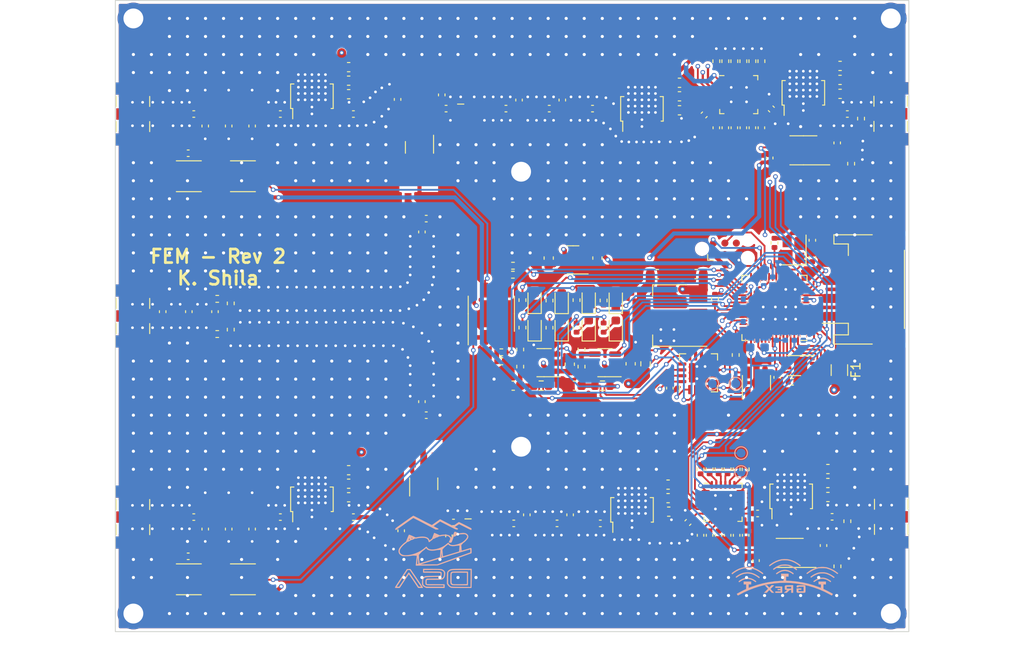
<source format=kicad_pcb>
(kicad_pcb (version 20211014) (generator pcbnew)
  (layers (0 "F.Cu" signal) (1 "In1.Cu" signal) (2 "In2.Cu" signal) (31 "B.Cu" signal) (34 "B.Paste" user) (35 "F.Paste" user) (36 "B.SilkS" user "B.Silkscreen") (37 "F.SilkS" user "F.Silkscreen") (38 "B.Mask" user) (39 "F.Mask" user) (44 "Edge.Cuts" user))
  (net 0 "")
  (net 1 "GND")
  (net 2 "+3V3")
  (net 3 "VA_+")
  (net 4 "VLNA1_+")
  (net 5 "VLNA2_+")
  (net 6 "Net-(C47-Pad2)")
  (net 7 "SWDIO")
  (net 8 "nRESET")
  (net 9 "SWCLK")
  (net 11 "Net-(C2-Pad2)")
  (net 12 "+1V1")
  (net 13 "Net-(C33-Pad2)")
  (net 14 "SCL")
  (net 15 "SDA")
  (net 16 "Net-(D2-Pad2)")
  (net 17 "Net-(D3-Pad2)")
  (net 18 "Net-(D4-Pad2)")
  (net 19 "Net-(D5-Pad2)")
  (net 20 "Net-(D6-Pad2)")
  (net 21 "Net-(D7-Pad2)")
  (net 22 "Net-(D8-Pad2)")
  (net 23 "Net-(C29-Pad1)")
  (net 24 "Net-(C29-Pad2)")
  (net 25 "TXD")
  (net 26 "RXD")
  (net 27 "VLNA1_-")
  (net 28 "Net-(F1-Pad1)")
  (net 29 "VLNA2_-")
  (net 30 "Net-(C37-Pad1)")
  (net 31 "Net-(C39-Pad1)")
  (net 32 "RF1_LNA_EN")
  (net 33 "RF2_LNA_EN")
  (net 34 "Net-(C49-Pad1)")
  (net 35 "Net-(C63-Pad1)")
  (net 36 "Net-(D1-Pad2)")
  (net 37 "RF1_STATUS_LED")
  (net 38 "RF2_STATUS_LED")
  (net 39 "Net-(C31-Pad1)")
  (net 40 "Net-(C31-Pad2)")
  (net 41 "Net-(C33-Pad1)")
  (net 42 "/RF/Input Stage 1/ADL5611/In")
  (net 43 "Net-(C34-Pad1)")
  (net 44 "/RF/IF Filter 1 /Out")
  (net 45 "Net-(C11-Pad2)")
  (net 46 "/RF/Mixer_1/IF")
  (net 47 "Net-(C47-Pad1)")
  (net 48 "Net-(C48-Pad2)")
  (net 49 "Net-(C49-Pad2)")
  (net 50 "Net-(C50-Pad2)")
  (net 51 "Net-(C51-Pad2)")
  (net 52 "Net-(C52-Pad2)")
  (net 53 "Net-(C53-Pad2)")
  (net 54 "Net-(C54-Pad1)")
  (net 55 "Net-(C55-Pad2)")
  (net 56 "RF1_IF_POW")
  (net 57 "Net-(C61-Pad1)")
  (net 58 "Net-(C61-Pad2)")
  (net 59 "Net-(C63-Pad2)")
  (net 60 "Net-(C64-Pad1)")
  (net 61 "Net-(C64-Pad2)")
  (net 62 "Net-(C66-Pad1)")
  (net 63 "Net-(C67-Pad1)")
  (net 64 "/RF/IF Filter 2/Out")
  (net 65 "/RF/Input Stage 2/OUT")
  (net 66 "Net-(C4-Pad2)")
  (net 67 "/RF/Mixer/LO")
  (net 68 "Net-(U11-Pad1)")
  (net 69 "Net-(U11-Pad3)")
  (net 70 "/RF/Mixer_1/LO")
  (net 71 "Net-(C77-Pad1)")
  (net 72 "Net-(C77-Pad2)")
  (net 73 "Net-(C78-Pad2)")
  (net 74 "Net-(C79-Pad2)")
  (net 75 "Net-(C80-Pad2)")
  (net 76 "Net-(C81-Pad2)")
  (net 77 "Net-(C82-Pad2)")
  (net 78 "Net-(C83-Pad2)")
  (net 79 "Net-(C88-Pad1)")
  (net 80 "RF2_IF_POW")
  (net 81 "/RF/LO Filter/In")
  (net 82 "Net-(C90-Pad1)")
  (net 83 "/RF/LO Filter/Out")
  (net 84 "/RF/Input Stage 1/OUT")
  (net 85 "Net-(U12-Pad3)")
  (net 86 "Net-(U12-Pad4)")
  (net 87 "Net-(U24-Pad1)")
  (net 88 "Net-(U24-Pad3)")
  (net 89 "Net-(C105-Pad1)")
  (net 90 "Net-(C97-Pad1)")
  (net 91 "CAL_TONE_1")
  (net 92 "/RF/IF Filter 1 /In")
  (net 93 "/RF/IF Filter 2/In")
  (net 94 "CAL_TONE_2")
  (net 95 "Net-(R1-Pad2)")
  (net 96 "Net-(R4-Pad2)")
  (net 97 "Net-(R18-Pad2)")
  (net 98 "Net-(C70-Pad2)")
  (net 99 "Net-(C71-Pad2)")
  (net 100 "Net-(C72-Pad2)")
  (net 101 "Net-(C92-Pad1)")
  (net 102 "Net-(C92-Pad2)")
  (net 103 "Net-(C94-Pad2)")
  (net 104 "MOSI")
  (net 105 "CLK")
  (net 110 "Net-(U6-Pad56)")
  (net 111 "Net-(U6-Pad55)")
  (net 112 "Net-(U6-Pad54)")
  (net 113 "Net-(U6-Pad53)")
  (net 114 "Net-(U6-Pad52)")
  (net 115 "Net-(U6-Pad51)")
  (net 116 "ATTEN_LE_1")
  (net 118 "ATTEN_LE_2")
  (net 121 "Net-(C98-Pad1)")
  (net 122 "Net-(C105-Pad2)")
  (net 127 "RF2_32kHz")
  (net 128 "RF1_32kHz")
  (net 129 "+5VA")
  (net 130 "Net-(C38-Pad2)")
  (net 131 "/RF/Input Stage 1/Input Filter/In")
  (net 132 "/RF/Input Stage 2/Input Filter/In")
  (net 133 "Net-(R44-Pad2)")
  (net 134 "Net-(R17-Pad2)")
  (net 135 "Net-(R19-Pad2)")
  (net 148 "Net-(U25-Pad3)")
  (net 149 "Net-(U25-Pad4)")
  (net 150 "Net-(C95-Pad2)")
  (net 151 "Net-(C96-Pad2)")
  (net 152 "Net-(R26-Pad2)")
  (net 153 "Net-(R27-Pad2)")
  (net 154 "Net-(R28-Pad2)")
  (net 155 "Net-(R29-Pad2)")
  (net 156 "Net-(R30-Pad2)")
  (net 157 "Net-(R31-Pad2)")
  (net 158 "Net-(R32-Pad2)")
  (net 159 "Net-(R33-Pad2)")
  (net 160 "Net-(R37-Pad2)")
  (net 161 "Net-(R39-Pad2)")
  (net 162 "Net-(R40-Pad2)")
  (net 163 "Net-(R41-Pad2)")
  (net 164 "/RF/Input Stage 2/ADL5611/In")
  (net 165 "/RF/Output Stage 2/Power Sensor/RF_In")
  (net 166 "/RF/Output Stage 1/Power Sensor/RF_In")
  (net 167 "/RF/Mixer/IF")
  (net 168 "Net-(C73-Pad2)")
  (net 169 "Net-(C100-Pad1)")
  (net 170 "Net-(R36-Pad2)")
  (net 172 "Net-(C41-Pad2)")
  (net 173 "Net-(C42-Pad2)")
  (footprint "Package_TO_SOT_SMD:SOT-23-6" (layer "F.Cu") (at 170.1 107.445 90)
    (fp_text reference "U16" hide)
    (fp_text value "TMP100")
  )
  (footprint "Library:SMA_Samtec_SMA-J-P-X-ST-EM1_EdgeMount" (layer "F.Cu") (at 101.1 100.045 -90)
    (fp_text reference "J7" hide)
    (fp_text value "Conn_Coaxial")
  )
  (footprint "Resistor_SMD:R_0402_1005Metric" (layer "F.Cu") (at 167.8 104.37 -90)
    (fp_text reference "R35" hide)
    (fp_text value "4.7k")
  )
  (footprint "Resistor_SMD:R_0402_1005Metric" (layer "F.Cu") (at 147.15 101.345 -90)
    (fp_text reference "R9" hide)
    (fp_text value "1k")
  )
  (footprint "Package_DFN_QFN:Texas_RGV_S-PVQFN-N16_EP2.1x2.1mm" (layer "F.Cu") (at 163.675 106.345 90)
    (fp_text reference "U8" hide)
    (fp_text value "INA3221")
  )
  (footprint "Library:SMA_Samtec_SMA-J-P-X-ST-EM1_EdgeMount" (layer "F.Cu") (at 184.9 122.32 90)
    (fp_text reference "J6" hide)
    (fp_text value "Conn_Coaxial")
  )
  (footprint "Package_SO:MSOP-8_3x3mm_P0.65mm" (layer "F.Cu") (at 173.7875 126.32 180)
    (fp_text reference "U27" hide)
    (fp_text value "AD8314")
  )
  (footprint "Capacitor_SMD:C_0603_1608Metric" (layer "F.Cu") (at 159.1 95.395 180)
    (fp_text reference "C12" hide)
    (fp_text value "22u")
  )
  (footprint "RF_Converter:RF_Attenuator_Susumu_PAT1220" (layer "F.Cu") (at 138.05 77.645)
    (fp_text reference "U2" hide)
    (fp_text value "PAT1220-C-3DB")
  )
  (footprint "Capacitor_SMD:C_0402_1005Metric" (layer "F.Cu") (at 170.05 127.17 -90)
    (fp_text reference "C99" hide)
    (fp_text value "100n")
  )
  (footprint "Capacitor_SMD:C_0402_1005Metric" (layer "F.Cu") (at 149.435 122.095 90)
    (fp_text reference "C65" hide)
    (fp_text value "16p")
  )
  (footprint "Capacitor_SMD:C_0603_1608Metric" (layer "F.Cu") (at 149.4 105.395 -90)
    (fp_text reference "C7" hide)
    (fp_text value "1u")
  )
  (footprint "Inductor_SMD:L_0402_1005Metric" (layer "F.Cu") (at 149.435 123.995 90)
    (fp_text reference "L20" hide)
    (fp_text value "12n")
  )
  (footprint "Inductor_SMD:L_0402_1005Metric" (layer "F.Cu") (at 150.02 77.045)
    (fp_text reference "L12" hide)
    (fp_text value "24n")
  )
  (footprint "Inductor_SMD:L_0402_1005Metric" (layer "F.Cu") (at 146.085 123.045)
    (fp_text reference "L18" hide)
    (fp_text value "51n")
  )
  (footprint "Capacitor_SMD:C_0402_1005Metric" (layer "F.Cu") (at 148.57 76.095 90)
    (fp_text reference "C32" hide)
    (fp_text value "16p")
  )
  (footprint "Capacitor_SMD:C_0402_1005Metric" (layer "F.Cu") (at 177.5375 125.5 -90)
    (fp_text reference "C100" hide)
    (fp_text value "DNP")
  )
  (footprint "Inductor_SMD:L_0402_1005Metric" (layer "F.Cu") (at 145.22 77.045)
    (fp_text reference "L9" hide)
    (fp_text value "51n")
  )
  (footprint "Capacitor_SMD:C_0603_1608Metric" (layer "F.Cu") (at 124.875 118.645 180)
    (fp_text reference "C57" hide)
    (fp_text value "1.2n")
  )
  (footprint "LED_SMD:LED_0603_1608Metric" (layer "F.Cu") (at 145.5 101.3325 90)
    (fp_text reference "D1" hide)
    (fp_text value "RED")
  )
  (footprint "Resistor_SMD:R_0603_1608Metric" (layer "F.Cu") (at 146.225 107.77)
    (fp_text reference "R7" hide)
    (fp_text value "1")
  )
  (footprint "DSA2000:SOT89-HighTemp" (layer "F.Cu") (at 156.3 121.845)
    (fp_text reference "U19" hide)
    (fp_text value "ADL5611")
  )
  (footprint "Inductor_SMD:L_0402_1005Metric" (layer "F.Cu") (at 104.3 79.23 90)
    (fp_text reference "L2" hide)
    (fp_text value "43n")
  )
  (footprint "Inductor_SMD:L_1812_4532Metric" (layer "F.Cu") (at 107.15 129.245 180)
    (fp_text reference "L6" hide)
    (fp_text value "150u")
  )
  (footprint "Package_TO_SOT_SMD:SOT-223-3_TabPin2" (layer "F.Cu") (at 160.5 99.995 180)
    (fp_text reference "U4" hide)
    (fp_text value "AMS1117-5.0")
  )
  (footprint "Package_SO:MSOP-8_3x3mm_P0.65mm" (layer "F.Cu") (at 175.30625 81.67 180)
    (fp_text reference "U22" hide)
    (fp_text value "AD8314")
  )
  (footprint "Resistor_SMD:R_0603_1608Metric" (layer "F.Cu") (at 153.025 107.77)
    (fp_text reference "R16" hide)
    (fp_text value "1")
  )
  (footprint "Capacitor_SMD:C_0402_1005Metric" (layer "F.Cu") (at 117.3 77.645 180)
    (fp_text reference "C72" hide)
    (fp_text value "1.3p")
  )
  (footprint "Capacitor_SMD:C_0402_1005Metric" (layer "F.Cu") (at 136.5 122.945)
    (fp_text reference "C42" hide)
    (fp_text value "100n")
  )
  (footprint "Library:AT224" (layer "F.Cu") (at 132.73 85.645 90)
    (fp_text reference "U23" hide)
    (fp_text value "TC4-19G2")
  )
  (footprint "Capacitor_SMD:C_0402_1005Metric" (layer "F.Cu") (at 143.185 123.045)
    (fp_text reference "C61" hide)
    (fp_text value "8.2p")
  )
  (footprint "Package_CSP:LFCSP-24-1EP_4x4mm_P0.5mm_EP2.5x2.5mm" (layer "F.Cu") (at 168.1375 75.495)
    (fp_text reference "U14" hide)
    (fp_text value "HMC624A")
  )
  (footprint "Resistor_SMD:R_0402_1005Metric" (layer "F.Cu") (at 141.81 105.07 180)
    (fp_text reference "R20" hide)
    (fp_text value "10k")
  )
  (footprint "Resistor_SMD:R_0402_1005Metric" (layer "F.Cu") (at 144.15 98.2825 -90)
    (fp_text reference "R12" hide)
    (fp_text value "1k")
  )
  (footprint "Capacitor_SMD:C_0402_1005Metric" (layer "F.Cu") (at 135.68 77.045)
    (fp_text reference "C41" hide)
    (fp_text value "100n")
  )
  (footprint "Inductor_SMD:L_0402_1005Metric" (layer "F.Cu") (at 144.635 123.995 90)
    (fp_text reference "L17" hide)
    (fp_text value "12n")
  )
  (footprint "Resistor_SMD:R_0402_1005Metric" (layer "F.Cu") (at 165.9 117.035 -90)
    (fp_text reference "R33" hide)
    (fp_text value "10k")
  )
  (footprint "Inductor_SMD:L_0402_1005Metric" (layer "F.Cu") (at 111.57 121.01 90)
    (fp_text reference "L35" hide)
    (fp_text value "27n")
  )
  (footprint "Resistor_SMD:R_0402_1005Metric" (layer "F.Cu") (at 165.65 71.785 -90)
    (fp_text reference "R28" hide)
    (fp_text value "10k")
  )
  (footprint "Capacitor_SMD:C_0402_1005Metric" (layer "F.Cu") (at 111.57 123.675 90)
    (fp_text reference "C94" hide)
    (fp_text value "1.6")
  )
  (footprint "Capacitor_SMD:C_0402_1005Metric" (layer "F.Cu") (at 172.4 106.85 -90)
    (fp_text reference "C17" hide)
    (fp_text value "100n")
  )
  (footprint "Resistor_SMD:R_0402_1005Metric" (layer "F.Cu") (at 153.15 98.3225 -90)
    (fp_text reference "R15" hide)
    (fp_text value "1k")
  )
  (footprint "Capacitor_SMD:C_0402_1005Metric" (layer "F.Cu") (at 125.4 77.645 180)
    (fp_text reference "C38" hide)
    (fp_text value "100n")
  )
  (footprint "Inductor_SMD:L_0402_1005Metric" (layer "F.Cu") (at 108.6 100.045)
    (fp_text reference "L28" hide)
    (fp_text value "9.1n")
  )
  (footprint "Inductor_SMD:L_0402_1005Metric" (layer "F.Cu") (at 141.285 123.045)
    (fp_text reference "L16" hide)
    (fp_text value "24n")
  )
  (footprint "Capacitor_SMD:C_0402_1005Metric" (layer "F.Cu") (at 110.05 99.565 90)
    (fp_text reference "C91" hide)
    (fp_text value "1.8p")
  )
  (footprint "Capacitor_SMD:C_0603_1608Metric" (layer "F.Cu") (at 152.4625 93.62 90)
    (fp_text reference "C10" hide)
    (fp_text value "1u")
  )
  (footprint "Resistor_SMD:R_0402_1005Metric" (layer "F.Cu") (at 111.8 101.555 90)
    (fp_text reference "R24" hide)
    (fp_text value "68")
  )
  (footprint "Inductor_SMD:L_0402_1005Metric" (layer "F.Cu") (at 105.885 122.345)
    (fp_text reference "L32" hide)
    (fp_text value "8.7n")
  )
  (footprint "Capacitor_SMD:C_0402_1005Metric" (layer "F.Cu") (at 169.65 79.17 90)
    (fp_text reference "C51" hide)
    (fp_text value "100n")
  )
  (footprint "Inductor_SMD:L_0402_1005Metric" (layer "F.Cu") (at 123.9 77.16 -90)
    (fp_text reference "L3" hide)
    (fp_text value "43n")
  )
  (footprint "Capacitor_SMD:C_0402_1005Metric" (layer "F.Cu") (at 147.985 123.045)
    (fp_text reference "C64" hide)
    (fp_text value "3.9p")
  )
  (footprint "DSA2000:SOT89-HighTemp" (layer "F.Cu") (at 175.3 75.595)
    (fp_text reference "U15" hide)
    (fp_text value "ADL5611")
  )
  (footprint "Capacitor_SMD:C_0603_1608Metric" (layer "F.Cu") (at 179.375 72.31 180)
    (fp_text reference "C56" hide)
    (fp_text value "1u")
  )
  (footprint "Resistor_SMD:R_0402_1005Metric" (layer "F.Cu") (at 180.6 83.155 90)
    (fp_text reference "R18" hide)
    (fp_text value "28.5")
  )
  (footprint "Capacitor_SMD:C_0402_1005Metric" (layer "F.Cu") (at 174.1 107.345)
    (fp_text reference "C15" hide)
    (fp_text value "100n")
  )
  (footprint "LED_SMD:LED_0603_1608Metric" (layer "F.Cu") (at 148.5 101.3325 90)
    (fp_text reference "D2" hide)
    (fp_text value "RED")
  )
  (footprint "Inductor_SMD:L_0402_1005Metric" (layer "F.Cu") (at 177.01 121.8375 -90)
    (fp_text reference "L10" hide)
    (fp_text value "1000n")
  )
  (footprint "MountingHole:MountingHole_2.2mm_M2_ISO7380_Pad" (layer "F.Cu") (at 101 67.045)
    (fp_text reference "H1" hide)
    (fp_text value "MountingHole_2.2mm_M2_ISO7380_Pad")
  )
  (footprint "Inductor_SMD:L_0402_1005Metric" (layer "F.Cu") (at 114.17 121.01 90)
    (fp_text reference "L37" hide)
    (fp_text value "2.2n")
  )
  (footprint "Resistor_SMD:R_0402_1005Metric" (layer "F.Cu") (at 168.9 117.035 -90)
    (fp_text reference "R39" hide)
    (fp_text value "10k")
  )
  (footprint "Resistor_SMD:R_0402_1005Metric" (layer "F.Cu") (at 164.9 117.035 -90)
    (fp_text reference "R41" hide)
    (fp_text value "10k")
  )
  (footprint "Capacitor_SMD:C_0402_1005Metric" (layer "F.Cu") (at 164.9 124.365 90)
    (fp_text reference "C81" hide)
    (fp_text value "100n")
  )
  (footprint "Capacitor_SMD:C_0603_1608Metric" (layer "F.Cu") (at 163.425 95.395)
    (fp_text reference "C9" hide)
    (fp_text value "22u")
  )
  (footprint "Capacitor_SMD:C_0402_1005Metric" (layer "F.Cu") (at 171.75 77.084411 -45)
    (fp_text reference "C63" hide)
    (fp_text value "100n")
  )
  (footprint "Inductor_SMD:L_0402_1005Metric" (layer "F.Cu") (at 110.255 77.645)
    (fp_text reference "L22" hide)
    (fp_text value "13n")
  )
  (footprint "LED_SMD:LED_0603_1608Metric" (layer "F.Cu") (at 148.5 98.295 90)
    (fp_text reference "D6" hide)
    (fp_text value "GREEN")
  )
  (footprint "Resistor_SMD:R_0603_1608Metric" (layer "F.Cu") (at 157.8 105.345 -90)
    (fp_text reference "R6" hide)
    (fp_text value "0.2")
  )
  (footprint "Capacitor_SMD:C_0402_1005Metric" (layer "F.Cu") (at 171.56875 82.52 -90)
    (fp_text reference "C85" hide)
    (fp_text value "100n")
  )
  (footprint "Inductor_SMD:L_0402_1005Metric" (layer "F.Cu") (at 178.7 77.16 -90)
    (fp_text reference "L19" hide)
    (fp_text value "1000n")
  )
  (footprint "Capacitor_SMD:C_0603_1608Metric" (layer "F.Cu") (at 124.875 73.945 180)
    (fp_text reference "C5" hide)
    (fp_text value "1.2n")
  )
  (footprint "Inductor_SMD:L_0402_1005Metric" (layer "F.Cu") (at 105.7 100.045)
    (fp_text reference "L27" hide)
    (fp_text value "9.1n")
  )
  (footprint "Capacitor_SMD:C_0603_1608Metric" (layer "F.Cu") (at 178.025 120.1175 180)
    (fp_text reference "C87" hide)
    (fp_text value "68p")
  )
  (footprint "Inductor_SMD:L_0402_1005Metric" (layer "F.Cu") (at 105.885 77.645)
    (fp_text reference "L13" hide)
    (fp_text value "8.7n")
  )
  (footprint "Resistor_SMD:R_0402_1005Metric" (layer "F.Cu") (at 166.65 71.785 -90)
    (fp_text reference "R31" hide)
    (fp_text value "10k")
  )
  (footprint "Capacitor_SMD:C_0603_1608Metric" (layer "F.Cu") (at 124.875 117.145 180)
    (fp_text reference "C40" hide)
    (fp_text value "1u")
  )
  (footprint "MountingHole:MountingHole_2.2mm_M2_ISO7380_Pad" (layer "F.Cu") (at 185 67.045)
    (fp_text reference "H2" hide)
    (fp_text value "MountingHole_2.2mm_M2_ISO7380_Pad")
  )
  (footprint "Resistor_SMD:R_0402_1005Metric" (layer "F.Cu") (at 179.08125 127.805 90)
    (fp_text reference "R38" hide)
    (fp_text value "28.5")
  )
  (footprint "Package_CSP:LFCSP-24-1EP_4x4mm_P0.5mm_EP2.5x2.5mm" (layer "F.Cu") (at 166.4 120.71)
    (fp_text reference "U20" hide)
    (fp_text value "HMC624A")
  )
  (footprint "Capacitor_SMD:C_0402_1005Metric" (layer "F.Cu") (at 108.97 123.675 90)
    (fp_text reference "C93" hide)
    (fp_text value "5p")
  )
  (footprint "Capacitor_SMD:C_0603_1608Metric" (layer "F.Cu") (at 124.875 120.145 180)
    (fp_text reference "C60" hide)
    (fp_text value "68p")
  )
  (footprint "Capacitor_SMD:C_0603_1608Metric" (layer "F.Cu") (at 161.565 74.18 180)
    (fp_text reference "C74" hide)
    (fp_text value "1u")
  )
  (footprint "Capacitor_SMD:C_0402_1005Metric" (layer "F.Cu") (at 114.17 123.675 90)
    (fp_text reference "C95" hide)
    (fp_text value "5p")
  )
  (footprint "LED_SMD:LED_0603_1608Metric" (layer "F.Cu") (at 154.5 98.295 90)
    (fp_text reference "D8" hide)
    (fp_text value "BLUE")
  )
  (footprint "Capacitor_SMD:C_0402_1005Metric" (layer "F.Cu") (at 104.25 99.565 90)
    (fp_text reference "C89" hide)
    (fp_text value "1.8p")
  )
  (footprint "Inductor_SMD:L_0402_1005Metric" (layer "F.Cu") (at 114.17 76.31 90)
    (fp_text reference "L30" hide)
    (fp_text value "2.2n")
  )
  (footprint "Library:AT224" (layer "F.Cu") (at 132.73 77.045 -90)
    (fp_text reference "U11" hide)
    (fp_text value "TC4-19G2")
  )
  (footprint "Inductor_SMD:L_0402_1005Metric" (layer "F.Cu") (at 143.77 77.995 90)
    (fp_text reference "L7" hide)
    (fp_text value "12n")
  )
  (footprint "Capacitor_SMD:C_0603_1608Metric" (layer "F.Cu") (at 160.375 121.745 180)
    (fp_text reference "C76" hide)
    (fp_text value "68p")
  )
  (footprint "Capacitor_SMD:C_0402_1005Metric" (layer "F.Cu") (at 107.7 77.645 180)
    (fp_text reference "C4" hide)
    (fp_text value "1.3p")
  )
  (footprint "Resistor_SMD:R_0402_1005Metric" (layer "F.Cu") (at 167.65 71.785 -90)
    (fp_text reference "R27" hide)
    (fp_text value "10k")
  )
  (footprint "Resistor_SMD:R_0402_1005Metric" (layer "F.Cu") (at 110.3 102.045)
    (fp_text reference "R25" hide)
    (fp_text value "100")
  )
  (footprint "Capacitor_SMD:C_0402_1005Metric" (layer "F.Cu") (at 144.635 122.095 90)
    (fp_text reference "C62" hide)
    (fp_text value "16p")
  )
  (footprint "Capacitor_SMD:C_0402_1005Metric" (layer "F.Cu") (at 152.785 123.045)
    (fp_text reference "C67" hide)
    (fp_text value "8.2p")
  )
  (footprint "Fuse:Fuse_1206_3216Metric" (layer "F.Cu") (at 179.3 106.045 -90)
    (fp_text reference "F1")
    (fp_text value "Polyfuse")
  )
  (footprint "Capacitor_SMD:C_0402_1005Metric" (layer "F.Cu") (at 107.08 126.695 180)
    (fp_text reference "C105" hide)
    (fp_text value "100n")
  )
  (footprint "Inductor_SMD:L_0402_1005Metric" (layer "F.Cu") (at 159.4 123.46 -90)
    (fp_text reference "L26" hide)
    (fp_text value "1000n")
  )
  (footprint "Capacitor_SMD:C_0402_1005Metric" (layer "F.Cu") (at 117.3 122.345 180)
    (fp_text reference "C96" hide)
    (fp_text value "1.3p")
  )
  (footprint "Capacitor_SMD:C_0402_1005Metric" (layer "F.Cu") (at 176.3 93.545 90)
    (fp_text reference "C97" hide)
    (fp_text value "15p")
  )
  (footprint "Inductor_SMD:L_0402_1005Metric" (layer "F.Cu") (at 108.97 76.31 90)
    (fp_text reference "L14" hide)
    (fp_text value "2.2n")
  )
  (footprint "Capacitor_SMD:C_0402_1005Metric" (layer "F.Cu") (at 107.7 122.345 180)
    (fp_text reference "C92" hide)
    (fp_text value "1.3p")
  )
  (footprint "Capacitor_SMD:C_0402_1005Metric" (layer "F.Cu") (at 166.65 79.17 90)
    (fp_text reference "C52" hide)
    (fp_text value "100n")
  )
  (footprint "Resistor_SMD:R_0402_1005Metric" (layer "F.Cu") (at 169.65 71.785 -90)
    (fp_text reference "R26" hide)
    (fp_text value "10k")
  )
  (footprint "Resistor_SMD:R_0402_1005Metric" (layer "F.Cu") (at 147.15 98.3325 -90)
    (fp_text reference "R13" hide)
    (fp_text value "1k")
  )
  (footprint "Capacitor_SMD:C_0402_1005Metric" (layer "F.Cu") (at 143.77 76.095 90)
    (fp_text reference "C30" hide)
    (fp_text value "16p")
  )
  (footprint "MountingHole:MountingHole_2.2mm_M2_ISO7380_Pad" (layer "F.Cu") (at 144 114.545)
    (fp_text reference "H4" hide)
    (fp_text value "MountingHole_2.2mm_M2_ISO7380_Pad")
  )
  (footprint "Inductor_SMD:L_0402_1005Metric" (layer "F.Cu") (at 150.885 123.045)
    (fp_text reference "L21" hide)
    (fp_text value "24n")
  )
  (footprint "Capacitor_SMD:C_0402_1005Metric" (layer "F.Cu") (at 125.4 122.345 180)
    (fp_text reference "C73" hide)
    (fp_text value "100n")
  )
  (footprint "Library:AT224" (layer "F.Cu") (at 133.2 122.955 90)
    (fp_text reference "U24" hide)
    (fp_text value "TC4-19G2")
  )
  (footprint "Capacitor_SMD:C_0402_1005Metric" (layer "F.Cu") (at 162.5 122.945 45)
    (fp_text reference "C77" hide)
    (fp_text value "100n")
  )
  (footprint "Capacitor_SMD:C_0402_1005Metric" (layer "F.Cu") (at 178.49 122.3175)
    (fp_text reference "C54" hide)
    (fp_text value "100n")
  )
  (footprint "Capacitor_SMD:C_0603_1608Metric" (layer "F.Cu") (at 147.0625 93.62 -90)
    (fp_text reference "C8" hide)
    (fp_text value "1u")
  )
  (footprint "Capacitor_SMD:C_0402_1005Metric" (layer "F.Cu") (at 133.48 89.245)
    (fp_text reference "C36" hide)
    (fp_text value "DNP")
  )
  (footprint "Capacitor_SMD:C_0402_1005Metric" (layer "F.Cu") (at 107.15 99.565 90)
    (fp_text reference "C90" hide)
    (fp_text value "4p")
  )
  (footprint "Capacitor_SMD:C_0402_1005Metric" (layer "F.Cu") (at 147.12 77.045)
    (fp_text reference "C31" hide)
    (fp_text value "3.9p")
  )
  (footprint "LED_SMD:LED_0603_1608Metric" (layer "F.Cu") (at 151.5 101.3325 90)
    (fp_text reference "D3" hide)
    (fp_text value "RED")
  )
  (footprint "Capacitor_SMD:C_0402_1005Metric" (layer "F.Cu") (at 165.65 79.17 90)
    (fp_text reference "C48" hide)
    (fp_text value "100n")
  )
  (footprint "Resistor_SMD:R_0402_1005Metric" (layer "F.Cu") (at 168.65 71.785 -90)
    (fp_text reference "R30" hide)
    (fp_text value "10k")
  )
  (footprint "Resistor_SMD:R_0402_1005Metric" (layer "F.Cu") (at 143.1 94.47 180)
    (fp_text reference "R19" hide)
    (fp_text value "10k")
  )
  (footprint "Capacitor_SMD:C_0402_1005Metric" (layer "F.Cu") (at 133.48 111.045)
    (fp_text reference "C69" hide)
    (fp_text value "DNP")
  )
  (footprint "Capacitor_SMD:C_0402_1005Metric" (layer "F.Cu") (at 130.7 123.865 90)
    (fp_text reference "C43" hide)
    (fp_text value "DNP")
  )
  (footprint "Connector_JST:JST_PH_S4B-PH-SM4-TB_1x04-1MP_P2.00mm_Horizontal" (layer "F.Cu") (at 182 97.095 90)
    (fp_text reference "J3" hide)
    (fp_text value "Screw_Terminal_01x04")
  )
  (footprint "Capacitor_SMD:C_0603_1608Metric" (layer "F.Cu") (at 124.875 75.445 180)
    (fp_text reference "C6" hide)
    (fp_text value "68p")
  )
  (footprint "Resistor_SMD:R_0402_1005Metric" (layer "F.Cu") (at 150.7 103.76 90)
    (fp_text reference "R5" hide)
    (fp_text value "24k")
  )
  (footprint "Capacitor_SMD:C_0402_1005Metric" (layer "F.Cu") (at 163.9 124.365 90)
    (fp_text reference "C78" hide)
    (fp_text value "100n")
  )
  (footprint "Inductor_SMD:L_0402_1005Metric" (layer "F.Cu") (at 112.905 77.645)
    (fp_text reference "L29" hide)
    (fp_text value "13n")
  )
  (footprint "Package_TO_SOT_SMD:SOT-23-5" (layer "F.Cu") (at 153.3 105.22 180)
    (fp_text reference "U7" hide)
    (fp_text value "SPX3819M5-L")
  )
  (footprint "Capacitor_SMD:C_0603_1608Metric" (layer "F.Cu") (at 156.15 105.345 -90)
    (fp_text reference "C2" hide)
    (fp_text value "1u")
  )
  (footprint "Resistor_SMD:R_0402_1005Metric" (layer "F.Cu") (at 141.81 104.07 180)
    (fp_text reference "R17" hide)
    (fp_text value "10k")
  )
  (footprint "Capacitor_SMD:C_0402_1005Metric" (layer "F.Cu") (at 170.23 121.945)
    (fp_text reference "C49" hide)
    (fp_text value "100n")
  )
  (footprint "Capacitor_SMD:C_0402_1005Metric" (layer "F.Cu") (at 108.97 78.975 90)
    (fp_text reference "C11" hide)
    (fp_text value "5p")
  )
  (footprint "RF_Converter:RF_Attenuator_Susumu_PAT1220" (layer "F.Cu") (at 138.868629 123.645)
    (fp_text reference "U1" hide)
    (fp_text value "PAT1220-C-3DB")
  )
  (footprint "Capacitor_SMD:C_0402_1005Metric" (layer "F.Cu") (at 136 124.425 -90)
    (fp_text reference "C68" hide)
    (fp_text value "DNP")
  )
  (footprint "Capacitor_SMD:C_0402_1005Metric" (layer "F.Cu") (at 133 90.725 90)
    (fp_text reference "C37" hide)
    (fp_text value "100n")
  )
  (footprint "Inductor_SMD:L_0402_1005Metric" (layer "F.Cu") (at 140.42 77.045)
    (fp_text reference "L5" hide)
    (fp_text value "24n")
  )
  (footprint "Resistor_SMD:R_0402_1005Metric" (layer "F.Cu") (at 167.9 117.035 -90)
    (fp_text reference "R32" hide)
    (fp_text value "10k")
  )
  (footprint "Inductor_SMD:L_1812_4532Metric" (layer "F.Cu") (at 107.15 84.545 180)
    (fp_text reference "L1" hide)
    (fp_text value "150u")
  )
  (footprint "Library:SMA_Samtec_SMA-J-P-X-ST-EM1_EdgeMount" (layer "F.Cu") (at 101.1 122.345 -90)
    (fp_text reference "J5" hide)
    (fp_text value "Conn_Coaxial")
  )
  (footprint "Inductor_SMD:L_1812_4532Metric" (layer "F.Cu") (at 113.15 84.545 180)
    (fp_text reference "L4" hide)
    (fp_text value "150u")
  )
  (footprint "Capacitor_SMD:C_0603_1608Metric" (layer "F.Cu") (at 143.125 107.77)
    (fp_text reference "C13" hide)
    (fp_text value "1u")
  )
  (footprint "LED_SMD:LED_0603_1608Metric" (layer "F.Cu") (at 154.5 101.3325 90)
    (fp_text reference "D4" hide)
    (fp_text value "RED")
  )
  (footprint "Capacitor_SMD:C_0402_1005Metric" (layer "F.Cu") (at 114.17 78.975 90)
    (fp_text reference "C71" hide)
    (fp_text value "5p")
  )
  (footprint "MountingHole:MountingHole_2.2mm_M2_ISO7380_Pad" (layer "F.Cu") (at 144 84.045)
    (fp_text reference "H3" hide)
    (fp_text value "MountingHole_2.2mm_M2_ISO7380_Pad")
  )
  (footprint "Capacitor_SMD:C_0603_1608Metric" (layer "F.Cu") (at 149.925 107.77)
    (fp_text reference "C14" hide)
    (fp_text value "1u")
  )
  (footprint "Inductor_SMD:L_1812_4532Metric" (layer "F.Cu") (at 113.15 129.245 180)
    (fp_text reference "L25" hide)
    (fp_text value "150u")
  )
  (footprint "Resistor_SMD:R_0402_1005Metric" (layer "F.Cu") (at 143.09 95.47 180)
    (fp_text reference "R21" hide)
    (fp_text value "10k")
  )
  (footprint "Capacitor_SMD:C_0402_1005Metric" (layer "F.Cu") (at 111.57 78.975 90)
    (fp_text reference "C70" hide)
    (fp_text value "1.6")
  )
  (footprint "Capacitor_SMD:C_0603_1608Metric" (layer "F.Cu") (at 179.375 75.41 180)
    (fp_text reference "C59" hide)
    (fp_text value "68p")
  )
  (footprint "Capacitor_SMD:C_0402_1005Metric" (layer "F.Cu") (at 166.9 124.365 90)
    (fp_text reference "C82" hide)
    (fp_text value "100n")
  )
  (footprint "Resistor_SMD:R_0402_1005Metric" (layer "F.Cu") (at 110.3 98.145 180)
    (fp_text reference "R22" hide)
    (fp_text value "100")
  )
  (footprint "Capacitor_SMD:C_0402_1005Metric" (layer "F.Cu") (at 135.2 75.525 90)
    (fp_text reference "C35" hide)
    (fp_text value "DNP")
  )
  (footprint "Package_DFN_QFN:QFN-56-1EP_7x7mm_P0.4mm_EP3.2x3.2mm" (layer "F.Cu") (at 172.1 99.145 180)
    (fp_text reference "U6" hide)
    (fp_text value "RP2040")
  )
  (footprint "Capacitor_SMD:C_0402_1005Metric" (layer "F.Cu") (at 176.3 91.645 -90)
    (fp_text reference "C98" hide)
    (fp_text value "15p")
  )
  (footprint "Capacitor_SMD:C_0402_1005Metric" (layer "F.Cu") (at 130.3 76.025 -90)
    (fp_text reference "C3" hide)
    (fp_text value "DNP")
  )
  (footprint "Resistor_SMD:R_0402_1005Metric" (layer "F.Cu") (at 165.5 98.145 -90)
    (fp_text reference "R34" hide)
    (fp_text value "4.7k")
  )
  (footprint "Library:AT224" (layer "F.Cu") (at 133.2 114.43 -90)
    (fp_text reference "U26" hide)
    (fp_text value "TC4-19G2")
  )
  (footprint "Inductor_SMD:L_0402_1005Metric" (layer "F.Cu") (at 108.97 121.01 90)
    (fp_text reference "L33" hide)
    (fp_text value "2.2n")
  )
  (footprint "DSA2000:SOT89-HighTemp" (layer "F.Cu") (at 120.8 75.9725)
    (fp_text reference "U17" hide)
    (fp_text value "ADL5611")
  )
  (footprint "MountingHole:MountingHole_2.2mm_M2_ISO7380_Pad" (layer "F.Cu") (at 101 133.045)
    (fp_text reference "H6" hide)
    (fp_text value "MountingHole_2.2mm_M2_ISO7380_Pad")
  )
  (footprint "Capacitor_SMD:C_0603_1608Metric" (layer "F.Cu") (at 124.875 72.445 180)
    (fp_text reference "C1" hide)
    (fp_text value "1u")
  )
  (footprint "Capacitor_SMD:C_0402_1005Metric" (layer "F.Cu") (at 142.32 77.045)
    (fp_text reference "C29" hide)
    (fp_text value "8.2p")
  )
  (footprint "Capacitor_SMD:C_0402_1005Metric" (layer "F.Cu") (at 164.3 77.745 45)
    (fp_text reference "C47" hide)
    (fp_text value "100n")
  )
  (footprint "Capacitor_SMD:C_0402_1005Metric" (layer "F.Cu") (at 160.5 108.045 -90)
    (fp_text reference "C16" hide)
    (fp_text value "100n")
  )
  (footprint "Capacitor_SMD:C_0402_1005Metric" (layer "F.Cu") (at 167.65 79.17 90)
    (fp_text reference "C50" hide)
    (fp_text value "100n")
  )
  (footprint "Capacitor_SMD:C_0603_1608Metric" (layer "F.Cu") (at 160.3 118.745 180)
    (fp_text reference "C44" hide)
    (fp_text value "1u")
  )
  (footprint "Resistor_SMD:R_0402_1005Metric" (layer "F.Cu") (at 166.9 117.035 -90)
    (fp_text reference "R40" hide)
    (fp_text value "10k")
  )
  (footprint "DSA2000:SOT89-HighTemp" (layer "F.Cu") (at 157.4 77.3725)
    (fp_text reference "U13" hide)
    (fp_text value "ADL5611")
  )
  (footprint "LED_SMD:LED_0603_1608Metric" (layer "F.Cu") (at 145.5 98.2825 90)
    (fp_text reference "D5" hide)
    (fp_text value "GREEN")
  )
  (footprint "Capacitor_SMD:C_0402_1005Metric" (layer "F.Cu") (at 107.08 81.995 180)
    (fp_text reference "C33" hide)
    (fp_text value "100n")
  )
  (footprint "Library:SMA_Samtec_SMA-J-P-X-ST-EM1_EdgeMount" (layer "F.Cu") (at 101.1 77.645 -90)
    (fp_text reference "J1" hide)
    (fp_text value "Conn_Coaxial")
  )
  (footprint "Capacitor_SMD:C_0402_1005Metric" (layer "F.Cu") (at 180.18 77.645)
    (fp_text reference "C66" hide)
    (fp_text value "100n")
  )
  (footprint "Package_SO:SOP-8_3.9x4.9mm_P1.27mm" (layer "F.Cu") (at 140.695 99.795 90)
    (fp_text reference "U10" hide)
    (fp_text value "COS358SR")
  )
  (footprint "Capacitor_SMD:C_0402_1005Metric" (layer "F.Cu") (at 167.9 124.365 90)
    (fp_text reference "C80" hide)
    (fp_text value "100n")
  )
  (footprint "Inductor_SMD:L_0402_1005Metric" (layer "F.Cu") (at 123.9 121.86 -90)
    (fp_text reference "L8" hide)
    (fp_text value "43n")
  )
  (footprint "Library:USON-8-1EP_3x2mm_P0.5mm_EP0.2x1.6mm" (layer "F.Cu") (at 175 105.545 180)
    (fp_text reference "U9" hide)
    (fp_text value "IS25LP080D-JULE")
  )
  (footprint "Inductor_SMD:L_0402_1005Metric" (layer "F.Cu") (at 110.255 122.345)
    (fp_text reference "L34" hide)
    (fp_text value "13n")
  )
  (footprint "Capacitor_SMD:C_0402_1005Metric" (layer "F.Cu") (at 170.65 79.17 90)
    (fp_text reference "C55" hide)
    (fp_text value "100n")
  )
  (footprint "Resistor_SMD:R_0402_1005Metric" (layer "F.Cu") (at 150.7 105.66 90)
    (fp_text reference "R4" hide)
    (fp_text value "82k")
  )
  (footprint "Capacitor_SMD:C_0402_1005Metric" (layer "F.Cu") (at 133 109.545 -90)
    (fp_text reference "C39" hide)
    (fp_text value "100n")
  )
  (footprint "Capacitor_SMD:C_0603_1608Metric" (layer "F.Cu") (at 161.565 75.68 180)
    (fp_text reference "C45" hide)
    (fp_text value "1.2n")
  )
  (footprint "Connector:Tag-Connect_TC2030-IDC-NL_2x03_P1.27mm_Vertical" (layer "F.Cu") (at 166.6 92.595)
    (fp_text reference "J4" hide)
    (fp_text value "PROG")
  )
  (footprint "Resistor_SMD:R_0402_1005Metric" (layer "F.Cu") (at 143.9 105.66 90)
    (fp_text reference "R1" hide)
    (fp_text value "82k")
  )
  (footprint "Inductor_SMD:L_0402_1005Metric" (layer "F.Cu") (at 115.505 122.345)
    (fp_text reference "L38" hide)
    (fp_text value "8.7n")
  )
  (footprint "Capacitor_SMD:C_0603_1608Metric" (layer "F.Cu") (at 178.025 117.0175 180)
    (fp_text reference "C84" hide)
    (fp_text value "1u")
  )
  (footprint "Resistor_SMD:R_0402_1005Metric" (layer "F.Cu") (at 150.15 98.2825 -90)
    (fp_text reference "R14" hide)
    (fp_text value "1k")
  )
  (footprint "Resistor_SMD:R_0402_1005Metric" (layer "F.Cu") (at 144.15 101.3325 -90)
    (fp_text reference "R8" hide)
    (fp_text value "1k")
  )
  (footprint "Capacitor_SMD:C_0603_1608Metric" (layer "F.Cu") (at 161.565 77.23 180)
    (fp_text reference "C46" hide)
    (fp_text value "68p")
  )
  (footprint "Resistor_SMD:R_0402_1005Metric" (layer "F.Cu") (at 163.9 117.035 -90)
    (fp_text reference "R37" hide)
    (fp_text value "10k")
  )
  (footprint "Resistor_SMD:R_0402_1005Metric" (layer "F.Cu") (at 172.1 91.935 -90)
    (fp_text reference "R44" hide)
    (fp_text value "1k")
  )
  (footprint "Capacitor_SMD:C_0603_1608Metric" (layer "F.Cu") (at 178.02 118.5675 180)
    (fp_text reference "C86" hide)
    (fp_text value "1.2n")
  )
  (footprint "Resistor_SMD:R_0402_1005Metric" (layer "F.Cu") (at 180.18125 122.805 -90)
    (fp_text reference "R36" hide)
    (fp_text value "225")
  )
  (footprint "Package_TO_SOT_SMD:SOT-143" (layer "F.Cu") (at 132.73 81.345 -90)
    (fp_text reference "U12" hide)
    (fp_text value "BAT-15-099R")
  )
  (footprint "Capacitor_SMD:C_0603_1608Metric" (layer "F.Cu") (at 179.37 73.86 180)
    (fp_text reference "C58" hide)
    (fp_text value "1.2n")
  )
  (footprint "Inductor_SMD:L_0402_1005Metric" (layer "F.Cu") (at 104.3 123.93 90)
    (fp_text reference "L24" hide)
    (fp_text value "43n")
  )
  (footprint "Resistor_SMD:R_0402_1005Metric" (layer "F.Cu") (at 181.7 78.155 -90)
    (fp_text reference "R3" hide)
    (fp_text value "225")
  )
  (footprint "Inductor_SMD:L_0402_1005Metric" (layer "F.Cu") (at 115.505 77.645)
    (fp_text reference "L31" hide)
    (fp_text value "8.7n")
  )
  (footprint "Capacitor_SMD:C_0402_1005Metric" (layer "F.Cu") (at 151.92 77.045)
    (fp_text reference "C34" hide)
    (fp_text value "8.2p")
  )
  (footprint "DSA2000:SOT89-HighTemp" (layer "F.Cu") (at 173.95 120.345)
    (fp_text reference "U21" hide)
    (fp_text value "ADL5611")
  )
  (footprint "Capacitor_SMD:C_0603_1608Metric" (layer "F.Cu") (at 160.3 120.245 180)
    (fp_text reference "C75" hide)
    (fp_text value "1.2n")
  )
  (footprint "Inductor_SMD:L_0402_1005Metric" (layer "F.Cu") (at 111.57 76.31 90)
    (fp_text reference "L23" hide)
    (fp_text value "27n")
  )
  (footprint "Inductor_SMD:L_0402_1005Metric" (layer "F.Cu") (at 148.57 77.995 90)
    (fp_text reference "L11" hide)
    (fp_text value "12n")
  )
  (footprint "Crystal:Crystal_SMD_2520-4Pin_2.5x2.0mm" (layer "F.Cu") (at 174.2 92.72 90)
    (fp_text reference "Y1" hide)
    (fp_text value "2TJ412000NYGBC")
  )
  (footprint "LED_SMD:LED_0603_1608Metric" (layer "F.Cu") (at 151.5 98.2825 90)
    (fp_text reference "D7" hide)
    (fp_text value "BLUE")
  )
  (footprint "Resistor_SMD:R_0402_1005Metric" (layer "F.Cu") (at 153.15 101.3325 -90)
    (fp_text reference "R11" hide)
    (fp_text value "1k")
  )
  (footprint "DSA2000:SOT89-HighTemp" (layer "F.Cu") (at 120.8 120.6725)
    (fp_text reference "U18" hide)
    (fp_text value "ADL5611")
  )
  (footprint "Resistor_SMD:R_0402_1005Metric" (layer "F.Cu") (at 111.8 98.645 90)
    (fp_text reference "R23" hide)
    (fp_text value "68")
  )
  (footprint "Capacitor_SMD:C_0402_1005Metric" (layer "F.Cu") (at 165.9 124.365 90)
    (fp_text reference "C79" hide)
    (fp_text value "100n")
  )
  (footprint "MountingHole:MountingHole_2.2mm_M2_ISO7380_Pad" (layer "F.Cu") (at 185 133.045)
    (fp_text reference "H5" hide)
    (fp_text value "MountingHole_2.2mm_M2_ISO7380_Pad")
  )
  (footprint "Resistor_SMD:R_0402_1005Metric" (layer "F.Cu") (at 143.9 103.76 90)
    (fp_text reference "R2" hide)
    (fp_text value "24k")
  )
  (footprint "Resistor_SMD:R_0402_1005Metric" (layer "F.Cu") (at 170.65 71.785 -90)
    (fp_text reference "R29" hide)
    (fp_text value "10k")
  )
  (footprint "Capacitor_SMD:C_0402_1005Metric" (layer "F.Cu") (at 179.05625 80.85 -90)
    (fp_text reference "C88" hide)
    (fp_text value "DNP")
  )
  (footprint "Library:SMA_Samtec_SMA-J-P-X-ST-EM1_EdgeMount" (layer "F.Cu") (at 184.84 77.62 90)
    (fp_text reference "J2" hide)
    (fp_text value "Conn_Coaxial")
  )
  (footprint "Package_TO_SOT_SMD:SOT-23" (layer "F.Cu") (at 149.7625 93.82 180)
    (fp_text reference "U3" hide)
    (fp_text value "XC6206PxxxMR")
  )
  (footprint "Capacitor_SMD:C_0402_1005Metric" (layer "F.Cu") (at 168.9 124.365 90)
    (fp_text reference "C83" hide)
    (fp_text value "100n")
  )
  (footprint "Inductor_SMD:L_0402_1005Metric" (layer "F.Cu") (at 160.54 78.945 -90)
    (fp_text reference "L15" hide)
    (fp_text value "1000n")
  )
  (footprint "Inductor_SMD:L_0402_1005Metric" (layer "F.Cu") (at 112.905 122.345)
    (fp_text reference "L36" hide)
    (fp_text value "13n")
  )
  (footprint "Resistor_SMD:R_0402_1005Metric" (layer "F.Cu") (at 150.15 101.3325 -90)
    (fp_text reference "R10" hide)
    (fp_text value "1k")
  )
  (footprint "Capacitor_SMD:C_0402_1005Metric" (layer "F.Cu") (at 168.65 79.17 90)
    (fp_text reference "C53" hide)
    (fp_text value "100n")
  )
  (footprint "Package_TO_SOT_SMD:SOT-143" (layer "F.Cu") (at 133.2 118.655 90)
    (fp_text reference "U25" hide)
    (fp_text value "BAT-15-099R")
  )
  (footprint "Package_TO_SOT_SMD:SOT-23-5" (layer "F.Cu") (at 146.55 105.22 180)
    (fp_text reference "U5" hide)
    (fp_text value "SPX3819M5-L")
  )
  (footprint "Capacitor_SMD:C_0603_1608Metric" (layer "B.Cu") (at 171 102.75 -90)
    (fp_text reference "C20" hide)
    (fp_text value "1u")
  )
  (footprint "TestPoint:TestPoint_Pad_D1.0mm" (layer "B.Cu") (at 167.8 107.545 180)
    (fp_text reference "TP1" hide)
    (fp_text value "TestPoint")
  )
  (footprint "Capacitor_SMD:C_0402_1005Metric" (layer "B.Cu") (at 174.3 102.255 90)
    (fp_text reference "C18" hide)
    (fp_text value "100n")
  )
  (footprint "TestPoint:TestPoint_Pad_D1.0mm" (layer "B.Cu") (at 168.4 117.345 180)
    (fp_text reference "TP3" hide)
    (fp_text value "TestPoint")
  )
  (footprint "Capacitor_SMD:C_0402_1005Metric" (layer "B.Cu") (at 169.12 100.675)
    (fp_text reference "C27" hide)
    (fp_text value "100n")
  )
  (footprint "DSA2000:DSAlogo_letterswhite" (layer "B.Cu") (at 134.65 127.645 180)
    (fp_text reference "U28" hide)
    (fp_text value "DSA_Logo" hide)
  )
  (footprint "Capacitor_SMD:C_0402_1005Metric" (layer "B.Cu") (at 171.9 96.195 -90)
    (fp_text reference "C28" hide)
    (fp_text value "100n")
  )
  (footprint "Capacitor_SMD:C_0402_1005Metric" (layer "B.Cu") (at 169.12 98.175)
    (fp_text reference "C26" hide)
    (fp_text value "100n")
  )
  (footprint "Capacitor_SMD:C_0402_1005Metric" (layer "B.Cu") (at 175.12 98.175 180)
    (fp_text reference "C24" hide)
    (fp_text value "100n")
  )
  (footprint "Capacitor_SMD:C_0603_1608Metric" (layer "B.Cu") (at 169.4 102.75 -90)
    (fp_text reference "C22" hide)
    (fp_text value "1u")
  )
  (footprint "TestPoint:TestPoint_Pad_D1.0mm" (layer "B.Cu") (at 168.4 115.245 180)
    (fp_text reference "TP4" hide)
    (fp_text value "TestPoint")
  )
  (footprint "Capacitor_SMD:C_0402_1005Metric" (layer "B.Cu") (at 173.3 102.255 90)
    (fp_text reference "C21" hide)
    (fp_text value "100n")
  )
  (footprint "Library:GReX_pcb" (layer "B.Cu") (at 173.05 129.945 180)
    (fp_text reference "Ref**" hide)
    (fp_text value "Val**" hide)
  )
  (footprint "TestPoint:TestPoint_Pad_D1.0mm" (layer "B.Cu") (at 165.2 107.545 180)
    (fp_text reference "TP2" hide)
    (fp_text value "TestPoint")
  )
  (footprint "Capacitor_SMD:C_0402_1005Metric" (layer "B.Cu") (at 175.3 102.255 90)
    (fp_text reference "C25" hide)
    (fp_text value "100n")
  )
  (footprint "Capacitor_SMD:C_0402_1005Metric" (layer "B.Cu") (at 172.3 102.255 90)
    (fp_text reference "C23" hide)
    (fp_text value "100n")
  )
  (footprint "Capacitor_SMD:C_0402_1005Metric" (layer "B.Cu") (at 170.9 96.195 90)
    (fp_text reference "C19" hide)
    (fp_text value "100n")
  )
  (gr_rect (start 99 65.05) (end 187 135.05) (layer "Edge.Cuts") (width 0.1) (fill none))
  (gr_text "FEM - Rev 2\nK. Shila" (at 110.4 94.645) (layer "F.SilkS") (effects (font (size 1.5 1.5) (thickness 0.3))))
  (segment (start 111.57 119.645) (end 111.57 120.045) (width 1) (layer "F.Cu") (net 1))
  (segment (start 114.17 74.995) (end 114.17 75.395) (width 1) (layer "F.Cu") (net 1))
  (segment (start 166.2 76.245) (end 165.05 76.245) (width 0.2) (layer "F.Cu") (net 1))
  (segment (start 173.4995 93.595) (end 172.7495 94.345) (width 0.2) (layer "F.Cu") (net 1))
  (segment (start 163.15 121.145) (end 162.65 121.145) (width 0.2) (layer "F.Cu") (net 1))
  (segment (start 169.6 120.645) (end 170.71 120.645) (width 0.2) (layer "F.Cu") (net 1))
  (segment (start 132.73 86.775) (end 133.19 87.235) (width 0.45) (layer "F.Cu") (net 1))
  (segment (start 164.485 75.68) (end 162.34 75.68) (width 0.2) (layer "F.Cu") (net 1))
  (segment (start 162.65 121.145) (end 162.2 121.595) (width 0.2) (layer "F.Cu") (net 1))
  (segment (start 114.17 125.045) (end 114.17 124.645) (width 1) (layer "F.Cu") (net 1))
  (segment (start 165.05 76.245) (end 164.485 75.68) (width 0.2) (layer "F.Cu") (net 1))
  (segment (start 133.2 113.245) (end 133.605 112.84) (width 0.45) (layer "F.Cu") (net 1))
  (segment (start 164.4625 121.46) (end 163.465 121.46) (width 0.2) (layer "F.Cu") (net 1))
  (segment (start 108.97 80.395) (end 108.97 79.995) (width 1) (layer "F.Cu") (net 1))
  (segment (start 169.3 121.045) (end 169.3 120.945) (width 0.2) (layer "F.Cu") (net 1))
  (segment (start 108.97 125.045) (end 108.97 124.645) (width 1) (layer "F.Cu") (net 1))
  (segment (start 133.19 87.235) (end 134 87.235) (width 0.45) (layer "F.Cu") (net 1))
  (segment (start 173.1 95.7075) (end 173.1 96.845) (width 0.2) (layer "F.Cu") (net 1))
  (segment (start 114.17 80.395) (end 114.17 79.995) (width 1) (layer "F.Cu") (net 1))
  (segment (start 111.57 74.995) (end 111.57 75.395) (width 1) (layer "F.Cu") (net 1))
  (segment (start 170.075 76.245) (end 170.7 76.245) (width 0.2) (layer "F.Cu") (net 1))
  (segment (start 134.41 75.045) (end 134 75.455) (width 0.45) (layer "F.Cu") (net 1))
  (segment (start 163.465 121.46) (end 163.15 121.145) (width 0.2) (layer "F.Cu") (net 1))
  (segment (start 173.1 96.845) (end 173.35 97.095) (width 0.2) (layer "F.Cu") (net 1))
  (segment (start 111.57 125.045) (end 111.57 124.645) (width 1) (layer "F.Cu") (net 1))
  (segment (start 133.605 112.84) (end 134.47 112.84) (width 0.45) (layer "F.Cu") (net 1))
  (segment (start 168.3375 121.46) (end 168.885 121.46) (width 0.2) (layer "F.Cu") (net 1))
  (segment (start 132.73 84.055) (end 132.73 86.775) (width 0.45) (layer "F.Cu") (net 1))
  (segment (start 108.97 119.645) (end 108.97 120.045) (width 1) (layer "F.Cu") (net 1))
  (segment (start 168.885 121.46) (end 169.3 121.045) (width 0.2) (layer "F.Cu") (net 1))
  (segment (start 133.2 116.02) (end 133.2 113.245) (width 0.45) (layer "F.Cu") (net 1))
  (segment (start 135.2 75.045) (end 134.41 75.045) (width 0.45) (layer "F.Cu") (net 1))
  (segment (start 108.97 74.995) (end 108.97 75.395) (width 1) (layer "F.Cu") (net 1))
  (segment (start 111.57 80.395) (end 111.57 79.995) (width 1) (layer "F.Cu") (net 1))
  (segment (start 170.7 76.245) (end 171.5 75.445) (width 0.2) (layer "F.Cu") (net 1))
  (segment (start 114.17 119.645) (end 114.17 120.045) (width 1) (layer "F.Cu") (net 1))
  (segment (start 169.3 120.945) (end 169.6 120.645) (width 0.2) (layer "F.Cu") (net 1))
  (via (at 103.133333 98.745) (size 0.51) (drill 0.3) (layers "F.Cu" "B.Cu") (net 1))
  (via (at 113 83.045) (size 0.7) (drill 0.35) (layers "F.Cu" "B.Cu") (net 1))
  (via (at 119 95.045) (size 0.7) (drill 0.35) (layers "F.Cu" "B.Cu") (net 1))
  (via (at 185 115.045) (size 0.7) (drill 0.35) (layers "F.Cu" "B.Cu") (net 1))
  (via (at 172.2 99.045) (size 0.51) (drill 0.3) (layers "F.Cu" "B.Cu") (net 1))
  (via (at 153.9 79.295) (size 0.51) (drill 0.3) (layers "F.Cu" "B.Cu") (net 1))
  (via (at 137 97.045) (size 0.7) (drill 0.35) (layers "F.Cu" "B.Cu") (net 1))
  (via (at 127 67.045) (size 0.7) (drill 0.35) (layers "F.Cu" "B.Cu") (net 1))
  (via (at 113.915664 100.745) (size 0.51) (drill 0.3) (layers "F.Cu" "B.Cu") (net 1))
  (via (at 103 91.045) (size 0.7) (drill 0.35) (layers "F.Cu" "B.Cu") (net 1))
  (via (at 182.653125 123.62) (size 0.51) (drill 0.3) (layers "F.Cu" "B.Cu") (net 1))
  (via (at 149 81.045) (size 0.7) (drill 0.35) (layers "F.Cu" "B.Cu") (net 1))
  (via (at 150.505 75.745) (size 0.51) (drill 0.3) (layers "F.Cu" "B.Cu") (net 1))
  (via (at 127 121.045) (size 0.51) (drill 0.3) (layers "F.Cu" "B.Cu") (net 1))
  (via (at 163 89.045) (size 0.7) (drill 0.35) (layers "F.Cu" "B.Cu") (net 1))
  (via (at 101 95.045) (size 0.7) (drill 0.35) (layers "F.Cu" "B.Cu") (net 1))
  (via (at 108.97 125.045) (size 0.51) (drill 0.3) (layers "F.Cu" "B.Cu") (net 1))
  (via (at 181 87.045) (size 0.7) (drill 0.35) (layers "F.Cu" "B.Cu") (net 1))
  (via (at 163 67.045) (size 0.7) (drill 0.35) (layers "F.Cu" "B.Cu") (net 1))
  (via (at 134.3 106.489569) (size 0.51) (drill 0.3) (layers "F.Cu" "B.Cu") (net 1))
  (via (at 107.15 101.345) (size 0.51) (drill 0.3) (layers "F.Cu" "B.Cu") (net 1))
  (via (at 104.275 76.345) (size 0.51) (drill 0.3) (layers "F.Cu" "B.Cu") (net 1))
  (via (at 171 115.045) (size 0.7) (drill 0.35) (layers "F.Cu" "B.Cu") (net 1))
  (via (at 119 105.045) (size 0.7) (drill 0.35) (layers "F.Cu" "B.Cu") (net 1))
  (via (at 168.15 93.845) (size 0.51) (drill 0.3) (layers "F.Cu" "B.Cu") (net 1))
  (via (at 115 95.045) (size 0.7) (drill 0.35) (layers "F.Cu" "B.Cu") (net 1))
  (via (at 185 73.045) (size 0.7) (drill 0.35) (layers "F.Cu" "B.Cu") (net 1))
  (via (at 127 113.045) (size 0.7) (drill 0.35) (layers "F.Cu" "B.Cu") (net 1))
  (via (at 140.905 78.345) (size 0.51) (drill 0.3) (layers "F.Cu" "B.Cu") (net 1))
  (via (at 155 117.045) (size 0.7) (drill 0.35) (layers "F.Cu" "B.Cu") (net 1))
  (via (at 137 119.045) (size 0.7) (drill 0.35) (layers "F.Cu" "B.Cu") (net 1))
  (via (at 101 115.045) (size 0.7) (drill 0.35) (layers "F.Cu" "B.Cu") (net 1))
  (via (at 163.5 106.995) (size 0.51) (drill 0.3) (layers "F.Cu" "B.Cu") (net 1))
  (via (at 103.1 121.045) (size 0.51) (drill 0.3) (layers "F.Cu" "B.Cu") (net 1))
  (via (at 182.825 76.345) (size 0.51) (drill 0.3) (layers "F.Cu" "B.Cu") (net 1))
  (via (at 125 93.045) (size 0.7) (drill 0.35) (layers "F.Cu" "B.Cu") (net 1))
  (via (at 125.85 78.945) (size 0.51) (drill 0.3) (layers "F.Cu" "B.Cu") (net 1))
  (via (at 153.4 75.845) (size 0.51) (drill 0.3) (layers "F.Cu" "B.Cu") (net 1))
  (via (at 121 71.045) (size 0.7) (drill 0.35) (layers "F.Cu" "B.Cu") (net 1))
  (via (at 125 81.045) (size 0.7) (drill 0.35) (layers "F.Cu" "B.Cu") (net 1))
  (via (at 101 93.045) (size 0.7) (drill 0.35) (layers "F.Cu" "B.Cu") (net 1))
  (via (at 181 129.045) (size 0.7) (drill 0.35) (layers "F.Cu" "B.Cu") (net 1))
  (via (at 125.551817 100.745) (size 0.51) (drill 0.3) (layers "F.Cu" "B.Cu") (net 1))
  (via (at 117 93.045) (size 0.7) (drill 0.35) (layers "F.Cu" "B.Cu") (net 1))
  (via (at 103 83.045) (size 0.7) (drill 0.35) (layers "F.Cu" "B.Cu") (net 1))
  (via (at 185.075 76.345) (size 0.51) (drill 0.3) (layers "F.Cu" "B.Cu") (net 1))
  (via (at 124.92 76.345) (size 0.51) (drill 0.3) (layers "F.Cu" "B.Cu") (net 1))
  (via (at 143 119.045) (size 0.7) (drill 0.35) (layers "F.Cu" "B.Cu") (net 1))
  (via (at 149 87.045) (size 0.7) (drill 0.35) (layers "F.Cu" "B.Cu") (net 1))
  (via (at 185.075 78.945) (size 0.51) (drill 0.3) (layers "F.Cu" "B.Cu") (net 1))
  (via (at 128.95 125.495) (size 0.51) (drill 0.3) (layers "F.Cu" "B.Cu") (net 1))
  (via (at 149 129.045) (size 0.7) (drill 0.35) (layers "F.Cu" "B.Cu") (net 1))
  (via (at 111 107.045) (size 0.7) (drill 0.35) (layers "F.Cu" "B.Cu") (net 1))
  (via (at 113 129.045) (size 0.7) (drill 0.35) (layers "F.Cu" "B.Cu") (net 1))
  (via (at 181 115.045) (size 0.7) (drill 0.35) (layers "F.Cu" "B.Cu") (net 1))
  (via (at 178.01 123.6175) (size 0.51) (drill 0.3) (layers "F.Cu" "B.Cu") (net 1))
  (via (at 131.7 107.717284) (size 0.51) (drill 0.3) (layers "F.Cu" "B.Cu") (net 1))
  (via (at 151 131.045) (size 0.7) (drill 0.35) (layers "F.Cu" "B.Cu") (net 1))
  (via (at 119 107.045) (size 0.7) (drill 0.35) (layers "F.Cu" "B.Cu") (net 1))
  (via (at 181 131.045) (size 0.7) (drill 0.35) (layers "F.Cu" "B.Cu") (net 1))
  (via (at 155 87.045) (size 0.7) (drill 0.35) (layers "F.Cu" "B.Cu") (net 1))
  (via (at 173 129.045) (size 0.7) (drill 0.35) (layers "F.Cu" "B.Cu") (net 1))
  (via (at 101 73.045) (size 0.7) (drill 0.35) (layers "F.Cu" "B.Cu") (net 1))
  (via (at 122.3225 78.945) (size 0.51) (drill 0.3) (layers "F.Cu" "B.Cu") (net 1))
  (via (at 120.35 78.945) (size 0.51) (drill 0.3) (layers "F.Cu" "B.Cu") (net 1))
  (via (at 183 117.045) (size 0.7) (drill 0.35) (layers "F.Cu" "B.Cu") (net 1))
  (via (at 172.3775 123.245) (size 0.51) (drill 0.3) (layers "F.Cu" "B.Cu") (net 1))
  (via (at 165.65 70.395) (size 0.51) (drill 0.3) (layers "F.Cu" "B.Cu") (net 1))
  (via (at 105 97.045) (size 0.7) (drill 0.35) (layers "F.Cu" "B.Cu") (net 1))
  (via (at 181.429687 121.02) (size 0.51) (drill 0.3) (layers "F.Cu" "B.Cu") (net 1))
  (via (at 148.465 121.745) (size 0.51) (drill 0.3) (layers "F.Cu" "B.Cu") (net 1))
  (via (at 139 129.045) (size 0.7) (drill 0.35) (layers "F.Cu" "B.Cu") (net 1))
  (via (at 121.320489 100.745) (size 0.51) (drill 0.3) (layers "F.Cu" "B.Cu") (net 1))
  (via (at 109 133.045) (size 0.7) (drill 0.35) (layers "F.Cu" "B.Cu") (net 1))
  (via (at 147 85.045) (size 0.7) (drill 0.35) (layers "F.Cu" "B.Cu") (net 1))
  (via (at 159 87.045) (size 0.7) (drill 0.35) (layers "F.Cu" "B.Cu") (net 1))
  (via (at 175.7775 123.6225) (size 0.51) (drill 0.3) (layers "F.Cu" "B.Cu") (net 1))
  (via (at 174.4 97.095) (size 0.51) (drill 0.3) (layers "F.Cu" "B.Cu") (net 1))
  (via (at 105.4 123.645) (size 0.51) (drill 0.3) (layers "F.Cu" "B.Cu") (net 1))
  (via (at 165 127.045) (size 0.7) (drill 0.35) (layers "F.Cu" "B.Cu") (net 1))
  (via (at 103 107.045) (size 0.7) (drill 0.35) (layers "F.Cu" "B.Cu") (net 1))
  (via (at 149 111.045) (size 0.7) (drill 0.35) (layers "F.Cu" "B.Cu") (net 1))
  (via (at 129 79.045) (size 0.7) (drill 0.35) (layers "F.Cu" "B.Cu") (net 1))
  (via (at 149 131.045) (size 0.7) (drill 0.35) (layers "F.Cu" "B.Cu") (net 1))
  (via (at 125 129.045) (size 0.7) (drill 0.35) (layers "F.Cu" "B.Cu") (net 1))
  (via (at 123 89.045) (size 0.7) (drill 0.35) (layers "F.Cu" "B.Cu") (net 1))
  (via (at 161.786573 78.13) (size 0.51) (drill 0.3) (layers "F.Cu" "B.Cu") (net 1))
  (via (at 177 89.045) (size 0.7) (drill 0.35) (layers "F.Cu" "B.Cu") (net 1))
  (via (at 179 89.045) (size 0.7) (drill 0.35) (layers "F.Cu" "B.Cu") (net 1))
  (via (at 122.3225 123.645) (size 0.51) (drill 0.3) (layers "F.Cu" "B.Cu") (net 1))
  (via (at 174.45 99.045) (size 0.51) (drill 0.3) (layers "F.Cu" "B.Cu") (net 1))
  (via (at 143 87.045) (size 0.7) (drill 0.35) (layers "F.Cu" "B.Cu") (net 1))
  (via (at 143 69.045) (size 0.7) (drill 0.35) (layers "F.Cu" "B.Cu") (net 1))
  (via (at 123 133.045) (size 0.7) (drill 0.35) (layers "F.Cu" "B.Cu") (net 1))
  (via (at 181 85.045) (size 0.7) (drill 0.35) (layers "F.Cu" "B.Cu") (net 1))
  (via (at 105 95.045) (size 0.7) (drill 0.35) (layers "F.Cu" "B.Cu") (net 1))
  (via (at 104.25 101.345) (size 0.51) (drill 0.3) (layers "F.Cu" "B.Cu") (net 1))
  (via (at 121 113.045) (size 0.7) (drill 0.35) (layers "F.Cu" "B.Cu") (net 1))
  (via (at 141 119.045) (size 0.7) (drill 0.35) (layers "F.Cu" "B.Cu") (net 1))
  (via (at 107 71.045) (size 0.7) (drill 0.35) (layers "F.Cu" "B.Cu") (net 1))
  (via (at 179 131.045) (size 0.7) (drill 0.35) (layers "F.Cu" "B.Cu") (net 1))
  (via (at 126.402334 96.845) (size 0.51) (drill 0.3) (layers "F.Cu" "B.Cu") (net 1))
  (via (at 149 119.045) (size 0.7) (drill 0.35) (layers "F.Cu" "B.Cu") (net 1))
  (via (at 126.1 123.645) (size 0.51) (drill 0.3) (layers "F.Cu" "B.Cu") (net 1))
  (via (at 133 71.045) (size 0.7) (drill 0.35) (layers "F.Cu" "B.Cu") (net 1))
  (via (at 183.876562 123.62) (size 0.51) (drill 0.3) (layers "F.Cu" "B.Cu") (net 1))
  (via (at 157 127.045) (size 0.7) (drill 0.35) (layers "F.Cu" "B.Cu") (net 1))
  (via (at 145 91.045) (size 0.7) (drill 0.35) (layers "F.Cu" "B.Cu") (net 1))
  (via (at 120.262656 100.745) (size 0.51) (drill 0.3) (layers "F.Cu" "B.Cu") (net 1))
  (via (at 159 83.045) (size 0.7) (drill 0.35) (layers "F.Cu" "B.Cu") (net 1))
  (via (at 133 67.045) (size 0.7) (drill 0.35) (layers "F.Cu" "B.Cu") (net 1))
  (via (at 105 89.045) (size 0.7) (drill 0.35) (layers "F.Cu" "B.Cu") (net 1))
  (via (at 115 67.045) (size 0.7) (drill 0.35) (layers "F.Cu" "B.Cu") (net 1))
  (via (at 106.37 78.945) (size 0.51) (drill 0.3) (layers "F.Cu" "B.Cu") (net 1))
  (via (at 161 133.045) (size 0.7) (drill 0.35) (layers "F.Cu" "B.Cu") (net 1))
  (via (at 151 113.045) (size 0.7) (drill 0.35) (layers "F.Cu" "B.Cu") (net 1))
  (via (at 123.9 123.645) (size 0.51) (drill 0.3) (layers "F.Cu" "B.Cu") (net 1))
  (via (at 135 71.045) (size 0.7) (drill 0.35) (layers "F.Cu" "B.Cu") (net 1))
  (via (at 109 71.045) (size 0.7) (drill 0.35) (layers "F.Cu" "B.Cu") (net 1))
  (via (at 145 69.045) (size 0.7) (drill 0.35) (layers "F.Cu" "B.Cu") (net 1))
  (via (at 137 101.045) (size 0.7) (drill 0.35) (layers "F.Cu" "B.Cu") (net 1))
  (via (at 173 133.045) (size 0.7) (drill 0.35) (layers "F.Cu" "B.Cu") (net 1))
  (via (at 151.37 124.345) (size 0.51) (drill 0.3) (layers "F.Cu" "B.Cu") (net 1))
  (via (at 116.82 76.345) (size 0.51) (drill 0.3) (layers "F.Cu" "B.Cu") (net 1))
  (via (at 123.275405 96.845) (size 0.51) (drill 0.3) (layers "F.Cu" "B.Cu") (net 1))
  (via (at 137 109.045) (size 0.7) (drill 0.35) (layers "F.Cu" "B.Cu") (net 1))
  (via (at 105 111.045) (size 0.7) (drill 0.35) (layers "F.Cu" "B.Cu") (net 1))
  (via (at 101 71.045) (size 0.7) (drill 0.35) (layers "F.Cu" "B.Cu") (net 1))
  (via (at 185 97.045) (size 0.7) (drill 0.35) (layers "F.Cu" "B.Cu") (net 1))
  (via (at 109 67.045) (size 0.7) (drill 0.35) (layers "F.Cu" "B.Cu") (net 1))
  (via (at 143.665 124.345) (size 0.51) (drill 0.3) (layers "F.Cu" "B.Cu") (net 1))
  (via (at 127 81.045) (size 0.7) (drill 0.35) (layers "F.Cu" "B.Cu") (net 1))
  (via (at 181 105.045) (size 0.7) (drill 0.35) (layers "F.Cu" "B.Cu") (net 1))
  (via (at 151 85.045) (size 0.7) (drill 0.35) (layers "F.Cu" "B.Cu") (net 1))
  (via (at 168.65 70.395) (size 0.51) (drill 0.3) (layers "F.Cu" "B.Cu") (net 1))
  (via (at 127.25 75.845) (size 0.51) (drill 0.3) (layers "F.Cu" "B.Cu") (net 1))
  (via (at 107 133.045) (size 0.7) (drill 0.35) (layers "F.Cu" "B.Cu") (net 1))
  (via (at 181.9 80.645) (size 0.51) (drill 0.3) (layers "F.Cu" "B.Cu") (net 1))
  (via (at 159 117.045) (size 0.7) (drill 0.35) (layers "F.Cu" "B.Cu") (net 1))
  (via (at 119 111.045) (size 0.7) (drill 0.35) (layers "F.Cu" "B.Cu") (net 1))
  (via (at 165 89.045) (size 0.7) (drill 0.35) (layers "F.Cu" "B.Cu") (net 1))
  (via (at 136.16 75.745) (size 0.51) (drill 0.3) (layers "F.Cu" "B.Cu") (net 1))
  (via (at 154.25 76.495) (size 0.51) (drill 0.3) (layers "F.Cu" "B.Cu") (net 1))
  (via (at 117 107.045) (size 0.7) (drill 0.35) (layers "F.Cu" "B.Cu") (net 1))
  (via (at 101 129.045) (size 0.7) (drill 0.35) (layers "F.Cu" "B.Cu") (net 1))
  (via (at 185 89.045) (size 0.7) (drill 0.35) (layers "F.Cu" "B.Cu") (net 1))
  (via (at 113 113.045) (size 0.7) (drill 0.35) (layers "F.Cu" "B.Cu") (net 1))
  (via (at 185 117.045) (size 0.7) (drill 0.35) (layers "F.Cu" "B.Cu") (net 1))
  (via (at 137 83.045) (size 0.7) (drill 0.35) (layers "F.Cu" "B.Cu") (net 1))
  (via (at 174.45 100.395) (size 0.51) (drill 0.3) (layers "F.Cu" "B.Cu") (net 1))
  (via (at 134.15 96.595) (size 0.51) (drill 0.3) (layers "F.Cu" "B.Cu") (net 1))
  (via (at 159.5 102.795) (size 0.51) (drill 0.3) (layers "F.Cu" "B.Cu") (net 1))
  (via (at 106.185 98.745) (size 0.51) (drill 0.3) (layers "F.Cu" "B.Cu") (net 1))
  (via (at 128.55 74.745) (size 0.51) (drill 0.3) (layers "F.Cu" "B.Cu") (net 1))
  (via (at 133 131.045) (size 0.7) (drill 0.35) (layers "F.Cu" "B.Cu") (net 1))
  (via (at 139 85.045) (size 0.7) (drill 0.35) (layers "F.Cu" "B.Cu") (net 1))
  (via (at 143 81.045) (size 0.7) (drill 0.35) (layers "F.Cu" "B.Cu") (net 1))
  (via (at 179 91.045) (size 0.7) (drill 0.35) (layers "F.Cu" "B.Cu") (net 1))
  (via (at 137 127.045) (size 0.7) (drill 0.35) (layers "F.Cu" "B.Cu") (net 1))
  (via (at 169 129.045) (size 0.7) (drill 0.35) (layers "F.Cu" "B.Cu") (net 1))
  (via (at 171.5 75.445) (size 0.51) (drill 0.3) (layers "F.Cu" "B.Cu") (net 1))
  (via (at 185 129.045) (size 0.7) (drill 0.35) (layers "F.Cu" "B.Cu") (net 1))
  (via (at 127 93.045) (size 0.7) (drill 0.35) (layers "F.Cu" "B.Cu") (net 1))
  (via (at 131.7 91.205) (size 0.51) (drill 0.3) (layers "F.Cu" "B.Cu") (net 1))
  (via (at 143 129.045) (size 0.7) (drill 0.35) (layers "F.Cu" "B.Cu") (net 1))
  (via (at 131 111.045) (size 0.7) (drill 0.35) (layers "F.Cu" "B.Cu") (net 1))
  (via (at 181 133.045) (size 0.7) (drill 0.35) (layers "F.Cu" "B.Cu") (net 1))
  (via (at 129 107.045) (size 0.7) (drill 0.35) (layers "F.Cu" "B.Cu") (net 1))
  (via (at 123.275405 99.445) (size 0.51) (drill 0.3) (layers "F.Cu" "B.Cu") (net 1))
  (via (at 111 93.045) (size 0.7) (drill 0.35) (layers "F.Cu" "B.Cu") (net 1))
  (via (at 147 127.045) (size 0.7) (drill 0.35) (layers "F.Cu" "B.Cu") (net 1))
  (via (at 103 71.045) (size 0.7) (drill 0.35) (layers "F.Cu" "B.Cu") (net 1))
  (via (at 175 87.045) (size 0.7) (drill 0.35) (layers "F.Cu" "B.Cu") (net 1))
  (via (at 136.98 124.245) (size 0.51) (drill 0.3) (layers "F.Cu" "B.Cu") (net 1))
  (via (at 167 89.045) (size 0.7) (drill 0.35) (layers "F.Cu" "B.Cu") (net 1))
  (via (at 111 73.045) (size 0.7) (drill 0.35) (layers "F.Cu" "B.Cu") (net 1))
  (via (at 102.025 76.345) (size 0.51) (drill 0.3) (layers "F.Cu" "B.Cu") (net 1))
  (via (at 179 87.045) (size 0.7) (drill 0.35) (layers "F.Cu" "B.Cu") (net 1))
  (via (at 126.55 76.295) (size 0.51) (drill 0.3) (layers "F.Cu" "B.Cu") (net 1))
  (via (at 147 119.045) (size 0.7) (drill 0.35) (layers "F.Cu" "B.Cu") (net 1))
  (via (at 151.44 78.345) (size 0.51) (drill 0.3) (layers "F.Cu" "B.Cu") (net 1))
  (via (at 117 115.045) (size 0.7) (drill 0.35) (layers "F.Cu" "B.Cu") (net 1))
  (via (at 137 93.045) (size 0.7) (drill 0.35) (layers "F.Cu" "B.Cu") (net 1))
  (via (at 147 67.045) (size 0.7) (drill 0.35) (layers "F.Cu" "B.Cu") (net 1))
  (via (at 129.4 74.345) (size 0.51) (drill 0.3) (layers "F.Cu" "B.Cu") (net 1))
  (via (at 153 117.045) (size 0.7) (drill 0.35) (layers "F.Cu" "B.Cu") (net 1))
  (via (at 147.6 75.745) (size 0.51) (drill 0.3) (layers "F.Cu" "B.Cu") (net 1))
  (via (at 129 85.045) (size 0.7) (drill 0.35) (layers "F.Cu" "B.Cu") (net 1))
  (via (at 119.106167 96.845) (size 0.51) (drill 0.3) (layers "F.Cu" "B.Cu") (net 1))
  (via (at 137 105.045) (size 0.7) (drill 0.35) (layers "F.Cu" "B.Cu") (net 1))
  (via (at 123 85.045) (size 0.7) (drill 0.35) (layers "F.Cu" "B.Cu") (net 1))
  (via (at 153 87.045) (size 0.7) (drill 0.35) (layers "F.Cu" "B.Cu") (net 1))
  (via (at 119 69.045) (size 0.7) (drill 0.35) (layers "F.Cu" "B.Cu") (net 1))
  (via (at 163 127.045) (size 0.7) (drill 0.35) (layers "F.Cu" "B.Cu") (net 1))
  (via (at 107 73.045) (size 0.7) (drill 0.35) (layers "F.Cu" "B.Cu") (net 1))
  (via (at 125 113.045) (size 0.7) (drill 0.35) (layers "F.Cu" "B.Cu") (net 1))
  (via (at 147 81.045) (size 0.7) (drill 0.35) (layers "F.Cu" "B.Cu") (net 1))
  (via (at 114.17 119.645) (size 0.51) (drill 0.3) (layers "F.Cu" "B.Cu") (net 1))
  (via (at 135 111.045) (size 0.7) (drill 0.35) (layers "F.Cu" "B.Cu") (net 1))
  (via (at 185 127.045) (size 0.7) (drill 0.35) (layers "F.Cu" "B.Cu") (net 1))
  (via (at 127 131.045) (size 0.7) (drill 0.35) (layers "F.Cu" "B.Cu") (net 1))
  (via (at 180.66 76.345) (size 0.51) (drill 0.3) (layers "F.Cu" "B.Cu") (net 1))
  (via (at 131 127.045) (size 0.7) (drill 0.35) (layers "F.Cu" "B.Cu") (net 1))
  (via (at 127 129.045) (size 0.7) (drill 0.35) (layers "F.Cu" "B.Cu") (net 1))
  (via (at 129.85 103.345) (size 0.51) (drill 0.3) (layers "F.Cu" "B.Cu") (net 1))
  (via (at 161.786573 80.73) (size 0.51) (drill 0.3) (layers "F.Cu" "B.Cu") (net 1))
  (via (at 130.571573 99.445) (size 0.51) (drill 0.3) (layers "F.Cu" "B.Cu") (net 1))
  (via (at 114.17 80.395) (size 0.51) (drill 0.3) (layers "F.Cu" "B.Cu") (net 1))
  (via (at 111.57 119.645) (size 0.51) (drill 0.3) (layers "F.Cu" "B.Cu") (net 1))
  (via (at 155 69.045) (size 0.7) (drill 0.35) (layers "F.Cu" "B.Cu") (net 1))
  (via (at 108.97 74.995) (size 0.51) (drill 0.3) (layers "F.Cu" "B.Cu") (net 1))
  (via (at 143.665 121.745) (size 0.51) (drill 0.3) (layers "F.Cu" "B.Cu") (net 1))
  (via (at 129 113.045) (size 0.7) (drill 0.35) (layers "F.Cu" "B.Cu") (net 1))
  (via (at 181 71.045) (size 0.7) (drill 0.35) (layers "F.Cu" "B.Cu") (net 1))
  (via (at 143 91.045) (size 0.7) (drill 0.35) (layers "F.Cu" "B.Cu") (net 1))
  (via (at 127 109.045) (size 0.7) (drill 0.35) (layers "F.Cu" "B.Cu") (net 1))
  (via (at 133 127.045) (size 0.7) (drill 0.35) (layers "F.Cu" "B.Cu") (net 1))
  (via (at 139 131.045) (size 0.7) (drill 0.35) (layers "F.Cu" "B.Cu") (net 1))
  (via (at 153 119.045) (size 0.7) (drill 0.35) (layers "F.Cu" "B.Cu") (net 1))
  (via (at 130.85 103.745) (size 0.51) (drill 0.3) (layers "F.Cu" "B.Cu") (net 1))
  (via (at 167 67.045) (size 0.7) (drill 0.35) (layers "F.Cu" "B.Cu") (net 1))
  (via (at 113 133.045) (size 0.7) (drill 0.35) (layers "F.Cu" "B.Cu") (net 1))
  (via (at 113 85.045) (size 0.7) (drill 0.35) (layers "F.Cu" "B.Cu") (net 1))
  (via (at 119 83.045) (size 0.7) (drill 0.35) (layers "F.Cu" "B.Cu") (net 1))
  (via (at 149 85.045) (size 0.7) (drill 0.35) (layers "F.Cu" "B.Cu") (net 1))
  (via (at 153 69.045) (size 0.7) (drill 0.35) (layers "F.Cu" "B.Cu") (net 1))
  (via (at 185 109.045) (size 0.7) (drill 0.35) (layers "F.Cu" "B.Cu") (net 1))
  (via (at 157 129.045) (size 0.7) (drill 0.35) (layers "F.Cu" "B.Cu") (net 1))
  (via (at 137 91.045) (size 0.7) (drill 0.35) (layers "F.Cu" "B.Cu") (net 1))
  (via (at 161 115.045) (size 0.7) (drill 0.35) (layers "F.Cu" "B.Cu") (net 1))
  (via (at 128.55 77.895) (size 0.51) (drill 0.3) (layers "F.Cu" "B.Cu") (net 1))
  (via (at 107 93.045) (size 0.7) (drill 0.35) (layers "F.Cu" "B.Cu") (net 1))
  (via (at 145.705 78.345) (size 0.51) (drill 0.3) (layers "F.Cu" "B.Cu") (net 1))
  (via (at 141 133.045) (size 0.7) (drill 0.35) (layers "F.Cu" "B.Cu") (net 1))
  (via (at 137 129.045) (size 0.7) (drill 0.35) (layers "F.Cu" "B.Cu") (net 1))
  (via (at 117 81.045) (size 0.7) (drill 0.35) (layers "F.Cu" "B.Cu") (net 1))
  (via (at 128.486953 96.845) (size 0.51) (drill 0.3) (layers "F.Cu" "B.Cu") (net 1))
  (via (at 139.935 78.345) (size 0.51) (drill 0.3) (layers "F.Cu" "B.Cu") (net 1))
  (via (at 135 127.045) (size 0.7) (drill 0.35) (layers "F.Cu" "B.Cu") (net 1))
  (via (at 107 67.045) (size 0.7) (drill 0.35) (layers "F.Cu" "B.Cu") (net 1))
  (via (at 175 71.045) (size 0.7) (drill 0.35) (layers "F.Cu" "B.Cu") (net 1))
  (via (at 155 115.045) (size 0.7) (drill 0.35) (layers "F.Cu" "B.Cu") (net 1))
  (via (at 107.22 76.345) (size 0.51) (drill 0.3) (layers "F.Cu" "B.Cu") (net 1))
  (via (at 147 83.045) (size 0.7) (drill 0.35) (layers "F.Cu" "B.Cu") (net 1))
  (via (at 157.6 80.745) (size 0.51) (drill 0.3) (layers "F.Cu" "B.Cu") (net 1))
  (via (at 123 83.045) (size 0.7) (drill 0.35) (layers "F.Cu" "B.Cu") (net 1))
  (via (at 167.3 76.295) (size 0.51) (drill 0.3) (layers "F.Cu" "B.Cu") (net 1))
  (via (at 157 91.045) (size 0.7) (drill 0.35) (layers "F.Cu" "B.Cu") (net 1))
  (via (at 103 105.045) (size 0.7) (drill 0.35) (layers "F.Cu" "B.Cu") (net 1))
  (via (at 181.85 81.645) (size 0.51) (drill 0.3) (layers "F.Cu" "B.Cu") (net 1))
  (via (at 157 133.045) (size 0.7) (drill 0.35) (layers "F.Cu" "B.Cu") (net 1))
  (via (at 180.35 126.945) (size 0.51) (drill 0.3) (layers "F.Cu" "B.Cu") (net 1))
  (via (at 117.08916 103.345) (size 0.51) (drill 0.3) (layers "F.Cu" "B.Cu") (net 1))
  (via (at 172.7495 94.345) (size 0.51) (drill 0.3) (layers "F.Cu" "B.Cu") (net 1))
  (via (at 147 117.045) (size 0.7) (drill 0.35) (layers "F.Cu" "B.Cu") (net 1))
  (via (at 149 71.045) (size 0.7) (drill 0.35) (layers "F.Cu" "B.Cu") (net 1))
  (via (at 113 73.045) (size 0.7) (drill 0.35) (layers "F.Cu" "B.Cu") (net 1))
  (via (at 127 105.045) (size 0.7) (drill 0.35) (layers "F.Cu" "B.Cu") (net 1))
  (via (at 147 71.045) (size 0.7) (drill 0.35) (layers "F.Cu" "B.Cu") (net 1))
  (via (at 131 133.045) (size 0.7) (drill 0.35) (layers "F.Cu" "B.Cu") (net 1))
  (via (at 135 101.045) (size 0.7) (drill 0.35) (layers "F.Cu" "B.Cu") (net 1))
  (via (at 115 109.045) (size 0.7) (drill 0.35) (layers "F.Cu" "B.Cu") (net 1))
  (via (at 181.85 82.695) (size 0.51) (drill 0.3) (layers "F.Cu" "B.Cu") (net 1))
  (via (at 123 111.045) (size 0.7) (drill 0.35) (layers "F.Cu" "B.Cu") (net 1))
  (via (at 105.4 76.345) (size 0.51) (drill 0.3) (layers "F.Cu" "B.Cu") (net 1))
  (via (at 108.97 119.645) (size 0.51) (drill 0.3) (layers "F.Cu" "B.Cu") (net 1))
  (via (at 157 85.045) (size 0.7) (drill 0.35) (layers "F.Cu" "B.Cu") (net 1))
  (via (at 181 89.045) (size 0.7) (drill 0.35) (layers "F.Cu" "B.Cu") (net 1))
  (via (at 185 87.045) (size 0.7) (drill 0.35) (layers "F.Cu" "B.Cu") (net 1))
  (via (at 107 95.045) (size 0.7) (drill 0.35) (layers "F.Cu" "B.Cu") (net 1))
  (via (at 162.6 80.595) (size 0.51) (drill 0.3) (layers "F.Cu" "B.Cu") (net 1))
  (via (at 185 83.045) (size 0.7) (drill 0.35) (layers "F.Cu" "B.Cu") (net 1))
  (via (at 115 91.045) (size 0.7) (drill 0.35) (layers "F.Cu" "B.Cu") (net 1))
  (via (at 111 113.045) (size 0.7) (drill 0.35) (layers "F.Cu" "B.Cu") (net 1))
  (via (at 151 127.045) (size 0.7) (drill 0.35) (layers "F.Cu" "B.Cu") (net 1))
  (via (at 115.99 76.345) (size 0.51) (drill 0.3) (layers "F.Cu" "B.Cu") (net 1))
  (via (at 113 127.045) (size 0.7) (drill 0.35) (layers "F.Cu" "B.Cu") (net 1))
  (via (at 134.3 94.588679) (size 0.51) (drill 0.3) (layers "F.Cu" "B.Cu") (net 1))
  (via (at 118.063857 99.445) (size 0.51) (drill 0.3) (layers "F.Cu" "B.Cu") (net 1))
  (via (at 159.4 125.245) (size 0.51) (drill 0.3) (layers "F.Cu" "B.Cu") (net 1))
  (via (at 122.378321 103.345) (size 0.51) (drill 0.3) (layers "F.Cu" "B.Cu") (net 1))
  (via (at 157.05 124.845) (size 0.51) (drill 0.3) (layers "F.Cu" "B.Cu") (net 1))
  (via (at 107 105.045) (size 0.7) (drill 0.35) (layers "F.Cu" "B.Cu") (net 1))
  (via (at 109 117.045) (size 0.7) (drill 0.35) (layers "F.Cu" "B.Cu") (net 1))
  (via (at 160.671573 122.645) (size 0.51) (drill 0.3) (layers "F.Cu" "B.Cu") (net 1))
  (via (at 183.876562 121.02) (size 0.51) (drill 0.3) (layers "F.Cu" "B.Cu") (net 1))
  (via (at 165 133.045) (size 0.7) (drill 0.35) (layers "F.Cu" "B.Cu") (net 1))
  (via (at 105 107.045) (size 0.7) (drill 0.35) (layers "F.Cu" "B.Cu") (net 1))
  (via (at 144.735 78.345) (size 0.51) (drill 0.3) (layers "F.Cu" "B.Cu") (net 1))
  (via (at 119.204824 103.345) (size 0.51) (drill 0.3) (layers "F.Cu" "B.Cu") (net 1))
  (via (at 134.3 91.205) (size 0.51) (drill 0.3) (layers "F.Cu" "B.Cu") (net 1))
  (via (at 129 131.045) (size 0.7) (drill 0.35) (layers "F.Cu" "B.Cu") (net 1))
  (via (at 155 133.045) (size 0.7) (drill 0.35) (layers "F.Cu" "B.Cu") (net 1))
  (via (at 137 81.045) (size 0.7) (drill 0.35) (layers "F.Cu" "B.Cu") (net 1))
  (via (at 116.82 78.945) (size 0.51) (drill 0.3) (layers "F.Cu" "B.Cu") (net 1))
  (via (at 117 119.045) (size 0.7) (drill 0.35) (layers "F.Cu" "B.Cu") (net 1))
  (via (at 103.15 76.345) (size 0.51) (drill 0.3) (layers "F.Cu" "B.Cu") (net 1))
  (via (at 172.178822 78.723822) (size 0.51) (drill 0.3) (layers "F.Cu" "B.Cu") (net 1))
  (via (at 167 127.045) (size 0.7) (drill 0.35) (layers "F.Cu" "B.Cu") (net 1))
  (via (at 123 131.045) (size 0.7) (drill 0.35) (layers "F.Cu" "B.Cu") (net 1))
  (via (at 115 69.045) (size 0.7) (drill 0.35) (layers "F.Cu" "B.Cu") (net 1))
  (via (at 127 71.045) (size 0.7) (drill 0.35) (layers "F.Cu" "B.Cu") (net 1))
  (via (at 183 95.045) (size 0.7) (drill 0.35) (layers "F.Cu" "B.Cu") (net 1))
  (via (at 155.95 80.745) (size 0.51) (drill 0.3) (layers "F.Cu" "B.Cu") (net 1))
  (via (at 153.2 124.345) (size 0.51) (drill 0.3) (layers "F.Cu" "B.Cu") (net 1))
  (via (at 118.5 78.945) (size 0.51) (drill 0.3) (layers "F.Cu" "B.Cu") (net 1))
  (via (at 169 131.045) (size 0.7) (drill 0.35) (layers "F.Cu" "B.Cu") (net 1))
  (via (at 129 109.045) (size 0.7) (drill 0.35) (layers "F.Cu" "B.Cu") (net 1))
  (via (at 125.551817 103.345) (size 0.51) (drill 0.3) (layers "F.Cu" "B.Cu") (net 1))
  (via (at 151 91.045) (size 0.7) (drill 0.35) (layers "F.Cu" "B.Cu") (net 1))
  (via (at 124.493985 100.745) (size 0.51) (drill 0.3) (layers "F.Cu" "B.Cu") (net 1))
  (via (at 115 71.045) (size 0.7) (drill 0.35) (layers "F.Cu" "B.Cu") (net 1))
  (via (at 183 129.045) (size 0.7) (drill 0.35) (layers "F.Cu" "B.Cu") (net 1))
  (via (at 121.320489 103.345) (size 0.51) (drill 0.3) (layers "F.Cu" "B.Cu") (net 1))
  (via (at 175 111.045) (size 0.7) (drill 0.35) (layers "F.Cu" "B.Cu") (net 1))
  (via (at 116.82 121.045) (size 0.51) (drill 0.3) (layers "F.Cu" "B.Cu") (net 1))
  (via (at 149 133.045) (size 0.7) (drill 0.35) (layers "F.Cu" "B.Cu") (net 1))
  (via (at 127 117.045) (size 0.7) (drill 0.35) (layers "F.Cu" "B.Cu") (net 1))
  (via (at 139 71.045) (size 0.7) (drill 0.35) (layers "F.Cu" "B.Cu") (net 1))
  (via (at 127 89.045) (size 0.7) (drill 0.35) (layers "F.Cu" "B.Cu") (net 1))
  (via (at 161 127.045) (size 0.7) (drill 0.35) (layers "F.Cu" "B.Cu") (net 1))
  (via (at 140.8 121.745) (size 0.51) (drill 0.3) (layers "F.Cu" "B.Cu") (net 1))
  (via (at 137 69.045) (size 0.7) (drill 0.35) (layers "F.Cu" "B.Cu") (net 1))
  (via (at 145.6 124.345) (size 0.51) (drill 0.3) (layers "F.Cu" "B.Cu") (net 1))
  (via (at 125 83.045) (size 0.7) (drill 0.35) (layers "F.Cu" "B.Cu") (net 1))
  (via (at 139.618629 121.745) (size 0.51) (drill 0.3) (layers "F.Cu" "B.Cu") (net 1))
  (via (at 159 115.045) (size 0.7) (drill 0.35) (layers "F.Cu" "B.Cu") (net 1))
  (via (at 143 93.045) (size 0.7) (drill 0.35) (layers "F.Cu" "B.Cu") (net 1))
  (via (at 111.57 125.045) (size 0.51) (drill 0.3) (layers "F.Cu" "B.Cu") (net 1))
  (via (at 137.3 75.745) (size 0.51) (drill 0.3) (layers "F.Cu" "B.Cu") (net 1))
  (via (at 144.735 75.745) (size 0.51) (drill 0.3) (layers "F.Cu" "B.Cu") (net 1))
  (via (at 170.85 99.045) (size 0.51) (drill 0.3) (layers "F.Cu" "B.Cu") (net 1))
  (via (at 181.7 76.345) (size 0.51) (drill 0.3) (layers "F.Cu" "B.Cu") (net 1))
  (via (at 143 127.045) (size 0.7) (drill 0.35) (layers "F.Cu" "B.Cu") (net 1))
  (via (at 131 131.045) (size 0.7) (drill 0.35) (layers "F.Cu" "B.Cu") (net 1))
  (via (at 135 133.045) (size 0.7) (drill 0.35) (layers "F.Cu" "B.Cu") (net 1))
  (via (at 129 81.045) (size 0.7) (drill 0.35) (layers "F.Cu" "B.Cu") (net 1))
  (via (at 153 115.045) (size 0.7) (drill 0.35) (layers "F.Cu" "B.Cu") (net 1))
  (via (at 179.7 76.345) (size 0.51) (drill 0.3) (layers "F.Cu" "B.Cu") (net 1))
  (via (at 121 115.045) (size 0.7) (drill 0.35) (layers "F.Cu" "B.Cu") (net 1))
  (via (at 161 113.045) (size 0.7) (drill 0.35) (layers "F.Cu" "B.Cu") (net 1))
  (via (at 113.894619 96.845) (size 0.51) (drill 0.3) (layers "F.Cu" "B.Cu") (net 1))
  (via (at 185 71.045) (size 0.7) (drill 0.35) (layers "F.Cu" "B.Cu") (net 1))
  (via (at 178.7 78.945) (size 0.51) (drill 0.3) (layers "F.Cu" "B.Cu") (net 1))
  (via (at 150.505 78.345) (size 0.51) (drill 0.3) (layers "F.Cu" "B.Cu") (net 1))
  (via (at 105 69.045) (size 0.7) (drill 0.35) (layers "F.Cu" "B.Cu") (net 1))
  (via (at 183 97.045) (size 0.7) (drill 0.35) (layers "F.Cu" "B.Cu") (net 1))
  (via (at 129 71.045) (size 0.7) (drill 0.35) (layers "F.Cu" "B.Cu") (net 1))
  (via (at 133 101.945) (size 0.51) (drill 0.3) (layers "F.Cu" "B.Cu") (net 1))
  (via (at 105 113.045) (size 0.7) (drill 0.35) (layers "F.Cu" "B.Cu") (net 1))
  (via (at 104.2 121.045) (size 0.51) (drill 0.3) (layers "F.Cu" "B.Cu") (net 1))
  (via (at 137 99.045) (size 0.7) (drill 0.35) (layers "F.Cu" "B.Cu") (net 1))
  (via (at 117 117.045) (size 0.7) (drill 0.35) (layers "F.Cu" "B.Cu") (net 1))
  (via (at 133 69.045) (size 0.7) (drill 0.35) (layers "F.Cu" "B.Cu") (net 1))
  (via (at 134.3 105.261854) (size 0.51) (drill 0.3) (layers "F.Cu" "B.Cu") (net 1))
  (via (at 124.317715 99.445) (size 0.51) (drill 0.3) (layers "F.Cu" "B.Cu") (net 1))
  (via (at 105 87.045) (size 0.7) (drill 0.35) (layers "F.Cu" "B.Cu") (net 1))
  (via (at 121 89.045) (size 0.7) (drill 0.35) (layers "F.Cu" "B.Cu") (net 1))
  (via (at 115 89.045) (size 0.7) (drill 0.35) (layers "F.Cu" "B.Cu") (net 1))
  (via (at 153 91.045) (size 0.7) (drill 0.35) (layers "F.Cu" "B.Cu") (net 1))
  (via (at 134.3 92.332893) (size 0.51) (drill 0.3) (layers "F.Cu" "B.Cu") (net 1))
  (via (at 177 129.045) (size 0.7) (drill 0.35) (layers "F.Cu" "B.Cu") (net 1))
  (via (at 113 105.045) (size 0.7) (drill 0.35) (layers "F.Cu" "B.Cu") (net 1))
  (via (at 175 131.045) (size 0.7) (drill 0.35) (layers "F.Cu" "B.Cu") (net 1))
  (via (at 123 113.045) (size 0.7) (drill 0.35) (layers "F.Cu" "B.Cu") (net 1))
  (via (at 115 105.045) (size 0.7) (drill 0.35) (layers "F.Cu" "B.Cu") (net 1))
  (via (at 123 91.045) (size 0.7) (drill 0.35) (layers "F.Cu" "B.Cu") (net 1))
  (via (at 155 67.045) (size 0.7) (drill 0.35) (layers "F.Cu" "B.Cu") (net 1))
  (via (at 107 129.045) (size 0.7) (drill 0.35) (layers "F.Cu" "B.Cu") (net 1))
  (via (at 133 133.045) (size 0.7) (drill 0.35) (layers "F.Cu" "B.Cu") (net 1))
  (via (at 141 83.045) (size 0.7) (drill 0.35) (layers "F.Cu" "B.Cu") (net 1))
  (via (at 121 83.045) (size 0.7) (drill 0.35) (layers "F.Cu" "B.Cu") (net 1))
  (via (at 137 85.045) (size 0.7) (drill 0.35) (layers "F.Cu" "B.Cu") (net 1))
  (via (at 117.021548 99.445) (size 0.51) (drill 0.3) (layers "F.Cu" "B.Cu") (net 1))
  (via (at 119 67.045) (size 0.7) (drill 0.35) (layers "F.Cu" "B.Cu") (net 1))
  (via (at 133.75 102.845) (size 0.51) (drill 0.3) (layers "F.Cu" "B.Cu") (net 1))
  (via (at 101 89.045) (size 0.7) (drill 0.35) (layers "F.Cu" "B.Cu") (net 1))
  (via (at 108.97 80.395) (size 0.51) (drill 0.3) (layers "F.Cu" "B.Cu") (net 1))
  (via (at 183 127.045) (size 0.7) (drill 0.35) (layers "F.Cu" "B.Cu") (net 1))
  (via (at 116.031328 100.745) (size 0.51) (drill 0.3) (layers "F.Cu" "B.Cu") (net 1))
  (via (at 161 131.045) (size 0.7) (drill 0.35) (layers "F.Cu" "B.Cu") (net 1))
  (via (at 146.64 75.745) (size 0.51) (drill 0.3) (layers "F.Cu" "B.Cu") (net 1))
  (via (at 135.868629 121.645) (size 0.51) (drill 0.3) (layers "F.Cu" "B.Cu") (net 1))
  (via (at 127.667481 100.745) (size 0.51) (drill 0.3) (layers "F.Cu" "B.Cu") (net 1))
  (via (at 153 81.045) (size 0.7) (drill 0.35) (layers "F.Cu" "B.Cu") (net 1))
  (via (at 173 111.045) (size 0.7) (drill 0.35) (layers "F.Cu" "B.Cu") (net 1))
  (via (at 153 111.045) (size 0.7) (drill 0.35) (layers "F.Cu" "B.Cu") (net 1))
  (via (at 145 67.045) (size 0.7) (drill 0.35) (layers "F.Cu" "B.Cu") (net 1))
  (via (at 145 89.045) (size 0.7) (drill 0.35) (layers "F.Cu" "B.Cu") (net 1))
  (via (at 126.609649 103.345) (size 0.51) (drill 0.3) (layers "F.Cu" "B.Cu") (net 1))
  (via (at 175 129.045) (size 0.7) (drill 0.35) (layers "F.Cu" "B.Cu") (net 1))
  (via (at 169 76.295) (size 0.51) (drill 0.3) (layers "F.Cu" "B.Cu") (net 1))
  (via (at 142.705 121.745) (size 0.51) (drill 0.3) (layers "F.Cu" "B.Cu") (net 1))
  (via (at 159 129.045) (size 0.7) (drill 0.35) (layers "F.Cu" "B.Cu") (net 1))
  (via (at 114.936928 99.445) (size 0.51) (drill 0.3) (layers "F.Cu" "B.Cu") (net 1))
  (via (at 145 129.045) (size 0.7) (drill 0.35) (layers "F.Cu" "B.Cu") (net 1))
  (via (at 127.85 75.195) (size 0.51) (drill 0.3) (layers "F.Cu" "B.Cu") (net 1))
  (via (at 147 89.045) (size 0.7) (drill 0.35) (layers "F.Cu" "B.Cu") (net 1))
  (via (at 123 129.045) (size 0.7) (drill 0.35) (layers "F.Cu" "B.Cu") (net 1))
  (via (at 127.667481 103.345) (size 0.51) (drill 0.3) (layers "F.Cu" "B.Cu") (net 1))
  (via (at 181 69.045) (size 0.7) (drill 0.35) (layers "F.Cu" "B.Cu") (net 1))
  (via (at 119 91.045) (size 0.7) (drill 0.35) (layers "F.Cu" "B.Cu") (net 1))
  (via (at 163 87.045) (size 0.7) (drill 0.35) (layers "F.Cu" "B.Cu") (net 1))
  (via (at 145.705 75.745) (size 0.51) (drill 0.3) (layers "F.Cu" "B.Cu") (net 1))
  (via (at 185 111.045) (size 0.7) (drill 0.35) (layers "F.Cu" "B.Cu") (net 1))
  (via (at 115 73.045) (size 0.7) (drill 0.35) (layers "F.Cu" "B.Cu") (net 1))
  (via (at 109 109.045) (size 0.7) (drill 0.35) (layers "F.Cu" "B.Cu") (net 1))
  (via (at 167 111.045) (size 0.7) (drill 0.35) (layers "F.Cu" "B.Cu") (net 1))
  (via (at 107 119.045) (size 0.7) (drill 0.35) (layers "F.Cu" "B.Cu") (net 1))
  (via (at 156.1 124.845) (size 0.51) (drill 0.3) (layers "F.Cu" "B.Cu") (net 1))
  (via (at 157 115.045) (size 0.7) (drill 0.35) (layers "F.Cu" "B.Cu") (net 1))
  (via (at 164.4 105.645) (size 0.51) (drill 0.3) (layers "F.Cu" "B.Cu") (net 1))
  (via (at 102 121.045) (size 0.51) (drill 0.3) (layers "F.Cu" "B.Cu") (net 1))
  (via (at 128.486953 99.445) (size 0.51) (drill 0.3) (layers "F.Cu" "B.Cu") (net 1))
  (via (at 180.66 78.945) (size 0.51) (drill 0.3) (layers "F.Cu" "B.Cu") (net 1))
  (via (at 129 69.045) (size 0.7) (drill 0.35) (layers "F.Cu" "B.Cu") (net 1))
  (via (at 175 133.045) (size 0.7) (drill 0.35) (layers "F.Cu" "B.Cu") (net 1))
  (via (at 113.915664 103.345) (size 0.51) (drill 0.3) (layers "F.Cu" "B.Cu") (net 1))
  (via (at 178.01 121.0175) (size 0.51) (drill 0.3) (layers "F.Cu" "B.Cu") (net 1))
  (via (at 149 83.045) (size 0.7) (drill 0.35) (layers "F.Cu" "B.Cu") (net 1))
  (via (at 107 69.045) (size 0.7) (drill 0.35) (layers "F.Cu" "B.Cu") (net 1))
  (via (at 169 133.045) (size 0.7) (drill 0.35) (layers "F.Cu" "B.Cu") (net 1))
  (via (at 105.4 121.045) (size 0.51) (drill 0.3) (layers "F.Cu" "B.Cu") (net 1))
  (via (at 121 67.045) (size 0.7) (drill 0.35) (layers "F.Cu" "B.Cu") (net 1))
  (via (at 175 67.045) (size 0.7) (drill 0.35) (layers "F.Cu" "B.Cu") (net 1))
  (via (at 111.81 96.845) (size 0.51) (drill 0.3) (layers "F.Cu" "B.Cu") (net 1))
  (via (at 165 87.045) (size 0.7) (drill 0.35) (layers "F.Cu" "B.Cu") (net 1))
  (via (at 117 91.045) (size 0.7) (drill 0.35) (layers "F.Cu" "B.Cu") (net 1))
  (via (at 139 133.045) (size 0.7) (drill 0.35) (layers "F.Cu" "B.Cu") (net 1))
  (via (at 173.35 99.045) (size 0.51) (drill 0.3) (layers "F.Cu" "B.Cu") (net 1))
  (via (at 159 111.045) (size 0.7) (drill 0.35) (layers "F.Cu" "B.Cu") (net 1))
  (via (at 112.857832 103.345) (size 0.51) (drill 0.3) (layers "F.Cu" "B.Cu") (net 1))
  (via (at 136.16 78.345) (size 0.51) (drill 0.3) (layers "F.Cu" "B.Cu") (net 1))
  (via (at 171 119.045) (size 0.7) (drill 0.35) (layers "F.Cu" "B.Cu") (net 1))
  (via (at 100.9 98.745) (size 0.51) (drill 0.3) (layers "F.Cu" "B.Cu") (net 1))
  (via (at 161 71.045) (size 0.7) (drill 0.35) (layers "F.Cu" "B.Cu") (net 1))
  (via (at 113 109.045) (size 0.7) (drill 0.35) (layers "F.Cu" "B.Cu") (net 1))
  (via (at 137 95.045) (size 0.7) (drill 0.35) (layers "F.Cu" "B.Cu") (net 1))
  (via (at 149 91.045) (size 0.7) (drill 0.35) (layers "F.Cu" "B.Cu") (net 1))
  (via (at 154.35 124.845) (size 0.51) (drill 0.3) (layers "F.Cu" "B.Cu") (net 1))
  (via (at 141 115.045) (size 0.7) (drill 0.35) (layers "F.Cu" "B.Cu") (net 1))
  (via (at 116.82 123.645) (size 0.51) (drill 0.3) (layers "F.Cu" "B.Cu") (net 1))
  (via (at 105.215 98.745) (size 0.51) (drill 0.3) (layers "F.Cu" "B.Cu") (net 1))
  (via (at 159 67.045) (size 0.7) (drill 0.35) (layers "F.Cu" "B.Cu") (net 1))
  (via (at 157 83.045) (size 0.7) (drill 0.35) (layers "F.Cu" "B.Cu") (net 1))
  (via (at 155 83.045) (size 0.7) (drill 0.35) (layers "F.Cu" "B.Cu") (net 1))
  (via (at 158.25 125.245) (size 0.51) (drill 0.3) (layers "F.Cu" "B.Cu") (net 1))
  (via (at 111 117.045) (size 0.7) (drill 0.35) (layers "F.Cu" "B.Cu") (net 1))
  (via (at 133.2 98.245) (size 0.51) (drill 0.3) (layers "F.Cu" "B.Cu") (net 1))
  (via (at 146.57 124.345) (size 0.51) (drill 0.3) (layers "F.Cu" "B.Cu") (net 1))
  (via (at 112.857832 100.745) (size 0.51) (drill 0.3) (layers "F.Cu" "B.Cu") (net 1))
  (via (at 115 133.045) (size 0.7) (drill 0.35) (layers "F.Cu" "B.Cu") (net 1))
  (via (at 153.25 121.745) (size 0.51) (drill 0.3) (layers "F.Cu" "B.Cu") (net 1))
  (via (at 137 131.045) (size 0.7) (drill 0.35) (layers "F.Cu" "B.Cu") (net 1))
  (via (at 122.378321 100.745) (size 0.51) (drill 0.3) (layers "F.Cu" "B.Cu") (net 1))
  (via (at 131.7 106.489569) (size 0.51) (drill 0.3) (layers "F.Cu" "B.Cu") (net 1))
  (via (at 127 123.995) (size 0.51) (drill 0.3) (layers "F.Cu" "B.Cu") (net 1))
  (via (at 119 81.045) (size 0.7) (drill 0.35) (layers "F.Cu" "B.Cu") (net 1))
  (via (at 117 73.045) (size 0.7) (drill 0.35) (layers "F.Cu" "B.Cu") (net 1))
  (via (at 155 89.045) (size 0.7) (drill 0.35) (layers "F.Cu" "B.Cu") (net 1))
  (via (at 113 71.045) (size 0.7) (drill 0.35) (layers "F.Cu" "B.Cu") (net 1))
  (via (at 129.75 122.745) (size 0.51) (drill 0.3) (layers "F.Cu" "B.Cu") (net 1))
  (via (at 142.8 78.345) (size 0.51) (drill 0.3) (layers "F.Cu" "B.Cu") (net 1))
  (via (at 153 127.045) (size 0.7) (drill 0.35) (layers "F.Cu" "B.Cu") (net 1))
  (via (at 152.4 75.745) (size 0.51) (drill 0.3) (layers "F.Cu" "B.Cu") (net 1))
  (via (at 105 91.045) (size 0.7) (drill 0.35) (layers "F.Cu" "B.Cu") (net 1))
  (via (at 153 67.045) (size 0.7) (drill 0.35) (layers "F.Cu" "B.Cu") (net 1))
  (via (at 127.444644 99.445) (size 0.51) (drill 0.3) (layers "F.Cu" "B.Cu") (net 1))
  (via (at 129.3 77.095) (size 0.51) (drill 0.3) (layers "F.Cu" "B.Cu") (net 1))
  (via (at 116.031328 103.345) (size 0.51) (drill 0.3) (layers "F.Cu" "B.Cu") (net 1))
  (via (at 101 105.045) (size 0.7) (drill 0.35) (layers "F.Cu" "B.Cu") (net 1))
  (via (at 172.2 100.395) (size 0.51) (drill 0.3) (layers "F.Cu" "B.Cu") (net 1))
  (via (at 131 69.045) (size 0.7) (drill 0.35) (layers "F.Cu" "B.Cu") (net 1))
  (via (at 125 131.045) (size 0.7) (drill 0.35) (layers "F.Cu" "B.Cu") (net 1))
  (via (at 109 105.045) (size 0.7) (drill 0.35) (layers "F.Cu" "B.Cu") (net 1))
  (via (at 103 111.045) (size 0.7) (drill 0.35) (layers "F.Cu" "B.Cu") (net 1))
  (via (at 175 79.045) (size 0.7) (drill 0.35) (layers "F.Cu" "B.Cu") (net 1))
  (via (at 121 111.045) (size 0.7) (drill 0.35) (layers "F.Cu" "B.Cu") (net 1))
  (via (at 113 89.045) (size 0.7) (drill 0.35) (layers "F.Cu" "B.Cu") (net 1))
  (via (at 100.9 121.045) (size 0.51) (drill 0.3) (layers "F.Cu" "B.Cu") (net 1))
  (via (at 183 73.045) (size 0.7) (drill 0.35) (layers "F.Cu" "B.Cu") (net 1))
  (via (at 115 93.045) (size 0.7) (drill 0.35) (layers "F.Cu" "B.Cu") (net 1))
  (via (at 111 105.045) (size 0.7) (drill 0.35) (layers "F.Cu" "B.Cu") (net 1))
  (via (at 127 83.045) (size 0.7) (drill 0.35) (layers "F.Cu" "B.Cu") (net 1))
  (via (at 113 111.045) (size 0.7) (drill 0.35) (layers "F.Cu" "B.Cu") (net 1))
  (via (at 129.783146 100.745) (size 0.51) (drill 0.3) (layers "F.Cu" "B.Cu") (net 1))
  (via (at 125 95.045) (size 0.7) (drill 0.35) (layers "F.Cu" "B.Cu") (net 1))
  (via (at 179 85.045) (size 0.7) (drill 0.35) (layers "F.Cu" "B.Cu") (net 1))
  (via (at 105 103.045) (size 0.7) (drill 0.35) (layers "F.Cu" "B.Cu") (net 1))
  (via (at 118.146992 103.345) (size 0.51) (drill 0.3) (layers "F.Cu" "B.Cu") (net 1))
  (via (at 155.2 124.845) (size 0.51) (drill 0.3) (layers "F.Cu" "B.Cu") (net 1))
  (via (at 129 129.045) (size 0.7) (drill 0.35) (layers "F.Cu" "B.Cu") (net 1))
  (via (at 169.65 70.395) (size 0.51) (drill 0.3) (layers "F.Cu" "B.Cu") (net 1))
  (via (at 107.22 123.645) (size 0.51) (drill 0.3) (layers "F.Cu" "B.Cu") (net 1))
  (via (at 119 109.045) (size 0.7) (drill 0.35) (layers "F.Cu" "B.Cu") (net 1))
  (via (at 160.95 102.795) (size 0.51) (drill 0.3) (layers "F.Cu" "B.Cu") (net 1))
  (via (at 178.97 123.6175) (size 0.51) (drill 0.3) (layers "F.Cu" "B.Cu") (net 1))
  (via (at 117.021548 96.845) (size 0.51) (drill 0.3) (layers "F.Cu" "B.Cu") (net 1))
  (via (at 117 111.045) (size 0.7) (drill 0.35) (layers "F.Cu" "B.Cu") (net 1))
  (via (at 123 95.045) (size 0.7) (drill 0.35) (layers "F.Cu" "B.Cu") (net 1))
  (via (at 129 111.045) (size 0.7) (drill 0.35) (layers "F.Cu" "B.Cu") (net 1))
  (via (at 151 81.045) (size 0.7) (drill 0.35) (layers "F.Cu" "B.Cu") (net 1))
  (via (at 157 69.045) (size 0.7) (drill 0.35) (layers "F.Cu" "B.Cu") (net 1))
  (via (at 107 113.045) (size 0.7) (drill 0.35) (layers "F.Cu" "B.Cu") (net 1))
  (via (at 179 113.045) (size 0.7) (drill 0.35) (layers "F.Cu" "B.Cu") (net 1))
  (via (at 121 133.045) (size 0.7) (drill 0.35) (layers "F.Cu" "B.Cu") (net 1))
  (via (at 131.7 93.460786) (size 0.51) (drill 0.3) (layers "F.Cu" "B.Cu") (net 1))
  (via (at 129 117.045) (size 0.7) (drill 0.35) (layers "F.Cu" "B.Cu") (net 1))
  (via (at 154.5 80.095) (size 0.51) (drill 0.3) (layers "F.Cu" "B.Cu") (net 1))
  (via (at 181 113.045) (size 0.7) (drill 0.35) (layers "F.Cu" "B.Cu") (net 1))
  (via (at 181.429687 123.62) (size 0.51) (drill 0.3) (layers "F.Cu" "B.Cu") (net 1))
  (via (at 173 67.045) (size 0.7) (drill 0.35) (layers "F.Cu" "B.Cu") (net 1))
  (via (at 109 111.045) (size 0.7) (drill 0.35) (layers "F.Cu" "B.Cu") (net 1))
  (via (at 131 67.045) (size 0.7) (drill 0.35) (layers "F.Cu" "B.Cu") (net 1))
  (via (at 167 87.045) (size 0.7) (drill 0.35) (layers "F.Cu" "B.Cu") (net 1))
  (via (at 147 115.045) (size 0.7) (drill 0.35) (layers "F.Cu" "B.Cu") (net 1))
  (via (at 165 131.045) (size 0.7) (drill 0.35) (layers "F.Cu" "B.Cu") (net 1))
  (via (at 159 85.045) (size 0.7) (drill 0.35) (layers "F.Cu" "B.Cu") (net 1))
  (via (at 170.71 123.245) (size 0.51) (drill 0.3) (layers "F.Cu" "B.Cu") (net 1))
  (via (at 185 95.045) (size 0.7) (drill 0.35) (layers "F.Cu" "B.Cu") (net 1))
  (via (at 146.64 78.345) (size 0.51) (drill 0.3) (layers "F.Cu" "B.Cu") (net 1))
  (via (at 151 115.045) (size 0.7) (drill 0.35) (layers "F.Cu" "B.Cu") (net 1))
  (via (at 185 107.045) (size 0.7) (drill 0.35) (layers "F.Cu" "B.Cu") (net 1))
  (via (at 177 113.045) (size 0.7) (drill 0.35) (layers "F.Cu" "B.Cu") (net 1))
  (via (at 130.6 96.795) (size 0.51) (drill 0.3) (layers "F.Cu" "B.Cu") (net 1))
  (via (at 109.085 101.345) (size 0.51) (drill 0.3) (layers "F.Cu" "B.Cu") (net 1))
  (via (at 119 113.045) (size 0.7) (drill 0.35) (layers "F.Cu" "B.Cu") (net 1))
  (via (at 171 67.045) (size 0.7) (drill 0.35) (layers "F.Cu" "B.Cu") (net 1))
  (via (at 106.37 123.645) (size 0.51) (drill 0.3) (layers "F.Cu" "B.Cu") (net 1))
  (via (at 178.97 121.0175) (size 0.51) (drill 0.3) (layers "F.Cu" "B.Cu") (net 1))
  (via (at 134.3 95.716573) (size 0.51) (drill 0.3) (layers "F.Cu" "B.Cu") (net 1))
  (via (at 175 89.045) (size 0.7) (drill 0.35) (layers "F.Cu" "B.Cu") (net 1))
  (via (at 147 91.045) (size 0.7) (drill 0.35) (layers "F.Cu" "B.Cu") (net 1))
  (via (at 147 133.045) (size 0.7) (drill 0.35) (layers "F.Cu" "B.Cu") (net 1))
  (via (at 159 127.045) (size 0.7) (drill 0.35) (layers "F.Cu" "B.Cu") (net 1))
  (via (at 117 133.045) (size 0.7) (drill 0.35) (layers "F.Cu" "B.Cu") (net 1))
  (via (at 151.44 75.745) (size 0.51) (drill 0.3) (layers "F.Cu" "B.Cu") (net 1))
  (via (at 111.57 80.395) (size 0.51) (drill 0.3) (layers "F.Cu" "B.Cu") (net 1))
  (via (at 125 105.045) (size 0.7) (drill 0.35) (layers "F.Cu" "B.Cu") (net 1))
  (via (at 132.05 101.245) (size 0.51) (drill 0.3) (layers "F.Cu" "B.Cu") (net 1))
  (via (at 181 107.045) (size 0.7) (drill 0.35) (layers "F.Cu" "B.Cu") (net 1))
  (via (at 167.25 121.445) (size 0.51) (drill 0.3) (layers "F.Cu" "B.Cu") (net 1))
  (via (at 105 75.045) (size 0.7) (drill 0.35) (layers "F.Cu" "B.Cu") (net 1))
  (via (at 107 75.045) (size 0.7) (drill 0.35) (layers "F.Cu" "B.Cu") (net 1))
  (via (at 134.15 103.995) (size 0.51) (drill 0.3) (layers "F.Cu" "B.Cu") (net 1))
  (via (at 173.621178 78.723822) (size 0.51) (drill 0.3) (layers "F.Cu" "B.Cu") (net 1))
  (via (at 147.505 124.345) (size 0.51) (drill 0.3) (layers "F.Cu" "B.Cu") (net 1))
  (via (at 107 115.045) (size 0.7) (drill 0.35) (layers "F.Cu" "B.Cu") (net 1))
  (via (at 141 129.045) (size 0.7) (drill 0.35) (layers "F.Cu" "B.Cu") (net 1))
  (via (at 114.936928 96.845) (size 0.51) (drill 0.3) (layers "F.Cu" "B.Cu") (net 1))
  (via (at 145 119.045) (size 0.7) (drill 0.35) (layers "F.Cu" "B.Cu") (net 1))
  (via (at 125 69.045) (size 0.7) (drill 0.35) (layers "F.Cu" "B.Cu") (net 1))
  (via (at 181 91.045) (size 0.7) (drill 0.35) (layers "F.Cu" "B.Cu") (net 1))
  (via (at 124.92 121.045) (size 0.51) (drill 0.3) (layers "F.Cu" "B.Cu") (net 1))
  (via (at 111 67.045) (size 0.7) (drill 0.35) (layers "F.Cu" "B.Cu") (net 1))
  (via (at 152.3 78.345) (size 0.51) (drill 0.3) (layers "F.Cu" "B.Cu") (net 1))
  (via (at 125 85.045) (size 0.7) (drill 0.35) (layers "F.Cu" "B.Cu") (net 1))
  (via (at 165.55 119.945) (size 0.51) (drill 0.3) (layers "F.Cu" "B.Cu") (net 1))
  (via (at 113.894619 99.445) (size 0.51) (drill 0.3) (layers "F.Cu" "B.Cu") (net 1))
  (via (at 179 115.045) (size 0.7) (drill 0.35) (layers "F.Cu" "B.Cu") (net 1))
  (via (at 141.84 75.745) (size 0.51) (drill 0.3) (layers "F.Cu" "B.Cu") (net 1))
  (via (at 127.7 124.645) (size 0.51) (drill 0.3) (layers "F.Cu" "B.Cu") (net 1))
  (via (at 155 91.045) (size 0.7) (drill 0.35) (layers "F.Cu" "B.Cu") (net 1))
  (via (at 156.7 102.945) (size 0.51) (drill 0.3) (layers "F.Cu" "B.Cu") (net 1))
  (via (at 119 93.045) (size 0.7) (drill 0.35) (layers "F.Cu" "B.Cu") (net 1))
  (via (at 162.2 121.595) (size 0.51) (drill 0.3) (layers "F.Cu" "B.Cu") (net 1))
  (via (at 111 95.045) (size 0.7) (drill 0.35) (layers "F.Cu" "B.Cu") (net 1))
  (via (at 131.7 92.332893) (size 0.51) (drill 0.3) (layers "F.Cu" "B.Cu") (net 1))
  (via (at 111 71.045) (size 0.7) (drill 0.35) (layers "F.Cu" "B.Cu") (net 1))
  (via (at 109 115.045) (size 0.7) (drill 0.35) (layers "F.Cu" "B.Cu") (net 1))
  (via (at 160.95 101.545) (size 0.51) (drill 0.3) (layers "F.Cu" "B.Cu") (net 1))
  (via (at 183.95 78.945) (size 0.51) (drill 0.3) (layers "F.Cu" "B.Cu") (net 1))
  (via (at 127.444644 96.845) (size 0.51) (drill 0.3) (layers "F.Cu" "B.Cu") (net 1))
  (via (at 165.55 121.445) (size 0.51) (drill 0.3) (layers "F.Cu" "B.Cu") (net 1))
  (via (at 181 109.045) (size 0.7) (drill 0.35) (layers "F.Cu" "B.Cu") (net 1))
  (via (at 163 131.045) (size 0.7) (drill 0.35) (layers "F.Cu" "B.Cu") (net 1))
  (via (at 182.825 78.945) (size 0.51) (drill 0.3) (layers "F.Cu" "B.Cu") (net 1))
  (via (at 173 115.045) (size 0.7) (drill 0.35) (layers "F.Cu" "B.Cu") (net 1))
  (via (at 179.7 78.945) (size 0.51) (drill 0.3) (layers "F.Cu" "B.Cu") (net 1))
  (via (at 127 85.045) (size 0.7) (drill 0.35) (layers "F.Cu" "B.Cu") (net 1))
  (via (at 111 109.045) (size 0.7) (drill 0.35) (layers "F.Cu" "B.Cu") (net 1))
  (via (at 169 87.045) (size 0.7) (drill 0.35) (layers "F.Cu" "B.Cu") (net 1))
  (via (at 101 85.045) (size 0.7) (drill 0.35) (layers "F.Cu" "B.Cu") (net 1))
  (via (at 127 111.045) (size 0.7) (drill 0.35) (layers "F.Cu" "B.Cu") (net 1))
  (via (at 123.9 78.945) (size 0.51) (drill 0.3) (layers "F.Cu" "B.Cu") (net 1))
  (via (at 125 89.045) (size 0.7) (drill 0.35) (layers "F.Cu" "B.Cu") (net 1))
  (via (at 149 67.045) (size 0.7) (drill 0.35) (layers "F.Cu" "B.Cu") (net 1))
  (via (at 111 69.045) (size 0.7) (drill 0.35) (layers "F.Cu" "B.Cu") (net 1))
  (via (at 119.2775 123.645) (size 0.51) (drill 0.3) (layers "F.Cu" "B.Cu") (net 1))
  (via (at 139 83.045) (size 0.7) (drill 0.35) (layers "F.Cu" "B.Cu") (net 1))
  (via (at 153 83.045) (size 0.7) (drill 0.35) (layers "F.Cu" "B.Cu") (net 1))
  (via (at 129 67.045) (size 0.7) (drill 0.35) (layers "F.Cu" "B.Cu") (net 1))
  (via (at 105.215 101.345) (size 0.51) (drill 0.3) (layers "F.Cu" "B.Cu") (net 1))
  (via (at 143 89.045) (size 0.7) (drill 0.35) (layers "F.Cu" "B.Cu") (net 1))
  (via (at 179 111.045) (size 0.7) (drill 0.35) (layers "F.Cu" "B.Cu") (net 1))
  (via (at 139 81.045) (size 0.7) (drill 0.35) (layers "F.Cu" "B.Cu") (net 1))
  (via (at 183 89.045) (size 0.7) (drill 0.35) (layers "F.Cu" "B.Cu") (net 1))
  (via (at 151 89.045) (size 0.7) (drill 0.35) (layers "F.Cu" "B.Cu") (net 1))
  (via (at 149 115.045) (size 0.7) (drill 0.35) (layers "F.Cu" "B.Cu") (net 1))
  (via (at 111 91.045) (size 0.7) (drill 0.35) (layers "F.Cu" "B.Cu") (net 1))
  (via (at 169 67.045) (size 0.7) (drill 0.35) (layers "F.Cu" "B.Cu") (net 1))
  (via (at 169 74.695) (size 0.51) (drill 0.3) (layers "F.Cu" "B.Cu") (net 1))
  (via (at 183 115.045) (size 0.7) (drill 0.35) (layers "F.Cu" "B.Cu") (net 1))
  (via (at 113 107.045) (size 0.7) (drill 0.35) (layers "F.Cu" "B.Cu") (net 1))
  (via (at 121.25 78.945) (size 0.51) (drill 0.3) (layers "F.Cu" "B.Cu") (net 1))
  (via (at 183 111.045) (size 0.7) (drill 0.35) (layers "F.Cu" "B.Cu") (net 1))
  (via (at 121 81.045) (size 0.7) (drill 0.35) (layers "F.Cu" "B.Cu") (net 1))
  (via (at 137 133.045) (size 0.7) (drill 0.35) (layers "F.Cu" "B.Cu") (net 1))
  (via (at 183 71.045) (size 0.7) (drill 0.35) (layers "F.Cu" "B.Cu") (net 1))
  (via (at 105 133.045) (size 0.7) (drill 0.35) (layers "F.Cu" "B.Cu") (net 1))
  (via (at 151 87.045) (size 0.7) (drill 0.35) (layers "F.Cu" "B.Cu") (net 1))
  (via (at 117 105.045) (size 0.7) (drill 0.35) (layers "F.Cu" "B.Cu") (net 1))
  (via (at 138.8 75.745) (size 0.51) (drill 0.3) (layers "F.Cu" "B.Cu") (net 1))
  (via (at 131.7 108.945) (size 0.51) (drill 0.3) (layers "F.Cu" "B.Cu") (net 1))
  (via (at 131 89.045) (size 0.7) (drill 0.35) (layers "F.Cu" "B.Cu") (net 1))
  (via (at 149 117.045) (size 0.7) (drill 0.35) (layers "F.Cu" "B.Cu") (net 1))
  (via (at 157 89.045) (size 0.7) (drill 0.35) (layers "F.Cu" "B.Cu") (net 1))
  (via (at 114.973496 103.345) (size 0.51) (drill 0.3) (layers "F.Cu" "B.Cu") (net 1))
  (via (at 159.3075 80.73) (size 0.51) (drill 0.3) (layers "F.Cu" "B.Cu") (net 1))
  (via (at 103 117.045) (size 0.7) (drill 0.35) (layers "F.Cu" "B.Cu") (net 1))
  (via (at 105 71.045) (size 0.7) (drill 0.35) (layers "F.Cu" "B.Cu") (net 1))
  (via (at 103.133333 101.345) (size 0.51) (drill 0.3) (layers "F.Cu" "B.Cu") (net 1))
  (via (at 153.15 78.645) (size 0.51) (drill 0.3) (layers "F.Cu" "B.Cu") (net 1))
  (via (at 123 81.045) (size 0.7) (drill 0.35) (layers "F.Cu" "B.Cu") (net 1))
  (via (at 127 119.045) (size 0.7) (drill 0.35) (layers "F.Cu" "B.Cu") (net 1))
  (via (at 167 131.045) (size 0.7) (drill 0.35) (layers "F.Cu" "B.Cu") (net 1))
  (via (at 111 89.045) (size 0.7) (drill 0.35) (layers "F.Cu" "B.Cu") (net 1))
  (via (at 143 131.045) (size 0.7) (drill 0.35) (layers "F.Cu" "B.Cu") (net 1))
  (via (at 111 133.045) (size 0.7) (drill 0.35) (layers "F.Cu" "B.Cu") (net 1))
  (via (at 109 91.045) (size 0.7) (drill 0.35) (layers "F.Cu" "B.Cu") (net 1))
  (via (at 177 131.045) (size 0.7) (drill 0.35) (layers "F.Cu" "B.Cu") (net 1))
  (via (at 127 91.045) (size 0.7) (drill 0.35) (layers "F.Cu" "B.Cu") (net 1))
  (via (at 127 95.045) (size 0.7) (drill 0.35) (layers "F.Cu" "B.Cu") (net 1))
  (via (at 103 113.045) (size 0.7) (drill 0.35) (layers "F.Cu" "B.Cu") (net 1))
  (via (at 143 71.045) (size 0.7) (drill 0.35) (layers "F.Cu" "B.Cu") (net 1))
  (via (at 115 107.045) (size 0.7) (drill 0.35) (layers "F.Cu" "B.Cu") (net 1))
  (via (at 129 95.045) (size 0.7) (drill 0.35) (layers "F.Cu" "B.Cu") (net 1))
  (via (at 163 129.045) (size 0.7) (drill 0.35) (layers "F.Cu" "B.Cu") (net 1))
  (via (at 162.95 124.245) (size 0.51) (drill 0.3) (layers "F.Cu" "B.Cu") (net 1))
  (via (at 173 131.045) (size 0.7) (drill 0.35) (layers "F.Cu" "B.Cu") (net 1))
  (via (at 107 89.045) (size 0.7) (drill 0.35) (layers "F.Cu" "B.Cu") (net 1))
  (via (at 117 127.045) (size 0.7) (drill 0.35) (layers "F.Cu" "B.Cu") (net 1))
  (via (at 160.54 80.73) (size 0.51) (drill 0.3) (layers "F.Cu" "B.Cu") (net 1))
  (via (at 117.78 78.945) (size 0.51) (drill 0.3) (layers "F.Cu" "B.Cu") (net 1))
  (via (at 133 129.045) (size 0.7) (drill 0.35) (layers "F.Cu" "B.Cu") (net 1))
  (via (at 134.3 107.717284) (size 0.51) (drill 0.3) (layers "F.Cu" "B.Cu") (net 1))
  (via (at 142.705 124.345) (size 0.51) (drill 0.3) (layers "F.Cu" "B.Cu") (net 1))
  (via (at 109 113.045) (size 0.7) (drill 0.35) (layers "F.Cu" "B.Cu") (net 1))
  (via (at 145 71.045) (size 0.7) (drill 0.35) (layers "F.Cu" "B.Cu") (net 1))
  (via (at 141 87.045) (size 0.7) (drill 0.35) (layers "F.Cu" "B.Cu") (net 1))
  (via (at 151 83.045) (size 0.7) (drill 0.35) (layers "F.Cu" "B.Cu") (net 1))
  (via (at 121 109.045) (size 0.7) (drill 0.35) (layers "F.Cu" "B.Cu") (net 1))
  (via (at 151 71.045) (size 0.7) (drill 0.35) (layers "F.Cu" "B.Cu") (net 1))
  (via (at 127 69.045) (size 0.7) (drill 0.35) (layers "F.Cu" "B.Cu") (net 1))
  (via (at 121 95.045) (size 0.7) (drill 0.35) (layers "F.Cu" "B.Cu") (net 1))
  (via (at 113 67.045) (size 0.7) (drill 0.35) (layers "F.Cu" "B.Cu") (net 1))
  (via (at 141.77 124.345) (size 0.51) (drill 0.3) (layers "F.Cu" "B.Cu") (net 1))
  (via (at 183 109.045) (size 0.7) (drill 0.35) (layers "F.Cu" "B.Cu") (net 1))
  (via (at 157 87.045) (size 0.7) (drill 0.35) (layers "F.Cu" "B.Cu") (net 1))
  (via (at 101 117.045) (size 0.7) (drill 0.35) (layers "F.Cu" "B.Cu") (net 1))
  (via (at 175 85.045) (size 0.7) (drill 0.35) (layers "F.Cu" "B.Cu") (net 1))
  (via (at 103.15 78.945) (size 0.51) (drill 0.3) (layers "F.Cu" "B.Cu") (net 1))
  (via (at 117 89.045) (size 0.7) (drill 0.35) (layers "F.Cu" "B.Cu") (net 1))
  (via (at 134.3 108.945) (size 0.51) (drill 0.3) (layers "F.Cu" "B.Cu") (net 1))
  (via (at 123 69.045) (size 0.7) (drill 0.35) (layers "F.Cu" "B.Cu") (net 1))
  (via (at 150.4 121.745) (size 0.51) (drill 0.3) (layers "F.Cu" "B.Cu") (net 1))
  (via (at 142.8 75.745) (size 0.51) (drill 0.3) (layers "F.Cu" "B.Cu") (net 1))
  (via (at 131.7 105.545) (size 0.51) (drill 0.3) (layers "F.Cu" "B.Cu") (net 1))
  (via (at 115 117.045) (size 0.7) (drill 0.35) (layers "F.Cu" "B.Cu") (net 1))
  (via (at 124.317715 96.845) (size 0.51) (drill 0.3) (layers "F.Cu" "B.Cu") (net 1))
  (via (at 167.25 119.945) (size 0.51) (drill 0.3) (layers "F.Cu" "B.Cu") (net 1))
  (via (at 129 105.045) (size 0.7) (drill 0.35) (layers "F.Cu" "B.Cu") (net 1))
  (via (at 163.5 105.645) (size 0.51) (drill 0.3) (layers "F.Cu" "B.Cu") (net 1))
  (via (at 131.55 99.245) (size 0.51) (drill 0.3) (layers "F.Cu" "B.Cu") (net 1))
  (via (at 153 133.045) (size 0.7) (drill 0.35) (layers "F.Cu" "B.Cu") (net 1))
  (via (at 101 91.045) (size 0.7) (drill 0.35) (layers "F.Cu" "B.Cu") (net 1))
  (via (at 170.71 120.645) (size 0.51) (drill 0.3) (layers "F.Cu" "B.Cu") (net 1))
  (via (at 119 133.045) (size 0.7) (drill 0.35) (layers "F.Cu" "B.Cu") (net 1))
  (via (at 113 115.045) (size 0.7) (drill 0.35) (layers "F.Cu" "B.Cu") (net 1))
  (via (at 126.609649 100.745) (size 0.51) (drill 0.3) (layers "F.Cu" "B.Cu") (net 1))
  (via (at 159 69.045) (size 0.7) (drill 0.35) (layers "F.Cu" "B.Cu") (net 1))
  (via (at 159 113.045) (size 0.7) (drill 0.35) (layers "F.Cu" "B.Cu") (net 1))
  (via (at 147 69.045) (size 0.7) (drill 0.35) (layers "F.Cu" "B.Cu") (net 1))
  (via (at 115.99 78.945) (size 0.51) (drill 0.3) (layers "F.Cu" "B.Cu") (net 1))
  (via (at 115.99 123.645) (size 0.51) (drill 0.3) (layers "F.Cu" "B.Cu") (net 1))
  (via (at 117 75.045) (size 0.7) (drill 0.35) (layers "F.Cu" "B.Cu") (net 1))
  (via (at 109 107.045) (size 0.7) (drill 0.35) (layers "F.Cu" "B.Cu") (net 1))
  (via (at 136.98 121.645) (size 0.51) (drill 0.3) (layers "F.Cu" "B.Cu") (net 1))
  (via (at 141 81.045) (size 0.7) (drill 0.35) (layers "F.Cu" "B.Cu") (net 1))
  (via (at 139 69.045) (size 0.7) (drill 0.35) (layers "F.Cu" "B.Cu") (net 1))
  (via (at 107 109.045) (size 0.7) (drill 0.35) (layers "F.Cu" "B.Cu") (net 1))
  (via (at 123 109.045) (size 0.7) (drill 0.35) (layers "F.Cu" "B.Cu") (net 1))
  (via (at 183.95 76.345) (size 0.51) (drill 0.3) (layers "F.Cu" "B.Cu") (net 1))
  (via (at 135 69.045) (size 0.7) (drill 0.35) (layers "F.Cu" "B.Cu") (net 1))
  (via (at 167 85.045) (size 0.7) (drill 0.35) (layers "F.Cu" "B.Cu") (net 1))
  (via (at 147 111.045) (size 0.7) (drill 0.35) (layers "F.Cu" "B.Cu") (net 1))
  (via (at 165 67.045) (size 0.7) (drill 0.35) (layers "F.Cu" "B.Cu") (net 1))
  (via (at 120.262656 103.345) (size 0.51) (drill 0.3) (layers "F.Cu" "B.Cu") (net 1))
  (via (at 101 127.045) (size 0.7) (drill 0.35) (layers "F.Cu" "B.Cu") (net 1))
  (via (at 105 117.045) (size 0.7) (drill 0.35) (layers "F.Cu" "B.Cu") (net 1))
  (via (at 131 71.045) (size 0.7) (drill 0.35) (layers "F.Cu" "B.Cu") (net 1))
  (via (at 141 117.045) (size 0.7) (drill 0.35) (layers "F.Cu" "B.Cu") (net 1))
  (via (at 177 87.045) (size 0.7) (drill 0.35) (layers "F.Cu" "B.Cu") (net 1))
  (via (at 161 89.045) (size 0.7) (drill 0.35) (layers "F.Cu" "B.Cu") (net 1))
  (via (at 125.360024 96.845) (size 0.51) (drill 0.3) (layers "F.Cu" "B.Cu") (net 1))
  (via (at 173.35 100.395) (size 0.51) (drill 0.3) (layers "F.Cu" "B.Cu") (net 1))
  (via (at 101 109.045) (size 0.7) (drill 0.35) (layers "F.Cu" "B.Cu") (net 1))
  (via (at 125 133.045) (size 0.7) (drill 0.35) (layers "F.Cu" "B.Cu") (net 1))
  (via (at 107 125.045) (size 0.7) (drill 0.35) (layers "F.Cu" "B.Cu") (net 1))
  (via (at 153 85.045) (size 0.7) (drill 0.35) (layers "F.Cu" "B.Cu") (net 1))
  (via (at 127.7 78.545) (size 0.51) (drill 0.3) (layers "F.Cu" "B.Cu") (net 1))
  (via (at 152.305 121.745) (size 0.51) (drill 0.3) (layers "F.Cu" "B.Cu") (net 1))
  (via (at 140.8 124.345) (size 0.51) (drill 0.3) (layers "F.Cu" "B.Cu") (net 1))
  (via (at 125 127.045) (size 0.7) (drill 0.35) (layers "F.Cu" "B.Cu") (net 1))
  (via (at 155 85.045) (size 0.7) (drill 0.35) (layers "F.Cu" "B.Cu") (net 1))
  (via (at 109 69.045) (size 0.7) (drill 0.35) (layers "F.Cu" "B.Cu") (net 1))
  (via (at 160.671573 125.245) (size 0.51) (drill 0.3) (layers "F.Cu" "B.Cu") (net 1))
  (via (at 103 87.045) (size 0.7) (drill 0.35) (layers "F.Cu" "B.Cu") (net 1))
  (via (at 105 93.045) (size 0.7) (drill 0.35) (layers "F.Cu" "B.Cu") (net 1))
  (via (at 119 125.045) (size 0.7) (drill 0.35) (layers "F.Cu" "B.Cu") (net 1))
  (via (at 161 85.045) (size 0.7) (drill 0.35) (layers "F.Cu" "B.Cu") (net 1))
  (via (at 102.025 78.945) (size 0.51) (drill 0.3) (layers "F.Cu" "B.Cu") (net 1))
  (via (at 177 85.045) (size 0.7) (drill 0.35) (layers "F.Cu" "B.Cu") (net 1))
  (via (at 119.204824 100.745) (size 0.51) (drill 0.3) (layers "F.Cu" "B.Cu") (net 1))
  (via (at 105 115.045) (size 0.7) (drill 0.35) (layers "F.Cu" "B.Cu") (net 1))
  (via (at 161 69.045) (size 0.7) (drill 0.35) (layers "F.Cu" "B.Cu") (net 1))
  (via (at 128.725313 100.745) (size 0.51) (drill 0.3) (layers "F.Cu" "B.Cu") (net 1))
  (via (at 177.2 78.945) (size 0.51) (drill 0.3) (layers "F.Cu" "B.Cu") (net 1))
  (via (at 115 115.045) (size 0.7) (drill 0.35) (layers "F.Cu" "B.Cu") (net 1))
  (via (at 155 111.045) (size 0.7) (drill 0.35) (layers "F.Cu" "B.Cu") (net 1))
  (via (at 159 131.045) (size 0.7) (drill 0.35) (layers "F.Cu" "B.Cu") (net 1))
  (via (at 161 83.045) (size 0.7) (drill 0.35) (layers "F.Cu" "B.Cu") (net 1))
  (via (at 185 105.045) (size 0.7) (drill 0.35) (layers "F.Cu" "B.Cu") (net 1))
  (via (at 141 107.045) (size 0.7) (drill 0.35) (layers "F.Cu" "B.Cu") (net 1))
  (via (at 139 119.045) (size 0.7) (drill 0.35) (layers "F.Cu" "B.Cu") (net 1))
  (via (at 122.233096 99.445) (size 0.51) (drill 0.3) (layers "F.Cu" "B.Cu") (net 1))
  (via (at 105.4 78.945) (size 0.51) (drill 0.3) (layers "F.Cu" "B.Cu") (net 1))
  (via (at 163 85.045) (size 0.7) (drill 0.35) (layers "F.Cu" "B.Cu") (net 1))
  (via (at 177 67.045) (size 0.7) (drill 0.35) (layers "F.Cu" "B.Cu") (net 1))
  (via (at 105 119.045) (size 0.7) (drill 0.35) (layers "F.Cu" "B.Cu") (net 1))
  (via (at 146.57 121.745) (size 0.51) (drill 0.3) (layers "F.Cu" "B.Cu") (net 1))
  (via (at 157 111.045) (size 0.7) (drill 0.35) (layers "F.Cu" "B.Cu") (net 1))
  (via (at 103 129.045) (size 0.7) (drill 0.35) (layers "F.Cu" "B.Cu") (net 1))
  (via (at 155 113.045) (size 0.7) (drill 0.35) (layers "F.Cu" "B.Cu") (net 1))
  (via (at 125 111.045) (size 0.7) (drill 0.35) (layers "F.Cu" "B.Cu") (net 1))
  (via (at 181 117.045) (size 0.7) (drill 0.35) (layers "F.Cu" "B.Cu") (net 1))
  (via (at 147.6 78.345) (size 0.51) (drill 0.3) (layers "F.Cu" "B.Cu") (net 1))
  (via (at 115 111.045) (size 0.7) (drill 0.35) (layers "F.Cu" "B.Cu") (net 1))
  (via (at 111 111.045) (size 0.7) (drill 0.35) (layers "F.Cu" "B.Cu") (net 1))
  (via (at 157 67.045) (size 0.7) (drill 0.35) (layers "F.Cu" "B.Cu") (net 1))
  (via (at 183 87.045) (size 0.7) (drill 0.35) (layers "F.Cu" "B.Cu") (net 1))
  (via (at 155 129.045) (size 0.7) (drill 0.35) (layers "F.Cu" "B.Cu") (net 1))
  (via (at 167 129.045) (size 0.7) (drill 0.35) (layers "F.Cu" "B.Cu") (net 1))
  (via (at 147 131.045) (size 0.7) (drill 0.35) (layers "F.Cu" "B.Cu") (net 1))
  (via (at 123.436153 100.745) (size 0.51) (drill 0.3) (layers "F.Cu" "B.Cu") (net 1))
  (via (at 147.505 121.745) (size 0.51) (drill 0.3) (layers "F.Cu" "B.Cu") (net 1))
  (via (at 106.185 101.345) (size 0.51) (drill 0.3) (layers "F.Cu" "B.Cu") (net 1))
  (via (at 181 111.045) (size 0.7) (drill 0.35) (layers "F.Cu" "B.Cu") (net 1))
  (via (at 126 121.045) (size 0.51) (drill 0.3) (layers "F.Cu" "B.Cu") (net 1))
  (via (at 118.146992 100.745) (size 0.51) (drill 0.3) (layers "F.Cu" "B.Cu") (net 1))
  (via (at 115.979238 99.445) (size 0.51) (drill 0.3) (layers "F.Cu" "B.Cu") (net 1))
  (via (at 117.78 76.345) (size 0.51) (drill 0.3) (layers "F.Cu" "B.Cu") (net 1))
  (via (at 107 103.045) (size 0.7) (drill 0.35) (layers "F.Cu" "B.Cu") (net 1))
  (via (at 121 107.045) (size 0.7) (drill 0.35) (layers "F.Cu" "B.Cu") (net 1))
  (via (at 107 131.045) (size 0.7) (drill 0.35) (layers "F.Cu" "B.Cu") (net 1))
  (via (at 159.5 101.545) (size 0.51) (drill 0.3) (layers "F.Cu" "B.Cu") (net 1))
  (via (at 137 107.045) (size 0.7) (drill 0.35) (layers "F.Cu" "B.Cu") (net 1))
  (via (at 102 123.645) (size 0.51) (drill 0.3) (layers "F.Cu" "B.Cu") (net 1))
  (via (at 145 131.045) (size 0.7) (drill 0.35) (layers "F.Cu" "B.Cu") (net 1))
  (via (at 117 109.045) (size 0.7) (drill 0.35) (layers "F.Cu" "B.Cu") (net 1))
  (via (at 124.92 78.945) (size 0.51) (drill 0.3) (layers "F.Cu" "B.Cu") (net 1))
  (via (at 159 133.045) (size 0.7) (drill 0.35) (layers "F.Cu" "B.Cu") (net 1))
  (via (at 158.45 80.745) (size 0.51) (drill 0.3) (layers "F.Cu" "B.Cu") (net 1))
  (via (at 117 71.045) (size 0.7) (drill 0.35) (layers "F.Cu" "B.Cu") (net 1))
  (via (at 179 133.045) (size 0.7) (drill 0.35) (layers "F.Cu" "B.Cu") (net 1))
  (via (at 185 85.045) (size 0.7) (drill 0.35) (layers "F.Cu" "B.Cu") (net 1))
  (via (at 135 129.045) (size 0.7) (drill 0.35) (layers "F.Cu" "B.Cu") (net 1))
  (via (at 125 91.045) (size 0.7) (drill 0.35) (layers "F.Cu" "B.Cu") (net 1))
  (via (at 124.493985 103.345) (size 0.51) (drill 0.3) (layers "F.Cu" "B.Cu") (net 1))
  (via (at 109 89.045) (size 0.7) (drill 0.35) (layers "F.Cu" "B.Cu") (net 1))
  (via (at 145 93.045) (size 0.7) (drill 0.35) (layers "F.Cu" "B.Cu") (net 1))
  (via (at 103 89.045) (size 0.7) (drill 0.35) (layers "F.Cu" "B.Cu") (net 1))
  (via (at 147 87.045) (size 0.7) (drill 0.35) (layers "F.Cu" "B.Cu") (net 1))
  (via (at 137 71.045) (size 0.7) (drill 0.35) (layers "F.Cu" "B.Cu") (net 1))
  (via (at 113 93.045) (size 0.7) (drill 0.35) (layers "F.Cu" "B.Cu") (net 1))
  (via (at 139 117.045) (size 0.7) (drill 0.35) (layers "F.Cu" "B.Cu") (net 1))
  (via (at 123 67.045) (size 0.7) (drill 0.35) (layers "F.Cu" "B.Cu") (net 1))
  (via (at 149 113.045) (size 0.7) (drill 0.35) (layers "F.Cu" "B.Cu") (net 1))
  (via (at 121 93.045) (size 0.7) (drill 0.35) (layers "F.Cu" "B.Cu") (net 1))
  (via (at 129 133.045) (size 0.7) (drill 0.35) (layers "F.Cu" "B.Cu") (net 1))
  (via (at 115 113.045) (size 0.7) (drill 0.35) (layers "F.Cu" "B.Cu") (net 1))
  (via (at 167.3 74.695) (size 0.51) (drill 0.3) (layers "F.Cu" "B.Cu") (net 1))
  (via (at 102.016666 101.345) (size 0.51) (drill 0.3) (layers "F.Cu" "B.Cu") (net 1))
  (via (at 112.852309 96.845) (size 0.51) (drill 0.3) (layers "F.Cu" "B.Cu") (net 1))
  (via (at 149.535 78.345) (size 0.51) (drill 0.3) (layers "F.Cu" "B.Cu") (net 1))
  (via (at 141 71.045) (size 0.7) (drill 0.35) (layers "F.Cu" "B.Cu") (net 1))
  (via (at 153 113.045) (size 0.7) (drill 0.35) (layers "F.Cu" "B.Cu") (net 1))
  (via (at 141 131.045) (size 0.7) (drill 0.35) (layers "F.Cu" "B.Cu") (net 1))
  (via (at 101 111.045) (size 0.7) (drill 0.35) (layers "F.Cu" "B.Cu") (net 1))
  (via (at 140.905 75.745) (size 0.51) (drill 0.3) (layers "F.Cu" "B.Cu") (net 1))
  (via (at 185.1 123.62) (size 0.51) (drill 0.3) (layers "F.Cu" "B.Cu") (net 1))
  (via (at 109 73.045) (size 0.7) (drill 0.35) (layers "F.Cu" "B.Cu") (net 1))
  (via (at 145 133.045) (size 0.7) (drill 0.35) (layers "F.Cu" "B.Cu") (net 1))
  (via (at 117 83.045) (size 0.7) (drill 0.35) (layers "F.Cu" "B.Cu") (net 1))
  (via (at 162.45 124.945) (size 0.51) (drill 0.3) (layers "F.Cu" "B.Cu") (net 1))
  (via (at 109 93.045) (size 0.7) (drill 0.35) (layers "F.Cu" "B.Cu") (net 1))
  (via (at 165 83.045) (size 0.7) (drill 0.35) (layers "F.Cu" "B.Cu") (net 1))
  (via (at 171 117.045) (size 0.7) (drill 0.35) (layers "F.Cu" "B.Cu") (net 1))
  (via (at 129.529263 99.445) (size 0.51) (drill 0.3) (layers "F.Cu" "B.Cu") (net 1))
  (via (at 145.4 103.245) (size 0.51) (drill 0.3) (layers "F.Cu" "B.Cu") (net 1))
  (via (at 103 93.045) (size 0.7) (drill 0.35) (layers "F.Cu" "B.Cu") (net 1))
  (via (at 157 131.045) (size 0.7) (drill 0.35) (layers "F.Cu" "B.Cu") (net 1))
  (via (at 129.529263 96.845) (size 0.51) (drill 0.3) (layers "F.Cu" "B.Cu") (net 1))
  (via (at 143 67.045) (size 0.7) (drill 0.35) (layers "F.Cu" "B.Cu") (net 1))
  (via (at 155 127.045) (size 0.7) (drill 0.35) (layers "F.Cu" "B.Cu") (net 1))
  (via (at 111.8 103.345) (size 0.51) (drill 0.3) (layers "F.Cu" "B.Cu") (net 1))
  (via (at 135 89.045) (size 0.7) (drill 0.35) (layers "F.Cu" "B.Cu") (net 1))
  (via (at 106.37 121.045) (size 0.51) (drill 0.3) (layers "F.Cu" "B.Cu") (net 1))
  (via (at 145 87.045) (size 0.7) (drill 0.35) (layers "F.Cu" "B.Cu") (net 1))
  (via (at 117 125.045) (size 0.7) (drill 0.35) (layers "F.Cu" "B.Cu") (net 1))
  (via (at 126.8 78.895) (size 0.51) (drill 0.3) (layers "F.Cu" "B.Cu") (net 1))
  (via (at 177 71.045) (size 0.7) (drill 0.35) (layers "F.Cu" "B.Cu") (net 1))
  (via (at 117 113.045) (size 0.7) (drill 0.35) (layers "F.Cu" "B.Cu") (net 1))
  (via (at 147 113.045) (size 0.7) (drill 0.35) (layers "F.Cu" "B.Cu") (net 1))
  (via (at 100.9 76.345) (size 0.51) (drill 0.3) (layers "F.Cu" "B.Cu") (net 1))
  (via (at 163 69.045) (size 0.7) (drill 0.35) (layers "F.Cu" "B.Cu") (net 1))
  (via (at 113 117.045) (size 0.7) (drill 0.35) (layers "F.Cu" "B.Cu") (net 1))
  (via (at 102.016666 98.745) (size 0.51) (drill 0.3) (layers "F.Cu" "B.Cu") (net 1))
  (via (at 119 115.045) (size 0.7) (drill 0.35) (layers "F.Cu" "B.Cu") (net 1))
  (via (at 149.535 75.745) (size 0.51) (drill 0.3) (layers "F.Cu" "B.Cu") (net 1))
  (via (at 155.15 80.695) (size 0.51) (drill 0.3) (layers "F.Cu" "B.Cu") (net 1))
  (via (at 131.45 104.645) (size 0.51) (drill 0.3) (layers "F.Cu" "B.Cu") (net 1))
  (via (at 163.25 80.195) (size 0.51) (drill 0.3) (layers "F.Cu" "B.Cu") (net 1))
  (via (at 177 133.045) (size 0.7) (drill 0.35) (layers "F.Cu" "B.Cu") (net 1))
  (via (at 121 105.045) (size 0.7) (drill 0.35) (layers "F.Cu" "B.Cu") (net 1))
  (via (at 159 89.045) (size 0.7) (drill 0.35) (layers "F.Cu" "B.Cu") (net 1))
  (via (at 114.17 125.045) (size 0.51) (drill 0.3) (layers "F.Cu" "B.Cu") (net 1))
  (via (at 107.22 78.945) (size 0.51) (drill 0.3) (layers "F.Cu" "B.Cu") (net 1))
  (via (at 185 113.045) (size 0.7) (drill 0.35) (layers "F.Cu" "B.Cu") (net 1))
  (via (at 107 111.045) (size 0.7) (drill 0.35) (layers "F.Cu" "B.Cu") (net 1))
  (via (at 100.9 78.945) (size 0.51) (drill 0.3) (layers "F.Cu" "B.Cu") (net 1))
  (via (at 156.8 80.745) (size 0.51) (drill 0.3) (layers "F.Cu" "B.Cu") (net 1))
  (via (at 180.15875 121.0175) (size 0.51) (drill 0.3) (layers "F.Cu" "B.Cu") (net 1))
  (via (at 157 71.045) (size 0.7) (drill 0.35) (layers "F.Cu" "B.Cu") (net 1))
  (via (at 135 131.045) (size 0.7) (drill 0.35) (layers "F.Cu" "B.Cu") (net 1))
  (via (at 101 107.045) (size 0.7) (drill 0.35) (layers "F.Cu" "B.Cu") (net 1))
  (via (at 117.78 123.645) (size 0.51) (drill 0.3) (layers "F.Cu" "B.Cu") (net 1))
  (via (at 103 95.045) (size 0.7) (drill 0.35) (layers "F.Cu" "B.Cu") (net 1))
  (via (at 129 91.045) (size 0.7) (drill 0.35) (layers "F.Cu" "B.Cu") (net 1))
  (via (at 170.65 70.395) (size 0.51) (drill 0.3) (layers "F.Cu" "B.Cu") (net 1))
  (via (at 120.148476 99.445) (size 0.51) (drill 0.3) (layers "F.Cu" "B.Cu") (net 1))
  (via (at 108.115 101.345) (size 0.51) (drill 0.3) (layers "F.Cu" "B.Cu") (net 1))
  (via (at 129 83.045) (size 0.7) (drill 0.35) (layers "F.Cu" "B.Cu") (net 1))
  (via (at 183 83.045) (size 0.7) (drill 0.35) (layers "F.Cu" "B.Cu") (net 1))
  (via (at 141.77 121.745) (size 0.51) (drill 0.3) (layers "F.Cu" "B.Cu") (net 1))
  (via (at 131.7 95.495) (size 0.51) (drill 0.3) (layers "F.Cu" "B.Cu") (net 1))
  (via (at 137 103.045) (size 0.7) (drill 0.35) (layers "F.Cu" "B.Cu") (net 1))
  (via (at 117 95.045) (size 0.7) (drill 0.35) (layers "F.Cu" "B.Cu") (net 1))
  (via (at 183 85.045) (size 0.7) (drill 0.35) (layers "F.Cu" "B.Cu") (net 1))
  (via (at 129.85 125.895) (size 0.51) (drill 0.3) (layers "F.Cu" "B.Cu") (net 1))
  (via (at 131.4 96.345) (size 0.51) (drill 0.3) (layers "F.Cu" "B.Cu") (net 1))
  (via (at 185.1 121.02) (size 0.51) (drill 0.3) (layers "F.Cu" "B.Cu") (net 1))
  (via (at 166.65 70.395) (size 0.51) (drill 0.3) (layers "F.Cu" "B.Cu") (net 1))
  (via (at 112.852309 99.445) (size 0.51) (drill 0.3) (layers "F.Cu" "B.Cu") (net 1))
  (via (at 147 129.045) (size 0.7) (drill 0.35) (layers "F.Cu" "B.Cu") (net 1))
  (via (at 182.653125 121.02) (size 0.51) (drill 0.3) (layers "F.Cu" "B.Cu") (net 1))
  (via (at 123 93.045) (size 0.7) (drill 0.35) (layers "F.Cu" "B.Cu") (net 1))
  (via (at 107 107.045) (size 0.7) (drill 0.35) (layers "F.Cu" "B.Cu") (net 1))
  (via (at 105 67.045) (size 0.7) (drill 0.35) (layers "F.Cu" "B.Cu") (net 1))
  (via (at 151 67.045) (size 0.7) (drill 0.35) (layers "F.Cu" "B.Cu") (net 1))
  (via (at 107 97.045) (size 0.7) (drill 0.35) (layers "F.Cu" "B.Cu") (net 1))
  (via (at 135 99.045) (size 0.7) (drill 0.35) (layers "F.Cu" "B.Cu") (net 1))
  (via (at 143 133.045) (size 0.7) (drill 0.35) (layers "F.Cu" "B.Cu") (net 1))
  (via (at 163 133.045) (size 0.7) (drill 0.35) (layers "F.Cu" "B.Cu") (net 1))
  (via (at 105 109.045) (size 0.7) (drill 0.35) (layers "F.Cu" "B.Cu") (net 1))
  (via (at 157 117.045) (size 0.7) (drill 0.35) (layers "F.Cu" "B.Cu") (net 1))
  (via (at 150.4 124.345) (size 0.51) (drill 0.3) (layers "F.Cu" "B.Cu") (net 1))
  (via (at 161 67.045) (size 0.7) (drill 0.35) (layers "F.Cu" "B.Cu") (net 1))
  (via (at 151 129.045) (size 0.7) (drill 0.35) (layers "F.Cu" "B.Cu") (net 1))
  (via (at 117 69.045) (size 0.7) (drill 0.35) (layers "F.Cu" "B.Cu") (net 1))
  (via (at 131.7 94.588679) (size 0.51) (drill 0.3) (layers "F.Cu" "B.Cu") (net 1))
  (via (at 151 119.045) (size 0.7) (drill 0.35) (layers "F.Cu" "B.Cu") (net 1))
  (via (at 119 71.045) (size 0.7) (drill 0.35) (layers "F.Cu" "B.Cu") (net 1))
  (via (at 126.402334 99.445) (size 0.51) (drill 0.3) (layers "F.Cu" "B.Cu") (net 1))
  (via (at 119.2775 78.945) (size 0.51) (drill 0.3) (layers "F.Cu" "B.Cu") (net 1))
  (via (at 155 131.045) (size 0.7) (drill 0.35) (layers "F.Cu" "B.Cu") (net 1))
  (via (at 121 131.045) (size 0.7) (drill 0.35) (layers "F.Cu" "B.Cu") (net 1))
  (via (at 100.9 123.645) (size 0.51) (drill 0.3) (layers "F.Cu" "B.Cu") (net 1))
  (via (at 128.725313 103.345) (size 0.51) (drill 0.3) (layers "F.Cu" "B.Cu") (net 1))
  (via (at 117.78 121.045) (size 0.51) (drill 0.3) (layers "F.Cu" "B.Cu") (net 1))
  (via (at 105 73.045) (size 0.7) (drill 0.35) (layers "F.Cu" "B.Cu") (net 1))
  (via (at 151 69.045) (size 0.7) (drill 0.35) (layers "F.Cu" "B.Cu") (net 1))
  (via (at 171 131.045) (size 0.7) (drill 0.35) (layers "F.Cu" "B.Cu") (net 1))
  (via (at 118.063857 96.845) (size 0.51) (drill 0.3) (layers "F.Cu" "B.Cu") (net 1))
  (via (at 117 67.045) (size 0.7) (drill 0.35) (layers "F.Cu" "B.Cu") (net 1))
  (via (at 149 89.045) (size 0.7) (drill 0.35) (layers "F.Cu" "B.Cu") (net 1))
  (via (at 180.9 125.795) (size 0.51) (drill 0.3) (layers "F.Cu" "B.Cu") (net 1))
  (via (at 171 129.045) (size 0.7) (drill 0.35) (layers "F.Cu" "B.Cu") (net 1))
  (via (at 139.935 75.745) (size 0.51) (drill 0.3) (layers "F.Cu" "B.Cu") (net 1))
  (via (at 152.305 124.345) (size 0.51) (drill 0.3) (layers "F.Cu" "B.Cu") (net 1))
  (via (at 132.45 98.845) (size 0.51) (drill 0.3) (layers "F.Cu" "B.Cu") (net 1))
  (via (at 103.1 123.645) (size 0.51) (drill 0.3) (layers "F.Cu" "B.Cu") (net 1))
  (via (at 135 67.045) (size 0.7) (drill 0.35) (layers "F.Cu" "B.Cu") (net 1))
  (via (at 121 85.045) (size 0.7) (drill 0.35) (layers "F.Cu" "B.Cu") (net 1))
  (via (at 125 67.045) (size 0.7) (drill 0.35) (layers "F.Cu" "B.Cu") (net 1))
  (via (at 181 119.045) (size 0.7) (drill 0.35) (layers "F.Cu" "B.Cu") (net 1))
  (via (at 103 73.045) (size 0.7) (drill 0.35) (layers "F.Cu" "B.Cu") (net 1))
  (via (at 100.9 101.345) (size 0.51) (drill 0.3) (layers "F.Cu" "B.Cu") (net 1))
  (via (at 127 133.045) (size 0.7) (drill 0.35) (layers "F.Cu" "B.Cu") (net 1))
  (via (at 127 107.045) (size 0.7) (drill 0.35) (layers "F.Cu" "B.Cu") (net 1))
  (via (at 119 85.045) (size 0.7) (drill 0.35) (layers "F.Cu" "B.Cu") (net 1))
  (via (at 107.22 121.045) (size 0.51) (drill 0.3) (layers "F.Cu" "B.Cu") (net 1))
  (via (at 151 117.045) (size 0.7) (drill 0.35) (layers "F.Cu" "B.Cu") (net 1))
  (via (at 151.37 121.745) (size 0.51) (drill 0.3) (layers "F.Cu" "B.Cu") (net 1))
  (via (at 145.6 121.745) (size 0.51) (drill 0.3) (layers "F.Cu" "B.Cu") (net 1))
  (via (at 120.148476 96.845) (size 0.51) (drill 0.3) (layers "F.Cu" "B.Cu") (net 1))
  (via (at 145 81.045) (size 0.7) (drill 0.35) (layers "F.Cu" "B.Cu") (net 1))
  (via (at 161.55 125.245) (size 0.51) (drill 0.3) (layers "F.Cu" "B.Cu") (net 1))
  (via (at 130.95 100.845) (size 0.51) (drill 0.3) (layers "F.Cu" "B.Cu") (net 1))
  (via (at 115.979238 96.845) (size 0.51) (drill 0.3) (layers "F.Cu" "B.Cu") (net 1))
  (via (at 111.57 74.995) (size 0.51) (drill 0.3) (layers "F.Cu" "B.Cu") (net 1))
  (via (at 114.17 74.995) (size 0.51) (drill 0.3) (layers "F.Cu" "B.Cu") (net 1))
  (via (at 123.436153 103.345) (size 0.51) (drill 0.3) (layers "F.Cu" "B.Cu") (net 1))
  (via (at 123 107.045) (size 0.7) (drill 0.35) (layers "F.Cu" "B.Cu") (net 1))
  (via (at 170.85 100.395) (size 0.51) (drill 0.3) (layers "F.Cu" "B.Cu") (net 1))
  (via (at 103 127.045) (size 0.7) (drill 0.35) (layers "F.Cu" "B.Cu") (net 1))
  (via (at 125 109.045) (size 0.7) (drill 0.35) (layers "F.Cu" "B.Cu") (net 1))
  (via (at 133.75 97.445) (size 0.51) (drill 0.3) (layers "F.Cu" "B.Cu") (net 1))
  (via (at 181.5 124.545) (size 0.51) (drill 0.3) (layers "F.Cu" "B.Cu") (net 1))
  (via (at 119.106167 99.445) (size 0.51) (drill 0.3) (layers "F.Cu" "B.Cu") (net 1))
  (via (at 153 131.045) (size 0.7) (drill 0.35) (layers "F.Cu" "B.Cu") (net 1))
  (via (at 115.99 121.045) (size 0.51) (drill 0.3) (layers "F.Cu" "B.Cu") (net 1))
  (via (at 139 127.045) (size 0.7) (drill 0.35) (layers "F.Cu" "B.Cu") (net 1))
  (via (at 109.085 98.745) (size 0.51) (drill 0.3) (layers "F.Cu" "B.Cu") (net 1))
  (via (at 127 127.045) (size 0.7) (drill 0.35) (layers "F.Cu" "B.Cu") (net 1))
  (via (at 103 85.045) (size 0.7) (drill 0.35) (layers "F.Cu" "B.Cu") (net 1))
  (via (at 173.35 97.095) (size 0.51) (drill 0.3) (layers "F.Cu" "B.Cu") (net 1))
  (via (at 121.190786 99.445) (size 0.51) (drill 0.3) (layers "F.Cu" "B.Cu") (net 1))
  (via (at 109 95.045) (size 0.7) (drill 0.35) (layers "F.Cu" "B.Cu") (net 1))
  (via (at 103 109.045) (size 0.7) (drill 0.35) (layers "F.Cu" "B.Cu") (net 1))
  (via (at 107 87.045) (size 0.7) (drill 0.35) (layers "F.Cu" "B.Cu") (net 1))
  (via (at 167.65 70.395) (size 0.51) (drill 0.3) (layers "F.Cu" "B.Cu") (net 1))
  (via (at 111 115.045) (size 0.7) (drill 0.35) (layers "F.Cu" "B.Cu") (net 1))
  (via (at 165 85.045) (size 0.7) (drill 0.35) (layers "F.Cu" "B.Cu") (net 1))
  (via (at 149 69.045) (size 0.7) (drill 0.35) (layers "F.Cu" "B.Cu") (net 1))
  (via (at 113 91.045) (size 0.7) (drill 0.35) (layers "F.Cu" "B.Cu") (net 1))
  (via (at 129.15 122.095) (size 0.51) (drill 0.3) (layers "F.Cu" "B.Cu") (net 1))
  (via (at 107 85.045) (size 0.7) (drill 0.35) (layers "F.Cu" "B.Cu") (net 1))
  (via (at 161 111.045) (size 0.7) (drill 0.35) (layers "F.Cu" "B.Cu") (net 1))
  (via (at 103 115.045) (size 0.7) (drill 0.35) (layers "F.Cu" "B.Cu") (net 1))
  (via (at 145 111.045) (size 0.7) (drill 0.35) (layers "F.Cu" "B.Cu") (net 1))
  (via (at 181 67.045) (size 0.7) (drill 0.35) (layers "F.Cu" "B.Cu") (net 1))
  (via (at 139 67.045) (size 0.7) (drill 0.35) (layers "F.Cu" "B.Cu") (net 1))
  (via (at 165 129.045) (size 0.7) (drill 0.35) (layers "F.Cu" "B.Cu") (net 1))
  (via (at 109 97.045) (size 0.7) (drill 0.35) (layers "F.Cu" "B.Cu") (net 1))
  (via (at 107 91.045) (size 0.7) (drill 0.35) (layers "F.Cu" "B.Cu") (net 1))
  (via (at 123 105.045) (size 0.7) (drill 0.35) (layers "F.Cu" "B.Cu") (net 1))
  (via (at 106.37 76.345) (size 0.51) (drill 0.3) (layers "F.Cu" "B.Cu") (net 1))
  (via (at 153 89.045) (size 0.7) (drill 0.35) (layers "F.Cu" "B.Cu") (net 1))
  (via (at 135 81.045) (size 0.7) (drill 0.35) (layers "F.Cu" "B.Cu") (net 1))
  (via (at 117.08916 100.745) (size 0.51) (drill 0.3) (layers "F.Cu" "B.Cu") (net 1))
  (via (at 101 83.045) (size 0.7) (drill 0.35) (layers "F.Cu" "B.Cu") (net 1))
  (via (at 129 89.045) (size 0.7) (drill 0.35) (layers "F.Cu" "B.Cu") (net 1))
  (via (at 155 71.045) (size 0.7) (drill 0.35) (layers "F.Cu" "B.Cu") (net 1))
  (via (at 122.233096 96.845) (size 0.51) (drill 0.3) (layers "F.Cu" "B.Cu") (net 1))
  (via (at 119 131.045) (size 0.7) (drill 0.35) (layers "F.Cu" "B.Cu") (net 1))
  (via (at 177 111.045) (size 0.7) (drill 0.35) (layers "F.Cu" "B.Cu") (net 1))
  (via (at 145 127.045) (size 0.7) (drill 0.35) (layers "F.Cu" "B.Cu") (net 1))
  (via (at 179 67.045) (size 0.7) (drill 0.35) (layers "F.Cu" "B.Cu") (net 1))
  (via (at 131 129.045) (size 0.7) (drill 0.35) (layers "F.Cu" "B.Cu") (net 1))
  (via (at 161 129.045) (size 0.7) (drill 0.35) (layers "F.Cu" "B.Cu") (net 1))
  (via (at 108.115 98.745) (size 0.51) (drill 0.3) (layers "F.Cu" "B.Cu") (net 1))
  (via (at 183 99.045) (size 0.7) (drill 0.35) (layers "F.Cu" "B.Cu") (net 1))
  (via (at 107 117.045) (size 0.7) (drill 0.35) (layers "F.Cu" "B.Cu") (net 1))
  (via (at 128.35 121.445) (size 0.51) (drill 0.3) (layers "F.Cu" "B.Cu") (net 1))
  (via (at 167 133.045) (size 0.7) (drill 0.35) (layers "F.Cu" "B.Cu") (net 1))
  (via (at 121.190786 96.845) (size 0.51) (drill 0.3) (layers "F.Cu" "B.Cu") (net 1))
  (via (at 159 71.045) (size 0.7) (drill 0.35) (layers "F.Cu" "B.Cu") (net 1))
  (via (at 114.973496 100.745) (size 0.51) (drill 0.3) (layers "F.Cu" "B.Cu") (net 1))
  (via (at 105 105.045) (size 0.7) (drill 0.35) (layers "F.Cu" "B.Cu") (net 1))
  (via (at 141.84 78.345) (size 0.51) (drill 0.3) (layers "F.Cu" "B.Cu") (net 1))
  (via (at 177.01 123.6225) (size 0.51) (drill 0.3) (layers "F.Cu" "B.Cu") (net 1))
  (via (at 141 67.045) (size 0.7) (drill 0.35) (layers "F.Cu" "B.Cu") (net 1))
  (via (at 119 89.045) (size 0.7) (drill 0.35) (layers "F.Cu" "B.Cu") (net 1))
  (via (at 113 69.045) (size 0.7) (drill 0.35) (layers "F.Cu" "B.Cu") (net 1))
  (via (at 151 133.045) (size 0.7) (drill 0.35) (layers "F.Cu" "B.Cu") (net 1))
  (via (at 137 67.045) (size 0.7) (drill 0.35) (layers "F.Cu" "B.Cu") (net 1))
  (via (at 101 113.045) (size 0.7) (drill 0.35) (layers "F.Cu" "B.Cu") (net 1))
  (via (at 125 107.045) (size 0.7) (drill 0.35) (layers "F.Cu" "B.Cu") (net 1))
  (via (at 183 113.045) (size 0.7) (drill 0.35) (layers "F.Cu" "B.Cu") (net 1))
  (via (at 141 127.045) (size 0.7) (drill 0.35) (layers "F.Cu" "B.Cu") (net 1))
  (via (at 129 93.045) (size 0.7) (drill 0.35) (layers "F.Cu" "B.Cu") (net 1))
  (via (at 129 127.045) (size 0.7) (drill 0.35) (layers "F.Cu" "B.Cu") (net 1))
  (via (at 141 69.045) (size 0.7) (drill 0.35) (layers "F.Cu" "B.Cu") (net 1))
  (via (at 113 95.045) (size 0.7) (drill 0.35) (layers "F.Cu" "B.Cu") (net 1))
  (via (at 151 111.045) (size 0.7) (drill 0.35) (layers "F.Cu" "B.Cu") (net 1))
  (via (at 171 133.045) (size 0.7) (drill 0.35) (layers "F.Cu" "B.Cu") (net 1))
  (via (at 121 69.045) (size 0.7) (drill 0.35) (layers "F.Cu" "B.Cu") (net 1))
  (via (at 149 127.045) (size 0.7) (drill 0.35) (layers "F.Cu" "B.Cu") (net 1))
  (via (at 121 91.045) (size 0.7) (drill 0.35) (layers "F.Cu" "B.Cu") (net 1))
  (via (at 125.360024 99.445) (size 0.51) (drill 0.3) (layers "F.Cu" "B.Cu") (net 1))
  (via (at 141 85.045) (size 0.7) (drill 0.35) (layers "F.Cu" "B.Cu") (net 1))
  (via (at 157 113.045) (size 0.7) (drill 0.35) (layers "F.Cu" "B.Cu") (net 1))
  (via (at 161 87.045) (size 0.7) (drill 0.35) (layers "F.Cu" "B.Cu") (net 1))
  (via (at 138.018629 121.645) (size 0.51) (drill 0.3) (layers "F.Cu" "B.Cu") (net 1))
  (via (at 153 129.045) (size 0.7) (drill 0.35) (layers "F.Cu" "B.Cu") (net 1))
  (via (at 134.3 93.460786) (size 0.51) (drill 0.3) (layers "F.Cu" "B.Cu") (net 1))
  (via (at 185 99.045) (size 0.7) (drill 0.35) (layers "F.Cu" "B.Cu") (net 1))
  (via (at 148.465 124.345) (size 0.51) (drill 0.3) (layers "F.Cu" "B.Cu") (net 1))
  (via (at 153 71.045) (size 0.7) (drill 0.35) (layers "F.Cu" "B.Cu") (net 1))
  (via (at 163 83.045) (size 0.7) (drill 0.35) (layers "F.Cu" "B.Cu") (net 1))
  (via (at 101 87.045) (size 0.7) (drill 0.35) (layers "F.Cu" "B.Cu") (net 1))
  (segment (start 152.65 92.845) (end 153.6 93.795) (width 0.45) (layer "F.Cu") (net 2))
  (segment (start 167 97.595) (end 165.54 97.595) (width 0.2) (layer "F.Cu") (net 2))
  (segment (start 176.323911 98.145) (end 176.473411 98.2945) (width 0.2) (layer "F.Cu") (net 2))
  (segment (start 168.075 101.745) (end 167.7 101.37) (width 0.2) (layer "F.Cu") (net 2))
  (segment (start 165.76 97.635) (end 166.2 97.195) (width 0.2) (layer "F.Cu") (net 2))
  (segment (start 168.6625 98.145) (end 167.55 98.145) (width 0.2) (layer "F.Cu") (net 2))
  (segment (start 172.3 105.545) (end 172.3 106.27) (width 0.2) (layer "F.Cu") (net 2))
  (segment (start 169.091737 98.145) (end 168.6625 98.145) (width 0.2) (layer "F.Cu") (net 2))
  (segment (start 171.9 95.7075) (end 171.9 94.887091) (width 0.2) (layer "F.Cu") (net 2))
  (segment (start 173.7125 106.295) (end 172.475 106.295) (width 0.2) (layer "F.Cu") (net 2))
  (segment (start 150.7 92.87) (end 152.4375 92.87) (width 0.45) (layer "F.Cu") (net 2))
  (segment (start 144.15 100.095) (end 144.2 100.045) (width 0.2) (layer "F.Cu") (net 2))
  (segment (start 172.15 105.395) (end 172.3 105.545) (width 0.2) (layer "F.Cu") (net 2))
  (segment (start 160.5 107.565) (end 159.966191 107.565) (width 0.2) (layer "F.Cu") (net 2))
  (segment (start 165 108.995) (end 166.6 108.995) (width 0.2) (layer "F.Cu") (net 2))
  (segment (start 171.9 102.5825) (end 171.9 103.4135) (width 0.2) (layer "F.Cu") (net 2))
  (segment (start 168.6625 101.745) (end 168.075 101.745) (width 0.2) (layer "F.Cu") (net 2))
  (segment (start 149.7 96.945) (end 149.9 96.945) (width 0.2) (layer "F.Cu") (net 2))
  (segment (start 171.9 103.4135) (end 172.15 103.6635) (width 0.2) (layer "F.Cu") (net 2))
  (segment (start 175.5375 101.745) (end 176.025947 101.745) (width 0.2) (layer "F.Cu") (net 2))
  (segment (start 167.15 94.545) (end 166.645 94.545) (width 0.45) (layer "F.Cu") (net 2))
  (segment (start 167.8 101.47) (end 167.7 101.37) (width 0.2) (layer "F.Cu") (net 2))
  (segment (start 152.0325 96.695) (end 150.15 96.695) (width 0.2) (layer "F.Cu") (net 2))
  (segment (start 164.95 108.945) (end 165 108.995) (width 0.2) (layer "F.Cu") (net 2))
  (segment (start 159.966191 107.565) (end 159.392691 108.1385) (width 0.2) (layer "F.Cu") (net 2))
  (segment (start 160.745 107.32) (end 160.5 107.565) (width 0.2) (layer "F.Cu") (net 2))
  (segment (start 166.645 94.545) (end 165.33 93.23) (width 0.45) (layer "F.Cu") (net 2))
  (segment (start 149.9 96.945) (end 150.15 96.695) (width 0.2) (layer "F.Cu") (net 2))
  (segment (start 169.9 102.5825) (end 169.5 102.5825) (width 0.2) (layer "F.Cu") (net 2))
  (segment (start 167.55 98.145) (end 167 97.595) (width 0.2) (layer "F.Cu") (net 2))
  (segment (start 171.700499 94.180209) (end 171.5505 94.03021) (width 0.2) (layer "F.Cu") (net 2))
  (segment (start 164.65 108.2075) (end 164.65 108.645) (width 0.2) (layer "F.Cu") (net 2))
  (segment (start 176.483964 102.203017) (end 176.483964 102.753964) (width 0.2) (layer "F.Cu") (net 2))
  (segment (start 171.5 102.5825) (end 171.9 102.5825) (width 0.2) (layer "F.Cu") (net 2))
  (segment (start 144.15 100.8225) (end 144.15 100.095) (width 0.2) (layer "F.Cu") (net 2))
  (segment (start 167.8 103.86) (end 167.8 101.47) (width 0.2) (layer "F.Cu") (net 2))
  (segment (start 161.8125 107.32) (end 160.745 107.32) (width 0.2) (layer "F.Cu") (net 2))
  (segment (start 169.5 96.795) (end 169.5 97.736737) (width 0.2) (layer "F.Cu") (net 2))
  (segment (start 169.5 97.736737) (end 169.091737 98.145) (width 0.2) (layer "F.Cu") (net 2))
  (segment (start 176.025947 101.745) (end 176.483964 102.203017) (width 0.2) (layer "F.Cu") (net 2))
  (segment (start 171.9 94.887091) (end 171.700499 94.68759) (width 0.2) (layer "F.Cu") (net 2))
  (segment (start 165.5 97.635) (end 165.76 97.635) (width 0.2) (layer "F.Cu") (net 2))
  (segment (start 172.15 103.6635) (end 172.15 105.395) (width 0.2) (layer "F.Cu") (net 2))
  (segment (start 153.15 97.8125) (end 152.0325 96.695) (width 0.2) (layer "F.Cu") (net 2))
  (segment (start 150.15 97.7725) (end 150.15 96.695) (width 0.2) (layer "F.Cu") (net 2))
  (segment (start 171.700499 94.68759) (end 171.700499 94.180209) (width 0.2) (layer "F.Cu") (net 2))
  (segment (start 175.5375 98.145) (end 176.323911 98.145) (width 0.2) (layer "F.Cu") (net 2))
  (segment (start 172.4 106.37) (end 171.1125 106.37) (width 0.2) (layer "F.Cu") (net 2))
  (segment (start 164.65 108.645) (end 164.95 108.945) (width 0.2) (layer "F.Cu") (net 2))
  (segment (start 169.5 102.5825) (end 169.5 104.195) (width 0.2) (layer "F.Cu") (net 2))
  (segment (start 173.7125 106.295) (end 173.7125 107.2525) (width 0.2) (layer "F.Cu") (net 2))
  (via (at 166.6 108.995) (size 0.51) (drill 0.3) (layers "F.Cu" "B.Cu") (net 2))
  (via (at 169.5 104.195) (size 0.51) (drill 0.3) (layers "F.Cu" "B.Cu") (net 2))
  (via (at 149.7 96.945) (size 0.51) (drill 0.3) (layers "F.Cu" "B.Cu") (net 2))
  (via (at 172.3 105.545) (size 0.51) (drill 0.3) (layers "F.Cu" "B.Cu") (net 2))
  (via (at 169.5 96.795) (size 0.51) (drill 0.3) (layers "F.Cu" "B.Cu") (net 2))
  (via (at 171.5505 94.03021) (size 0.51) (drill 0.3) (layers "F.Cu" "B.Cu") (net 2))
  (via (at 176.483964 102.753964) (size 0.51) (drill 0.3) (layers "F.Cu" "B.Cu") (net 2))
  (via (at 144.2 100.045) (size 0.51) (drill 0.3) (layers "F.Cu" "B.Cu") (net 2))
  (via (at 159.392691 108.1385) (size 0.51) (drill 0.3) (layers "F.Cu" "B.Cu") (net 2))
  (via (at 167.7 101.37) (size 0.51) (drill 0.3) (layers "F.Cu" "B.Cu") (net 2))
  (via (at 166.2 97.195) (size 0.51) (drill 0.3) (layers "F.Cu" "B.Cu") (net 2))
  (via (at 176.473411 98.2945) (size 0.51) (drill 0.3) (layers "F.Cu" "B.Cu") (net 2))
  (via (at 153.6 93.795) (size 0.51) (drill 0.3) (layers "F.Cu" "B.Cu") (net 2))
  (via (at 167.15 94.545) (size 0.51) (drill 0.3) (layers "F.Cu" "B.Cu") (net 2))
  (via (at 172.15 103.6635) (size 0.51) (drill 0.3) (layers "F.Cu" "B.Cu") (net 2))
  (segment (start 168.4 108.995) (end 166.6 108.995) (width 0.2) (layer "B.Cu") (net 2))
  (segment (start 169.5 104.195) (end 169.5 103.625) (width 0.2) (layer "B.Cu") (net 2))
  (segment (start 154 94.195) (end 166.8 94.195) (width 0.45) (layer "B.Cu") (net 2))
  (segment (start 147.3 96.945) (end 149.7 96.945) (width 0.2) (layer "B.Cu") (net 2))
  (segment (start 169.5 105.545) (end 169.5 107.895) (width 0.2) (layer "B.Cu") (net 2))
  (segment (start 172.3 102.735) (end 173.3 102.735) (width 0.2) (layer "B.Cu") (net 2))
  (segment (start 171.9 95.715) (end 171.9 94.37971) (width 0.2) (layer "B.Cu") (net 2))
  (segment (start 169.5 105.545) (end 172.3 105.545) (width 0.2) (layer "B.Cu") (net 2))
  (segment (start 169.5 107.895) (end 168.4 108.995) (width 0.2) (layer "B.Cu") (net 2))
  (segment (start 144.2 100.045) (end 147.3 96.945) (width 0.2) (layer "B.Cu") (net 2))
  (segment (start 168.64 98.175) (end 169.5 97.315) (width 0.2) (layer "B.Cu") (net 2))
  (segment (start 166.8 94.195) (end 167.15 94.545) (width 0.45) (layer "B.Cu") (net 2))
  (segment (start 176.5 98.175) (end 175.6 98.175) (width 0.2) (layer "B.Cu") (net 2))
  (segment (start 153.6 93.795) (end 154 94.195) (width 0.45) (layer "B.Cu") (net 2))
  (segment (start 169.5 97.315) (end 169.5 96.795) (width 0.2) (layer "B.Cu") (net 2))
  (segment (start 169.5 104.195) (end 169.5 105.545) (width 0.2) (layer "B.Cu") (net 2))
  (segment (start 168.64 100.675) (end 168 100.675) (width 0.2) (layer "B.Cu") (net 2))
  (segment (start 176.5 102.775) (end 175.34 102.775) (width 0.2) (layer "B.Cu") (net 2))
  (segment (start 167.7 101.375) (end 167.7 100.975) (width 0.2) (layer "B.Cu") (net 2))
  (segment (start 171.9 94.37971) (end 171.5505 94.03021) (width 0.2) (layer "B.Cu") (net 2))
  (segment (start 172.15 102.885) (end 172.15 103.6635) (width 0.2) (layer "B.Cu") (net 2))
  (segment (start 168 100.675) (end 167.7 100.975) (width 0.2) (layer "B.Cu") (net 2))
  (segment (start 157.8 104.52) (end 157.8 100.445) (width 1) (layer "F.Cu") (net 3))
  (segment (start 162.616508 109.3515) (end 162.040851 109.3515) (width 0.2) (layer "F.Cu") (net 3))
  (segment (start 163.65 99.995) (end 157.35 99.995) (width 1) (layer "F.Cu") (net 3))
  (segment (start 157.35 97.42) (end 158.325 96.445) (width 1) (layer "F.Cu") (net 3))
  (segment (start 157.35 99.995) (end 157.35 97.42) (width 1) (layer "F.Cu") (net 3))
  (segment (start 163.35 108.618008) (end 162.616508 109.3515) (width 0.2) (layer "F.Cu") (net 3))
  (segment (start 157.851956 103.846956) (end 158.920932 103.846956) (width 0.2) (layer "F.Cu") (net 3))
  (segment (start 158.325 96.445) (end 158.325 95.395) (width 1) (layer "F.Cu") (net 3))
  (via (at 158.920932 103.846956) (size 0.51) (drill 0.3) (layers "F.Cu" "B.Cu") (net 3))
  (via (at 162.040851 109.3515) (size 0.51) (drill 0.3) (layers "F.Cu" "B.Cu") (net 3))
  (segment (start 159.072389 103.695499) (end 160.315479 103.695499) (width 0.2) (layer "B.Cu") (net 3))
  (segment (start 162.05 105.43002) (end 162.05 109.342351) (width 0.2) (layer "B.Cu") (net 3))
  (segment (start 160.315479 103.695499) (end 162.05 105.43002) (width 0.2) (layer "B.Cu") (net 3))
  (segment (start 158.920932 103.846956) (end 159.072389 103.695499) (width 0.2) (layer "B.Cu") (net 3))
  (segment (start 162.05 109.342351) (end 162.040851 109.3515) (width 0.2) (layer "B.Cu") (net 3))
  (segment (start 162.7 104.4825) (end 161.0125 104.4825) (width 0.2) (layer "F.Cu") (net 4))
  (segment (start 143.9 107.77) (end 145.4 107.77) (width 0.5) (layer "F.Cu") (net 4))
  (segment (start 143.9 107.77) (end 143.9 106.17) (width 0.5) (layer "F.Cu") (net 4))
  (segment (start 143.9 106.17) (end 145.4125 106.17) (width 0.5) (layer "F.Cu") (net 4))
  (segment (start 146 107.845) (end 146 108.745) (width 0.2) (layer "F.Cu") (net 4))
  (segment (start 146 108.745) (end 146.4065 109.1515) (width 0.2) (layer "F.Cu") (net 4))
  (segment (start 161.0125 104.4825) (end 160.1 105.395) (width 0.2) (layer "F.Cu") (net 4))
  (segment (start 146.4065 109.1515) (end 147.45 109.1515) (width 0.2) (layer "F.Cu") (net 4))
  (segment (start 145.925 107.77) (end 146 107.845) (width 0.2) (layer "F.Cu") (net 4))
  (segment (start 145.4 107.77) (end 145.925 107.77) (width 0.2) (layer "F.Cu") (net 4))
  (via (at 147.45 109.1515) (size 0.51) (drill 0.3) (layers "F.Cu" "B.Cu") (net 4))
  (via (at 160.1 105.395) (size 0.51) (drill 0.3) (layers "F.Cu" "B.Cu") (net 4))
  (segment (start 160.1 105.395) (end 156.35 109.145) (width 0.2) (layer "B.Cu") (net 4))
  (segment (start 147.4565 109.145) (end 147.45 109.1515) (width 0.2) (layer "B.Cu") (net 4))
  (segment (start 156.35 109.145) (end 147.4565 109.145) (width 0.2) (layer "B.Cu") (net 4))
  (segment (start 150.7 106.17) (end 152.1625 106.17) (width 0.5) (layer "F.Cu") (net 5))
  (segment (start 150.7 107.77) (end 152.2 107.77) (width 0.5) (layer "F.Cu") (net 5))
  (segment (start 157.649501 109.195499) (end 160.175 106.67) (width 0.2) (layer "F.Cu") (net 5))
  (segment (start 160.175 106.67) (end 161.8125 106.67) (width 0.2) (layer "F.Cu") (net 5))
  (segment (start 152.725 107.77) (end 152.8 107.845) (width 0.2) (layer "F.Cu") (net 5))
  (segment (start 150.7 106.17) (end 150.7 107.77) (width 0.5) (layer "F.Cu") (net 5))
  (segment (start 152.8 107.845) (end 152.8 108.895) (width 0.2) (layer "F.Cu") (net 5))
  (segment (start 153.100499 109.195499) (end 157.649501 109.195499) (width 0.2) (layer "F.Cu") (net 5))
  (segment (start 152.2 107.77) (end 152.725 107.77) (width 0.2) (layer "F.Cu") (net 5))
  (segment (start 152.8 108.895) (end 153.100499 109.195499) (width 0.2) (layer "F.Cu") (net 5))
  (segment (start 165.3 76.745) (end 164.639411 77.405589) (width 0.2) (layer "F.Cu") (net 6))
  (segment (start 166.2 76.745) (end 165.3 76.745) (width 0.2) (layer "F.Cu") (net 6))
  (segment (start 170.7 95.7075) (end 170.7 94.521801) (width 0.2) (layer "F.Cu") (net 7))
  (segment (start 170.7 94.521801) (end 170.601499 94.4233) (width 0.2) (layer "F.Cu") (net 7))
  (segment (start 170.601499 92.646499) (end 170.45 92.495) (width 0.2) (layer "F.Cu") (net 7))
  (segment (start 170.601499 94.4233) (end 170.601499 92.646499) (width 0.2) (layer "F.Cu") (net 7))
  (segment (start 165.3 91.93) (end 165.3 91.5695) (width 0.2) (layer "F.Cu") (net 7))
  (via (at 165.3 91.5695) (size 0.51) (drill 0.3) (layers "F.Cu" "B.Cu") (net 7))
  (via (at 170.45 92.495) (size 0.51) (drill 0.3) (layers "F.Cu" "B.Cu") (net 7))
  (segment (start 166.2255 92.495) (end 165.3 91.5695) (width 0.2) (layer "B.Cu") (net 7))
  (segment (start 170.45 92.495) (end 166.2255 92.495) (width 0.2) (layer "B.Cu") (net 7))
  (segment (start 167.865 94.495) (end 166.6 93.23) (width 0.2) (layer "F.Cu") (net 8))
  (segment (start 170.108219 94.495) (end 167.865 94.495) (width 0.2) (layer "F.Cu") (net 8))
  (segment (start 170.3 94.686781) (end 170.108219 94.495) (width 0.2) (layer "F.Cu") (net 8))
  (segment (start 170.3 95.7075) (end 170.3 94.686781) (width 0.2) (layer "F.Cu") (net 8))
  (segment (start 171.001 94.257821) (end 171.1 94.356821) (width 0.2) (layer "F.Cu") (net 9))
  (segment (start 171.1 94.356821) (end 171.1 95.7075) (width 0.2) (layer "F.Cu") (net 9))
  (segment (start 169.51581 90.783699) (end 171.001 92.268889) (width 0.2) (layer "F.Cu") (net 9))
  (segment (start 167.776301 90.783699) (end 169.51581 90.783699) (width 0.2) (layer "F.Cu") (net 9))
  (segment (start 166.6 91.96) (end 167.776301 90.783699) (width 0.2) (layer "F.Cu") (net 9))
  (segment (start 171.001 92.268889) (end 171.001 94.257821) (width 0.2) (layer "F.Cu") (net 9))
  (segment (start 164.2 95.395) (end 164.2 97.145) (width 1) (layer "F.Cu") (net 11))
  (segment (start 147.126472 106.17) (end 146.4755 105.519028) (width 0.5) (layer "F.Cu") (net 11))
  (segment (start 147.6625 94.395) (end 147.0625 94.395) (width 0.5) (layer "F.Cu") (net 11))
  (segment (start 154.4375 106.17) (end 153.876472 106.17) (width 0.5) (layer "F.Cu") (net 11))
  (segment (start 148.825 92.77) (end 148.7 92.645) (width 0.5) (layer "F.Cu") (net 11))
  (segment (start 161.972503 97.145) (end 161.9 97.072497) (width 1) (layer "F.Cu") (net 11))
  (segment (start 154.4375 106.17) (end 156.1 106.17) (width 0.5) (layer "F.Cu") (net 11))
  (segment (start 179.3 107.645) (end 178.7 108.245) (width 1) (layer "F.Cu") (net 11))
  (segment (start 164.2 97.145) (end 161.972503 97.145) (width 1) (layer "F.Cu") (net 11))
  (segment (start 148.2375 93.82) (end 147.6625 94.395) (width 0.5) (layer "F.Cu") (net 11))
  (segment (start 147.6875 106.17) (end 149.4 106.17) (width 0.5) (layer "F.Cu") (net 11))
  (segment (start 148.825 93.82) (end 148.825 92.77) (width 0.5) (layer "F.Cu") (net 11))
  (segment (start 153.876472 106.17) (end 153.2255 105.519028) (width 0.5) (layer "F.Cu") (net 11))
  (segment (start 153.2255 105.519028) (end 153.2255 105.245) (width 0.5) (layer "F.Cu") (net 11))
  (segment (start 147.6875 106.17) (end 147.126472 106.17) (width 0.5) (layer "F.Cu") (net 11))
  (segment (start 148.825 93.82) (end 148.2375 93.82) (width 0.5) (layer "F.Cu") (net 11))
  (segment (start 179.3 107.445) (end 179.3 107.645) (width 1) (layer "F.Cu") (net 11))
  (segment (start 146.4755 105.519028) (end 146.4755 105.245) (width 0.5) (layer "F.Cu") (net 11))
  (segment (start 164.2 97.145) (end 163.65 97.695) (width 1) (layer "F.Cu") (net 11))
  (via (at 146.4755 105.245) (size 0.51) (drill 0.3) (layers "F.Cu" "B.Cu") (net 11))
  (via (at 148.7 92.645) (size 0.51) (drill 0.3) (layers "F.Cu" "B.Cu") (net 11))
  (via (at 153.2255 105.245) (size 0.51) (drill 0.3) (layers "F.Cu" "B.Cu") (net 11))
  (via (at 178.7 108.245) (size 0.7) (drill 0.35) (layers "F.Cu" "B.Cu") (net 11))
  (via (at 161.9 97.072497) (size 0.51) (drill 0.3) (layers "F.Cu" "B.Cu") (net 11))
  (segment (start 170.3 103.47) (end 170.9505 104.1205) (width 0.2) (layer "F.Cu") (net 12))
  (segment (start 172.3 102.204882) (end 172.04425 101.949132) (width 0.127) (layer "F.Cu") (net 12))
  (segment (start 170.095868 101.949132) (end 169.895868 101.749132) (width 0.2) (layer "F.Cu") (net 12))
  (segment (start 171.5 95.7075) (end 171.5 96.245) (width 0.2) (layer "F.Cu") (net 12))
  (segment (start 171.5 96.245) (end 170.9 96.845) (width 0.2) (layer "F.Cu") (net 12))
  (segment (start 170.095868 101.949132) (end 170.3 102.153263) (width 0.2) (layer "F.Cu") (net 12))
  (segment (start 170.4 96.845) (end 169.895868 97.349132) (width 0.2) (layer "F.Cu") (net 12))
  (segment (start 172.3 102.5825) (end 172.3 102.204882) (width 0.127) (layer "F.Cu") (net 12))
  (segment (start 172.04425 101.949132) (end 170.095868 101.949132) (width 0.127) (layer "F.Cu") (net 12))
  (segment (start 170.9 96.845) (end 170.4 96.845) (width 0.2) (layer "F.Cu") (net 12))
  (segment (start 170.3 102.153263) (end 170.3 102.5825) (width 0.2) (layer "F.Cu") (net 12))
  (segment (start 170.3 102.5825) (end 170.3 103.47) (width 0.2) (layer "F.Cu") (net 12))
  (segment (start 169.895868 97.349132) (end 169.895868 101.749132) (width 0.2) (layer "F.Cu") (net 12))
  (via (at 170.9505 104.1205) (size 0.51) (drill 0.3) (layers "F.Cu" "B.Cu") (net 12))
  (via (at 170.9 96.845) (size 0.51) (drill 0.3) (layers "F.Cu" "B.Cu") (net 12))
  (segment (start 170.9505 104.1205) (end 170.975 104.145) (width 0.2) (layer "B.Cu") (net 12))
  (segment (start 170.975 104.145) (end 173.6 104.145) (width 0.2) (layer "B.Cu") (net 12))
  (segment (start 171 103.525) (end 171 104.076) (width 0.2) (layer "B.Cu") (net 12))
  (segment (start 173.6 104.145) (end 174.3 103.445) (width 0.2) (layer "B.Cu") (net 12))
  (segment (start 171 104.076) (end 170.9505 104.1255) (width 0.2) (layer "B.Cu") (net 12))
  (segment (start 174.3 103.445) (end 174.3 102.735) (width 0.2) (layer "B.Cu") (net 12))
  (segment (start 104.3 81.245) (end 105.05 81.995) (width 0.42) (layer "F.Cu") (net 13))
  (segment (start 105.05 81.995) (end 105.0125 82.0325) (width 0.5) (layer "F.Cu") (net 13))
  (segment (start 106.6 81.995) (end 105.05 81.995) (width 0.5) (layer "F.Cu") (net 13))
  (segment (start 105.0125 84.545) (end 105.0125 82.0325) (width 0.5) (layer "F.Cu") (net 13))
  (segment (start 104.3 79.715) (end 104.3 81.245) (width 0.42) (layer "F.Cu") (net 13))
  (segment (start 165.7 100.859837) (end 167.1495 102.309337) (width 0.2) (layer "F.Cu") (net 14))
  (segment (start 165.587 106.7195) (end 167.0505 106.7195) (width 0.2) (layer "F.Cu") (net 14))
  (segment (start 166.4745 108.0195) (end 167.1495 108.0195) (width 0.2) (layer "F.Cu") (net 14))
  (segment (start 167.1495 104.8195) (end 167.7395 104.8195) (width 0.2) (layer "F.Cu") (net 14))
  (segment (start 166.010163 101.17) (end 166 101.17) (width 0.2) (layer "F.Cu") (net 14))
  (segment (start 167.1495 104.8195) (end 167.1495 102.309337) (width 0.2) (layer "F.Cu") (net 14))
  (segment (start 167.7125 108.5825) (end 169.15 108.5825) (width 0.2) (layer "F.Cu") (net 14))
  (segment (start 165.7 100.27) (end 165.7 100.859837) (width 0.2) (layer "F.Cu") (net 14))
  (segment (start 167.1495 108.0195) (end 167.7125 108.5825) (width 0.2) (layer "F.Cu") (net 14))
  (segment (start 166.225 99.745) (end 165.7 100.27) (width 0.2) (layer "F.Cu") (net 14))
  (segment (start 166.020499 101.190499) (end 166 101.17) (width 0.2) (layer "F.Cu") (net 14))
  (segment (start 165.8 100.97) (end 166 101.17) (width 0.2) (layer "F.Cu") (net 14))
  (segment (start 166.030662 101.190499) (end 166.020499 101.190499) (width 0.2) (layer "F.Cu") (net 14))
  (segment (start 166.45 107.995) (end 166.4745 108.0195) (width 0.2) (layer "F.Cu") (net 14))
  (segment (start 167.1495 102.309337) (end 166.010163 101.17) (width 0.2) (layer "F.Cu") (net 14))
  (segment (start 166 101.17) (end 166.030662 101.190499) (width 0.2) (layer "F.Cu") (net 14))
  (segment (start 167.1495 104.8195) (end 167.1495 108.0195) (width 0.2) (layer "F.Cu") (net 14))
  (segment (start 168.6625 99.745) (end 166.225 99.745) (width 0.2) (layer "F.Cu") (net 14))
  (via (at 166.45 107.995) (size 0.51) (drill 0.3) (layers "F.Cu" "B.Cu") (net 14))
  (segment (start 166.45 107.995) (end 165.65 107.995) (width 0.2) (layer "B.Cu") (net 14))
  (segment (start 165.65 107.995) (end 165.2 107.545) (width 0.2) (layer "B.Cu") (net 14))
  (segment (start 165.85502 101.59) (end 165.300499 101.035479) (width 0.2) (layer "F.Cu") (net 15))
  (segment (start 166.6 105.892056) (end 166.6 102.324817) (width 0.2) (layer "F.Cu") (net 15))
  (segment (start 165.5375 106.02) (end 166.428944 106.02) (width 0.2) (layer "F.Cu") (net 15))
  (segment (start 166.6 102.324817) (end 165.865183 101.59) (width 0.2) (layer "F.Cu") (net 15))
  (segment (start 169.15 106.3075) (end 168.080724 106.3075) (width 0.2) (layer "F.Cu") (net 15))
  (segment (start 165.300499 99.869501) (end 165.5125 99.6575) (width 0.2) (layer "F.Cu") (net 15))
  (segment (start 168.080724 106.3075) (end 167.776279 106.003055) (width 0.2) (layer "F.Cu") (net 15))
  (segment (start 166.428944 106.02) (end 166.4505 106.041556) (width 0.2) (layer "F.Cu") (net 15))
  (segment (start 165.865183 101.59) (end 165.85502 101.59) (width 0.2) (layer "F.Cu") (net 15))
  (segment (start 165.300499 101.035479) (end 165.300499 99.869501) (width 0.2) (layer "F.Cu") (net 15))
  (segment (start 165.5125 99.6575) (end 165.825 99.345) (width 0.2) (layer "F.Cu") (net 15))
  (segment (start 165.5 99.645) (end 165.5125 99.6575) (width 0.2) (layer "F.Cu") (net 15))
  (segment (start 165.5 98.655) (end 165.5 99.645) (width 0.2) (layer "F.Cu") (net 15))
  (segment (start 165.825 99.345) (end 168.6625 99.345) (width 0.2) (layer "F.Cu") (net 15))
  (segment (start 166.6 105.892056) (end 166.4505 106.041556) (width 0.2) (layer "F.Cu") (net 15))
  (via (at 166.4505 106.041556) (size 0.51) (drill 0.3) (layers "F.Cu" "B.Cu") (net 15))
  (via (at 167.776279 106.003055) (size 0.51) (drill 0.3) (layers "F.Cu" "B.Cu") (net 15))
  (segment (start 167.8 106.026776) (end 167.776279 106.003055) (width 0.4) (layer "B.Cu") (net 15))
  (segment (start 166.6 105.975) (end 167.7 105.975) (width 0.2) (layer "B.Cu") (net 15))
  (segment (start 167.8 107.545) (end 167.8 106.026776) (width 0.4) (layer "B.Cu") (net 15))
  (segment (start 147.19 101.855) (end 148.5 100.545) (width 0.2) (layer "F.Cu") (net 16))
  (segment (start 150.2025 101.8425) (end 151.5 100.545) (width 0.2) (layer "F.Cu") (net 17))
  (segment (start 153.2025 101.8425) (end 154.5 100.545) (width 0.2) (layer "F.Cu") (net 18))
  (segment (start 144.2025 98.7925) (end 145.5 97.495) (width 0.2) (layer "F.Cu") (net 19))
  (segment (start 147.165 98.8425) (end 148.5 97.5075) (width 0.2) (layer "F.Cu") (net 20))
  (segment (start 150.2025 98.7925) (end 151.5 97.495) (width 0.2) (layer "F.Cu") (net 21))
  (segment (start 153.175 98.8325) (end 154.5 97.5075) (width 0.2) (layer "F.Cu") (net 22))
  (segment (start 140.905 77.045) (end 141.84 77.045) (width 0.42) (layer "F.Cu") (net 23))
  (segment (start 143.77 76.575) (end 143.77 77.51) (width 0.42) (layer "F.Cu") (net 24))
  (segment (start 142.8 77.045) (end 144.735 77.045) (width 0.42) (layer "F.Cu") (net 24))
  (segment (start 177.4 97.745) (end 177.25 97.595) (width 0.2) (layer "F.Cu") (net 25))
  (segment (start 177.4 97.745) (end 175.5375 97.745) (width 0.2) (layer "F.Cu") (net 25))
  (segment (start 178.8 97.745) (end 177.4 97.745) (width 0.2) (layer "F.Cu") (net 25))
  (segment (start 177.25 97.595) (end 177.25 97.345) (width 0.2) (layer "F.Cu") (net 25))
  (segment (start 152.175 99.07) (end 152.55 99.445) (width 0.2) (layer "F.Cu") (net 25))
  (segment (start 151.5 99.07) (end 152.175 99.07) (width 0.2) (layer "F.Cu") (net 25))
  (via (at 177.25 97.345) (size 0.51) (drill 0.3) (layers "F.Cu" "B.Cu") (net 25))
  (via (at 152.55 99.445) (size 0.51) (drill 0.3) (layers "F.Cu" "B.Cu") (net 25))
  (segment (start 171.142686 93.445) (end 166.384685 98.203001) (width 0.2) (layer "B.Cu") (net 25))
  (segment (start 173.1 93.445) (end 171.142686 93.445) (width 0.2) (layer "B.Cu") (net 25))
  (segment (start 157.112039 98.203001) (end 155.87004 99.445) (width 0.2) (layer "B.Cu") (net 25))
  (segment (start 166.384685 98.203001) (end 157.112039 98.203001) (width 0.2) (layer "B.Cu") (net 25))
  (segment (start 155.87004 99.445) (end 152.55 99.445) (width 0.2) (layer "B.Cu") (net 25))
  (segment (start 177.25 97.345) (end 177 97.345) (width 0.2) (layer "B.Cu") (net 25))
  (segment (start 177 97.345) (end 173.1 93.445) (width 0.2) (layer "B.Cu") (net 25))
  (segment (start 179.15 96.095) (end 177.409397 96.095) (width 0.2) (layer "F.Cu") (net 26))
  (segment (start 154.687 98.8955) (end 155.626811 98.8955) (width 0.2) (layer "F.Cu") (net 26))
  (segment (start 177.409397 96.095) (end 176.985592 96.518805) (width 0.2) (layer "F.Cu") (net 26))
  (segment (start 176.234955 97.345) (end 177.484955 96.095) (width 0.2) (layer "F.Cu") (net 26))
  (segment (start 177.484955 96.095) (end 179.15 96.095) (width 0.2) (layer "F.Cu") (net 26))
  (segment (start 175.5375 97.345) (end 176.234955 97.345) (width 0.2) (layer "F.Cu") (net 26))
  (via (at 155.626811 98.8955) (size 0.51) (drill 0.3) (layers "F.Cu" "B.Cu") (net 26))
  (via (at 176.985592 96.518805) (size 0.51) (drill 0.3) (layers "F.Cu" "B.Cu") (net 26))
  (segment (start 173.511288 93.044501) (end 176.985592 96.518805) (width 0.2) (layer "B.Cu") (net 26))
  (segment (start 156.695811 97.8265) (end 166.299444 97.8265) (width 0.2) (layer "B.Cu") (net 26))
  (segment (start 171.081443 93.044501) (end 173.511288 93.044501) (width 0.2) (layer "B.Cu") (net 26))
  (segment (start 155.626811 98.8955) (end 156.695811 97.8265) (width 0.2) (layer "B.Cu") (net 26))
  (segment (start 166.299444 97.8265) (end 171.081443 93.044501) (width 0.2) (layer "B.Cu") (net 26))
  (segment (start 158.95 105.495) (end 160.791637 103.67) (width 0.2) (layer "F.Cu") (net 27))
  (segment (start 109.6 86.895) (end 117.1 86.895) (width 0.45) (layer "F.Cu") (net 27))
  (segment (start 162.948008 103.67) (end 163.35 104.071992) (width 0.2) (layer "F.Cu") (net 27))
  (segment (start 109.3 86.595) (end 109.6 86.895) (width 0.45) (layer "F.Cu") (net 27))
  (segment (start 146.525 107.77) (end 146.45 107.845) (width 0.2) (layer "F.Cu") (net 27))
  (segment (start 150.15 100.095) (end 150.15 100.8225) (width 0.2) (layer "F.Cu") (net 27))
  (segment (start 146.45 107.845) (end 146.45 108.295) (width 0.2) (layer "F.Cu") (net 27))
  (segment (start 146.7 108.545) (end 148.1 108.545) (width 0.2) (layer "F.Cu") (net 27))
  (segment (start 160.791637 103.67) (end 162.948008 103.67) (width 0.2) (layer "F.Cu") (net 27))
  (segment (start 147.05 107.77) (end 146.525 107.77) (width 0.2) (layer "F.Cu") (net 27))
  (segment (start 109.3 85.446357) (end 109.3 86.595) (width 0.45) (layer "F.Cu") (net 27))
  (segment (start 146.45 108.295) (end 146.7 108.545) (width 0.2) (layer "F.Cu") (net 27))
  (via (at 117.1 86.895) (size 0.51) (drill 0.3) (layers "F.Cu" "B.Cu") (net 27))
  (via (at 158.95 105.495) (size 0.51) (drill 0.3) (layers "F.Cu" "B.Cu") (net 27))
  (via (at 148.1 108.545) (size 0.51) (drill 0.3) (layers "F.Cu" "B.Cu") (net 27))
  (via (at 150.15 100.095) (size 0.51) (drill 0.3) (layers "F.Cu" "B.Cu") (net 27))
  (segment (start 139.65 103.095) (end 145.1 108.545) (width 0.45) (layer "B.Cu") (net 27))
  (segment (start 145.1 108.545) (end 148.1 108.545) (width 0.45) (layer "B.Cu") (net 27))
  (segment (start 139.65 89.895) (end 139.65 103.095) (width 0.45) (layer "B.Cu") (net 27))
  (segment (start 148.1 102.145) (end 150.15 100.095) (width 0.2) (layer "B.Cu") (net 27))
  (segment (start 117.1 86.895) (end 136.65 86.895) (width 0.45) (layer "B.Cu") (net 27))
  (segment (start 148.1 108.545) (end 148.1 102.145) (width 0.2) (layer "B.Cu") (net 27))
  (segment (start 158.95 105.495) (end 155.9 108.545) (width 0.2) (layer "B.Cu") (net 27))
  (segment (start 136.65 86.895) (end 139.65 89.895) (width 0.45) (layer "B.Cu") (net 27))
  (segment (start 155.9 108.545) (end 148.1 108.545) (width 0.2) (layer "B.Cu") (net 27))
  (segment (start 179.3 104.645) (end 179.3 100.245) (width 1) (layer "F.Cu") (net 28))
  (segment (start 179.3 100.245) (end 179.15 100.095) (width 1) (layer "F.Cu") (net 28))
  (segment (start 153.85 107.77) (end 153.375 107.77) (width 0.2) (layer "F.Cu") (net 29))
  (segment (start 116.075 131.37) (end 117.4 130.045) (width 0.45) (layer "F.Cu") (net 29))
  (segment (start 154.7 107.845) (end 153.925 107.845) (width 0.45) (layer "F.Cu") (net 29))
  (segment (start 153.15 100.195) (end 153.2 100.145) (width 0.2) (layer "F.Cu") (net 29))
  (segment (start 110.420406 131.37) (end 115.879594 131.37) (width 0.45) (layer "F.Cu") (net 29))
  (segment (start 157.349002 108.795998) (end 160.125 106.02) (width 0.2) (layer "F.Cu") (net 29))
  (segment (start 109.2875 130.237094) (end 110.420406 131.37) (width 0.45) (layer "F.Cu") (net 29))
  (segment (start 153.15 100.8225) (end 153.15 100.195) (width 0.2) (layer "F.Cu") (net 29))
  (segment (start 153.25 108.595) (end 153.450998 108.795998) (width 0.2) (layer "F.Cu") (net 29))
  (segment (start 153.375 107.77) (end 153.25 107.895) (width 0.2) (layer "F.Cu") (net 29))
  (segment (start 153.25 107.895) (end 153.25 108.595) (width 0.2) (layer "F.Cu") (net 29))
  (segment (start 115.879594 131.37) (end 116.075 131.37) (width 0.45) (layer "F.Cu") (net 29))
  (segment (start 153.450998 108.795998) (end 157.349002 108.795998) (width 0.2) (layer "F.Cu") (net 29))
  (segment (start 160.125 106.02) (end 161.8125 106.02) (width 0.2) (layer "F.Cu") (net 29))
  (via (at 154.7 107.845) (size 0.51) (drill 0.3) (layers "F.Cu" "B.Cu") (net 29))
  (via (at 117.4 130.045) (size 0.51) (drill 0.3) (layers "F.Cu" "B.Cu") (net 29))
  (via (at 153.2 100.145) (size 0.51) (drill 0.3) (layers "F.Cu" "B.Cu") (net 29))
  (segment (start 148.5 105.945) (end 148.5 102.545) (width 0.2) (layer "B.Cu") (net 29))
  (segment (start 154.7 107.845) (end 150.4 107.845) (width 0.2) (layer "B.Cu") (net 29))
  (segment (start 148.5 102.545) (end 150.9 100.145) (width 0.2) (layer "B.Cu") (net 29))
  (segment (start 150.9 100.145) (end 153.2 100.145) (width 0.2) (layer "B.Cu") (net 29))
  (segment (start 150.4 107.845) (end 148.5 105.945) (width 0.2) (layer "B.Cu") (net 29))
  (segment (start 110.81 98.145) (end 111.79 98.145) (width 0.42) (layer "F.Cu") (net 30))
  (segment (start 111.81 98.145) (end 130.571573 98.145) (width 0.45) (layer "F.Cu") (net 30))
  (segment (start 133 95.716573) (end 133 91.205) (width 0.45) (layer "F.Cu") (net 30))
  (arc (start 130.571573 98.145) (mid 132.28873 97.43373) (end 133 95.716573) (width 0.45) (layer "F.Cu") (net 30))
  (segment (start 111.8 102.045) (end 129.783146 102.045) (width 0.45) (layer "F.Cu") (net 31))
  (segment (start 111.8 102.065) (end 110.83 102.065) (width 0.42) (layer "F.Cu") (net 31))
  (segment (start 133 105.261854) (end 133 108.945) (width 0.45) (layer "F.Cu") (net 31))
  (arc (start 129.783146 102.045) (mid 132.057805 102.987195) (end 133 105.261854) (width 0.45) (layer "F.Cu") (net 31))
  (segment (start 147.6875 104.27) (end 148.3125 103.645) (width 0.2) (layer "F.Cu") (net 32))
  (segment (start 148.3125 103.645) (end 149.0495 103.645) (width 0.2) (layer "F.Cu") (net 32))
  (segment (start 167.269056 98.545) (end 167.081278 98.357222) (width 0.2) (layer "F.Cu") (net 32))
  (segment (start 168.6625 98.545) (end 167.269056 98.545) (width 0.2) (layer "F.Cu") (net 32))
  (via (at 149.0495 103.645) (size 0.51) (drill 0.3) (layers "F.Cu" "B.Cu") (net 32))
  (via (at 167.081278 98.357222) (size 0.51) (drill 0.3) (layers "F.Cu" "B.Cu") (net 32))
  (segment (start 166.05 99.295) (end 166.7 99.295) (width 0.2) (layer "B.Cu") (net 32))
  (segment (start 156 103.503244) (end 156 100.745) (width 0.2) (layer "B.Cu") (net 32))
  (segment (start 167.081278 98.913722) (end 167.081278 98.357222) (width 0.2) (layer "B.Cu") (net 32))
  (segment (start 149.7495 104.345) (end 155.158244 104.345) (width 0.2) (layer "B.Cu") (net 32))
  (segment (start 166.7 99.295) (end 167.081278 98.913722) (width 0.2) (layer "B.Cu") (net 32))
  (segment (start 165.6755 98.9205) (end 166.05 99.295) (width 0.2) (layer "B.Cu") (net 32))
  (segment (start 157.8245 98.9205) (end 165.6755 98.9205) (width 0.2) (layer "B.Cu") (net 32))
  (segment (start 156 100.745) (end 157.8245 98.9205) (width 0.2) (layer "B.Cu") (net 32))
  (segment (start 155.158244 104.345) (end 156 103.503244) (width 0.2) (layer "B.Cu") (net 32))
  (segment (start 149.0495 103.645) (end 149.7495 104.345) (width 0.2) (layer "B.Cu") (net 32))
  (segment (start 166.5495 98.945) (end 166.35 98.7455) (width 0.2) (layer "F.Cu") (net 33))
  (segment (start 154.447888 104.27) (end 155.436444 103.281444) (width 0.2) (layer "F.Cu") (net 33))
  (segment (start 168.6625 98.945) (end 166.5495 98.945) (width 0.2) (layer "F.Cu") (net 33))
  (via (at 155.436444 103.281444) (size 0.51) (drill 0.3) (layers "F.Cu" "B.Cu") (net 33))
  (via (at 166.35 98.7455) (size 0.51) (drill 0.3) (layers "F.Cu" "B.Cu") (net 33))
  (segment (start 166.134002 98.529502) (end 157.450518 98.529502) (width 0.2) (layer "B.Cu") (net 33))
  (segment (start 157.450518 98.529502) (end 155.436444 100.543576) (width 0.2) (layer "B.Cu") (net 33))
  (segment (start 166.35 98.7455) (end 166.134002 98.529502) (width 0.2) (layer "B.Cu") (net 33))
  (segment (start 155.436444 100.543576) (end 155.436444 103.281444) (width 0.2) (layer "B.Cu") (net 33))
  (segment (start 168.3375 121.96) (end 169.735 121.96) (width 0.2) (layer "F.Cu") (net 34))
  (segment (start 170.075 76.745) (end 171.5 76.745) (width 0.2) (layer "F.Cu") (net 35))
  (segment (start 144.2025 101.8425) (end 145.5 100.545) (width 0.2) (layer "F.Cu") (net 36))
  (segment (start 144.15 96.845) (end 144.15 97.445) (width 0.2) (layer "F.Cu") (net 37))
  (segment (start 166.72356 96.7135) (end 165.4315 96.7135) (width 0.2) (layer "F.Cu") (net 37))
  (segment (start 167.75506 97.745) (end 166.72356 96.7135) (width 0.2) (layer "F.Cu") (net 37))
  (segment (start 165.4315 96.7135) (end 165.3 96.845) (width 0.2) (layer "F.Cu") (net 37))
  (segment (start 168.6625 97.745) (end 167.75506 97.745) (width 0.2) (layer "F.Cu") (net 37))
  (segment (start 144.15 97.445) (end 144.15 96.895) (width 0.2) (layer "F.Cu") (net 37))
  (segment (start 144.15 97.7725) (end 144.15 97.445) (width 0.2) (layer "F.Cu") (net 37))
  (via (at 144.15 96.845) (size 0.51) (drill 0.3) (layers "F.Cu" "B.Cu") (net 37))
  (via (at 165.3 96.845) (size 0.51) (drill 0.3) (layers "F.Cu" "B.Cu") (net 37))
  (segment (start 144.5995 96.3955) (end 164.8505 96.3955) (width 0.2) (layer "B.Cu") (net 37))
  (segment (start 164.8505 96.3955) (end 165.3 96.845) (width 0.2) (layer "B.Cu") (net 37))
  (segment (start 144.15 96.845) (end 144.5995 96.3955) (width 0.2) (layer "B.Cu") (net 37))
  (segment (start 166.62004 96.045) (end 165.35 96.045) (width 0.2) (layer "F.Cu") (net 38))
  (segment (start 147.15 97.648877) (end 149.002878 95.795999) (width 0.2) (layer "F.Cu") (net 38))
  (segment (start 168.6625 97.345) (end 167.92004 97.345) (width 0.2) (layer "F.Cu") (net 38))
  (segment (start 149.002878 95.795999) (end 149.44375 95.795999) (width 0.2) (layer "F.Cu") (net 38))
  (segment (start 167.92004 97.345) (end 166.62004 96.045) (width 0.2) (layer "F.Cu") (net 38))
  (via (at 165.35 96.045) (size 0.51) (drill 0.3) (layers "F.Cu" "B.Cu") (net 38))
  (via (at 149.44375 95.795999) (size 0.51) (drill 0.3) (layers "F.Cu" "B.Cu") (net 38))
  (segment (start 149.593749 95.945998) (end 149.44375 95.795999) (width 0.2) (layer "B.Cu") (net 38))
  (segment (start 165.35 96.045) (end 165.250998 95.945998) (width 0.2) (layer "B.Cu") (net 38))
  (segment (start 165.250998 95.945998) (end 149.593749 95.945998) (width 0.2) (layer "B.Cu") (net 38))
  (segment (start 145.705 77.045) (end 146.64 77.045) (width 0.42) (layer "F.Cu") (net 39))
  (segment (start 147.6 77.045) (end 149.535 77.045) (width 0.42) (layer "F.Cu") (net 40))
  (segment (start 148.57 76.575) (end 148.57 77.51) (width 0.42) (layer "F.Cu") (net 40))
  (segment (start 110.35 81.995) (end 111.0125 82.6575) (width 0.5) (layer "F.Cu") (net 41))
  (segment (start 107.56 81.995) (end 110.35 81.995) (width 0.5) (layer "F.Cu") (net 41))
  (segment (start 111.0125 82.6575) (end 111.0125 84.545) (width 0.5) (layer "F.Cu") (net 41))
  (segment (start 117.78 77.645) (end 119.2775 77.645) (width 0.45) (layer "F.Cu") (net 42))
  (segment (start 150.505 77.045) (end 151.44 77.045) (width 0.42) (layer "F.Cu") (net 43))
  (segment (start 152.4 77.045) (end 152.785786 77.045) (width 0.45) (layer "F.Cu") (net 44))
  (segment (start 155.9 79.0225) (end 155.591714 79.0225) (width 0.45) (layer "F.Cu") (net 44))
  (segment (start 154.884607 78.729607) (end 153.492893 77.337893) (width 0.45) (layer "F.Cu") (net 44))
  (arc (start 153.492893 77.337893) (mid 153.16847 77.12112) (end 152.785786 77.045) (width 0.45) (layer "F.Cu") (net 44))
  (arc (start 155.591714 79.0225) (mid 155.209031 78.94638) (end 154.884607 78.729607) (width 0.45) (layer "F.Cu") (net 44))
  (segment (start 108.18 77.645) (end 109.02 77.645) (width 0.45) (layer "F.Cu") (net 45))
  (segment (start 109.02 77.645) (end 109.77 77.645) (width 0.45) (layer "F.Cu") (net 45))
  (segment (start 108.97 78.495) (end 108.97 77.695) (width 0.45) (layer "F.Cu") (net 45))
  (segment (start 108.97 77.595) (end 109.02 77.645) (width 0.45) (layer "F.Cu") (net 45))
  (segment (start 108.97 77.695) (end 109.02 77.645) (width 0.45) (layer "F.Cu") (net 45))
  (segment (start 108.97 76.795) (end 108.97 77.595) (width 0.45) (layer "F.Cu") (net 45))
  (segment (start 135.2 77.045) (end 133.9 77.045) (width 0.45) (layer "F.Cu") (net 46))
  (segment (start 135.2 76.005) (end 135.2 77.045) (width 0.45) (layer "F.Cu") (net 46))
  (arc (start 133.9 77.045) (mid 133.072685 77.387685) (end 132.73 78.215) (width 0.45) (layer "F.Cu") (net 46))
  (segment (start 159.3075 79.43) (end 158.9 79.0225) (width 0.45) (layer "F.Cu") (net 47))
  (segment (start 163.200787 78.844213) (end 163.960589 78.084411) (width 0.45) (layer "F.Cu") (net 47))
  (segment (start 160.54 79.43) (end 161.786573 79.43) (width 0.45) (layer "F.Cu") (net 47))
  (segment (start 160.54 79.43) (end 159.3075 79.43) (width 0.45) (layer "F.Cu") (net 47))
  (arc (start 163.200787 78.844213) (mid 162.55194 79.277759) (end 161.786573 79.43) (width 0.45) (layer "F.Cu") (net 47))
  (segment (start 166.8875 77.4525) (end 165.65 78.69) (width 0.25) (layer "F.Cu") (net 48))
  (segment (start 170.71 121.945) (end 172.3775 121.945) (width 0.45) (layer "F.Cu") (net 49))
  (segment (start 167.8875 78.4525) (end 167.65 78.69) (width 0.25) (layer "F.Cu") (net 50))
  (segment (start 167.8875 77.4325) (end 167.8875 78.4525) (width 0.25) (layer "F.Cu") (net 50))
  (segment (start 168.8875 77.4325) (end 168.8875 77.9275) (width 0.25) (layer "F.Cu") (net 51))
  (segment (start 168.8875 77.9275) (end 169.65 78.69) (width 0.25) (layer "F.Cu") (net 51))
  (segment (start 167.3875 77.4325) (end 167.3875 77.9525) (width 0.25) (layer "F.Cu") (net 52))
  (segment (start 167.3875 77.9525) (end 166.65 78.69) (width 0.25) (layer "F.Cu") (net 52))
  (segment (start 168.3875 77.4325) (end 168.3875 78.4275) (width 0.25) (layer "F.Cu") (net 53))
  (segment (start 168.3875 78.4275) (end 168.65 78.69) (width 0.25) (layer "F.Cu") (net 53))
  (segment (start 178.01 122.3175) (end 177.015 122.3175) (width 0.45) (layer "F.Cu") (net 54))
  (segment (start 175.7775 122.3225) (end 175.45 121.995) (width 0.45) (layer "F.Cu") (net 54))
  (segment (start 177.01 122.3225) (end 175.7775 122.3225) (width 0.45) (layer "F.Cu") (net 54))
  (segment (start 169.3875 77.4325) (end 169.3925 77.4325) (width 0.25) (layer "F.Cu") (net 55))
  (segment (start 169.3925 77.4325) (end 170.65 78.69) (width 0.25) (layer "F.Cu") (net 55))
  (segment (start 166.3 100.57) (end 166.725 100.145) (width 0.2) (layer "F.Cu") (net 56))
  (segment (start 170.7 81.345) (end 173.19375 81.345) (width 0.2) (layer "F.Cu") (net 56))
  (segment (start 173.19375 81.345) (end 177.41875 81.345) (width 0.2) (layer "F.Cu") (net 56))
  (segment (start 166.725 100.145) (end 168.6625 100.145) (width 0.2) (layer "F.Cu") (net 56))
  (segment (start 170.6 81.445) (end 170.7 81.345) (width 0.2) (layer "F.Cu") (net 56))
  (segment (start 177.41875 81.345) (end 179.04125 81.345) (width 0.2) (layer "F.Cu") (net 56))
  (via (at 170.6 81.445) (size 0.51) (drill 0.3) (layers "F.Cu" "B.Cu") (net 56))
  (via (at 166.3 100.57) (size 0.51) (drill 0.3) (layers "F.Cu" "B.Cu") (net 56))
  (via (at 171.05 91.045) (size 0.51) (drill 0.3) (layers "F.Cu" "B.Cu") (net 56))
  (segment (start 171.05 91.045) (end 171.05 81.895) (width 0.2) (layer "B.Cu") (net 56))
  (segment (start 171.05 81.895) (end 170.6 81.445) (width 0.2) (layer "B.Cu") (net 56))
  (segment (start 141.77 123.045) (end 142.705 123.045) (width 0.42) (layer "F.Cu") (net 57))
  (segment (start 143.665 123.045) (end 145.6 123.045) (width 0.42) (layer "F.Cu") (net 58))
  (segment (start 144.635 122.575) (end 144.635 123.51) (width 0.42) (layer "F.Cu") (net 58))
  (segment (start 172.178822 77.423822) (end 173.621178 77.423822) (width 0.45) (layer "F.Cu") (net 59))
  (segment (start 146.57 123.045) (end 147.505 123.045) (width 0.42) (layer "F.Cu") (net 60))
  (segment (start 149.435 122.575) (end 149.435 123.51) (width 0.42) (layer "F.Cu") (net 61))
  (segment (start 148.465 123.045) (end 150.4 123.045) (width 0.42) (layer "F.Cu") (net 61))
  (segment (start 177.2 77.645) (end 176.8 77.245) (width 0.45) (layer "F.Cu") (net 62))
  (segment (start 179.7 77.645) (end 178.7 77.645) (width 0.45) (layer "F.Cu") (net 62))
  (segment (start 178.7 77.645) (end 177.2 77.645) (width 0.45) (layer "F.Cu") (net 62))
  (segment (start 151.37 123.045) (end 152.305 123.045) (width 0.42) (layer "F.Cu") (net 63))
  (segment (start 154.8 123.345) (end 154.307107 123.345) (width 0.45) (layer "F.Cu") (net 64))
  (segment (start 153.592893 123.045) (end 153.265 123.045) (width 0.45) (layer "F.Cu") (net 64))
  (segment (start 153.953553 123.198553) (end 153.946446 123.191446) (width 0.45) (layer "F.Cu") (net 64))
  (arc (start 153.953553 123.198553) (mid 154.115765 123.30694) (end 154.307107 123.345) (width 0.45) (layer "F.Cu") (net 64))
  (arc (start 153.946446 123.191446) (mid 153.784234 123.08306) (end 153.592893 123.045) (width 0.45) (layer "F.Cu") (net 64))
  (segment (start 128.085789 122.930787) (end 129.114216 123.959214) (width 0.45) (layer "F.Cu") (net 65))
  (segment (start 130.528429 124.545) (end 131.930002 124.545) (width 0.45) (layer "F.Cu") (net 65))
  (segment (start 125.88 122.345) (end 126.671573 122.345) (width 0.45) (layer "F.Cu") (net 65))
  (arc (start 130.528429 124.545) (mid 129.763062 124.392759) (end 129.114216 123.959214) (width 0.45) (layer "F.Cu") (net 65))
  (arc (start 128.085787 122.930787) (mid 127.43694 122.497241) (end 126.671573 122.345) (width 0.45) (layer "F.Cu") (net 65))
  (segment (start 106.37 77.645) (end 107.22 77.645) (width 0.45) (layer "F.Cu") (net 66))
  (segment (start 132.707107 112.062893) (end 131.93 112.84) (width 0.45) (layer "F.Cu") (net 67))
  (segment (start 133 111.045) (end 133 110.025) (width 0.45) (layer "F.Cu") (net 67))
  (segment (start 133 111.045) (end 133 111.355786) (width 0.45) (layer "F.Cu") (net 67))
  (arc (start 132.707107 112.062893) (mid 132.92388 111.73847) (end 133 111.355786) (width 0.45) (layer "F.Cu") (net 67))
  (segment (start 134 78.635) (end 134 79.825) (width 0.45) (layer "F.Cu") (net 68))
  (segment (start 134 79.825) (end 133.48 80.345) (width 0.45) (layer "F.Cu") (net 68))
  (segment (start 131.46 80.025) (end 131.78 80.345) (width 0.45) (layer "F.Cu") (net 69))
  (segment (start 131.46 78.635) (end 131.46 80.025) (width 0.45) (layer "F.Cu") (net 69))
  (segment (start 133 90.245) (end 133 89.245) (width 0.45) (layer "F.Cu") (net 70))
  (segment (start 132.707107 88.482107) (end 131.46 87.235) (width 0.45) (layer "F.Cu") (net 70))
  (arc (start 133 89.189214) (mid 132.92388 88.806531) (end 132.707107 88.482107) (width 0.45) (layer "F.Cu") (net 70))
  (segment (start 158.25 123.945) (end 157.8 123.495) (width 0.45) (layer "F.Cu") (net 71))
  (segment (start 159.4 123.945) (end 160.671573 123.945) (width 0.45) (layer "F.Cu") (net 71))
  (segment (start 159.4 123.945) (end 158.25 123.945) (width 0.45) (layer "F.Cu") (net 71))
  (segment (start 162.085787 123.359213) (end 162.160589 123.284411) (width 0.45) (layer "F.Cu") (net 71))
  (arc (start 162.085787 123.359213) (mid 161.43694 123.792759) (end 160.671573 123.945) (width 0.45) (layer "F.Cu") (net 71))
  (segment (start 163.485 121.96) (end 162.839411 122.605589) (width 0.2) (layer "F.Cu") (net 72))
  (segment (start 164.4625 121.96) (end 163.485 121.96) (width 0.2) (layer "F.Cu") (net 72))
  (segment (start 165.1375 122.6475) (end 163.9 123.885) (width 0.2) (layer "F.Cu") (net 73))
  (segment (start 166.15 122.6475) (end 166.15 123.635) (width 0.2) (layer "F.Cu") (net 74))
  (segment (start 166.15 123.635) (end 165.9 123.885) (width 0.2) (layer "F.Cu") (net 74))
  (segment (start 167.15 122.6475) (end 167.15 123.135) (width 0.2) (layer "F.Cu") (net 75))
  (segment (start 167.15 123.135) (end 167.9 123.885) (width 0.2) (layer "F.Cu") (net 75))
  (segment (start 165.65 123.135) (end 164.9 123.885) (width 0.2) (layer "F.Cu") (net 76))
  (segment (start 165.65 122.6475) (end 165.65 123.135) (width 0.2) (layer "F.Cu") (net 76))
  (segment (start 166.65 123.635) (end 166.9 123.885) (width 0.2) (layer "F.Cu") (net 77))
  (segment (start 166.65 122.6475) (end 166.65 123.635) (width 0.2) (layer "F.Cu") (net 77))
  (segment (start 167.6625 122.6475) (end 168.9 123.885) (width 0.2) (layer "F.Cu") (net 78))
  (segment (start 178.41875 80.695) (end 178.74375 80.37) (width 0.2) (layer "F.Cu") (net 79))
  (segment (start 177.41875 80.695) (end 178.41875 80.695) (width 0.2) (layer "F.Cu") (net 79))
  (segment (start 178.74375 80.37) (end 179.05625 80.37) (width 0.2) (layer "F.Cu") (net 79))
  (segment (start 175.9 125.995) (end 177.4875 125.995) (width 0.2) (layer "F.Cu") (net 80))
  (segment (start 168.6625 100.545) (end 167.45 100.545) (width 0.2) (layer "F.Cu") (net 80))
  (segment (start 175.9 125.995) (end 177.5225 125.995) (width 0.2) (layer "F.Cu") (net 80))
  (segment (start 167.45 100.545) (end 166.95 101.045) (width 0.2) (layer "F.Cu") (net 80))
  (segment (start 167.65 125.995) (end 171.675 125.995) (width 0.2) (layer "F.Cu") (net 80))
  (segment (start 175.9 125.995) (end 171.675 125.995) (width 0.2) (layer "F.Cu") (net 80))
  (via (at 166.95 101.045) (size 0.51) (drill 0.3) (layers "F.Cu" "B.Cu") (net 80))
  (via (at 167.65 125.995) (size 0.51) (drill 0.3) (layers "F.Cu" "B.Cu") (net 80))
  (segment (start 162.9 117.745) (end 162.9 121.245) (width 0.2) (layer "B.Cu") (net 80))
  (segment (start 162.9 105.095) (end 162.9 117.745) (width 0.2) (layer "B.Cu") (net 80))
  (segment (start 166.95 101.045) (end 162.9 105.095) (width 0.2) (layer "B.Cu") (net 80))
  (segment (start 162.9 121.245) (end 167.65 125.995) (width 0.2) (layer "B.Cu") (net 80))
  (segment (start 105.215 100.045) (end 104.25 100.045) (width 0.45) (layer "F.Cu") (net 81))
  (segment (start 100.9 100.045) (end 104.25 100.045) (width 0.45) (layer "F.Cu") (net 81))
  (segment (start 107.15 100.045) (end 108.115 100.045) (width 0.45) (layer "F.Cu") (net 82))
  (segment (start 106.185 100.045) (end 107.15 100.045) (width 0.45) (layer "F.Cu") (net 82))
  (segment (start 111.8 100.245) (end 111.6 100.045) (width 0.42) (layer "F.Cu") (net 83))
  (segment (start 110.05 100.045) (end 111.6 100.045) (width 0.45) (layer "F.Cu") (net 83))
  (segment (start 111.8 100.895) (end 111.8 100.245) (width 0.42) (layer "F.Cu") (net 83))
  (segment (start 109.085 100.045) (end 110.05 100.045) (width 0.45) (layer "F.Cu") (net 83))
  (segment (start 111.6 100.045) (end 111.8 99.845) (width 0.42) (layer "F.Cu") (net 83))
  (segment (start 111.8 99.845) (end 111.8 99.265) (width 0.42) (layer "F.Cu") (net 83))
  (segment (start 128.804213 76.040787) (end 127.785786 77.059214) (width 0.45) (layer "F.Cu") (net 84))
  (segment (start 126.371573 77.645) (end 125.88 77.645) (width 0.45) (layer "F.Cu") (net 84))
  (segment (start 131.46 75.455) (end 130.218427 75.455) (width 0.45) (layer "F.Cu") (net 84))
  (arc (start 130.218427 75.455) (mid 129.45306 75.607241) (end 128.804213 76.040787) (width 0.45) (layer "F.Cu") (net 84))
  (arc (start 126.371573 77.645) (mid 127.13694 77.492759) (end 127.785786 77.059214) (width 0.45) (layer "F.Cu") (net 84))
  (segment (start 131.46 82.665) (end 131.78 82.345) (width 0.45) (layer "F.Cu") (net 85))
  (segment (start 131.46 84.055) (end 131.46 82.665) (width 0.45) (layer "F.Cu") (net 85))
  (segment (start 134 84.055) (end 134 82.665) (width 0.45) (layer "F.Cu") (net 86))
  (segment (start 134 82.665) (end 133.68 82.345) (width 0.45) (layer "F.Cu") (net 86))
  (segment (start 131.93 120.175) (end 131.93 121.365) (width 0.45) (layer "F.Cu") (net 87))
  (segment (start 132.45 119.655) (end 131.93 120.175) (width 0.45) (layer "F.Cu") (net 87))
  (segment (start 134.47 119.975) (end 134.15 119.655) (width 0.45) (layer "F.Cu") (net 88))
  (segment (start 134.47 121.365) (end 134.47 119.975) (width 0.45) (layer "F.Cu") (net 88))
  (segment (start 110.35 126.695) (end 111.0125 127.3575) (width 0.5) (layer "F.Cu") (net 89))
  (segment (start 111.0125 127.3575) (end 111.0125 129.245) (width 0.5) (layer "F.Cu") (net 89))
  (segment (start 107.56 126.695) (end 110.35 126.695) (width 0.5) (layer "F.Cu") (net 89))
  (segment (start 174.9 94.57) (end 174.9 93.595) (width 0.2) (layer "F.Cu") (net 90))
  (segment (start 175.33 94.025) (end 174.9 93.595) (width 0.42) (layer "F.Cu") (net 90))
  (segment (start 172.980525 94.8945) (end 174.5755 94.8945) (width 0.2) (layer "F.Cu") (net 90))
  (segment (start 172.7 95.7075) (end 172.7 95.175025) (width 0.2) (layer "F.Cu") (net 90))
  (segment (start 172.7 95.175025) (end 172.980525 94.8945) (width 0.2) (layer "F.Cu") (net 90))
  (segment (start 174.5755 94.8945) (end 174.9 94.57) (width 0.2) (layer "F.Cu") (net 90))
  (segment (start 176.3 94.025) (end 175.33 94.025) (width 0.42) (layer "F.Cu") (net 90))
  (segment (start 140.06 97.17) (end 141.33 97.17) (width 0.5) (layer "F.Cu") (net 91))
  (segment (start 140 96.140417) (end 140.2565 95.883917) (width 0.2) (layer "F.Cu") (net 91))
  (segment (start 116.5 86.045) (end 115.2875 84.8325) (width 0.2) (layer "F.Cu") (net 91))
  (segment (start 140 97.11) (end 140 96.140417) (width 0.2) (layer "F.Cu") (net 91))
  (via (at 116.5 86.045) (size 0.51) (drill 0.3) (layers "F.Cu" "B.Cu") (net 91))
  (via (at 140.2565 95.883917) (size 0.51) (drill 0.3) (layers "F.Cu" "B.Cu") (net 91))
  (segment (start 136.509224 86.05) (end 140.2565 89.797276) (width 0.2) (layer "B.Cu") (net 91))
  (segment (start 140.2565 89.797276) (end 140.2565 95.883917) (width 0.2) (layer "B.Cu") (net 91))
  (segment (start 116.5 86.05) (end 136.509224 86.05) (width 0.2) (layer "B.Cu") (net 91))
  (segment (start 138.8 77.045) (end 139.935 77.045) (width 0.45) (layer "F.Cu") (net 92))
  (segment (start 139.618629 123.045) (end 140.8 123.045) (width 0.45) (layer "F.Cu") (net 93))
  (segment (start 116.5 129.295) (end 115.3375 129.295) (width 0.2) (layer "F.Cu") (net 94))
  (segment (start 138.7 103.845) (end 138.7 102.51) (width 0.2) (layer "F.Cu") (net 94))
  (segment (start 138.79 102.42) (end 140.06 102.42) (width 0.5) (layer "F.Cu") (net 94))
  (via (at 138.7 103.845) (size 0.51) (drill 0.3) (layers "F.Cu" "B.Cu") (net 94))
  (via (at 116.5 129.295) (size 0.51) (drill 0.3) (layers "F.Cu" "B.Cu") (net 94))
  (segment (start 119.543598 129.295) (end 116.5 129.295) (width 0.2) (layer "B.Cu") (net 94))
  (segment (start 138.7 103.845) (end 138.7 110.138598) (width 0.2) (layer "B.Cu") (net 94))
  (segment (start 119.543598 129.295) (end 138.7 110.138598) (width 0.2) (layer "B.Cu") (net 94))
  (segment (start 143.9 105.15) (end 143.9 104.27) (width 0.5) (layer "F.Cu") (net 95))
  (segment (start 145.4125 104.27) (end 143.9 104.27) (width 0.5) (layer "F.Cu") (net 95))
  (segment (start 150.7 105.15) (end 150.7 104.27) (width 0.5) (layer "F.Cu") (net 96))
  (segment (start 152.1625 104.27) (end 150.7 104.27) (width 0.5) (layer "F.Cu") (net 96))
  (segment (start 177.41875 82.645) (end 180.6 82.645) (width 0.4) (layer "F.Cu") (net 97))
  (segment (start 181.407107 79.437893) (end 180.892893 79.952107) (width 0.4) (layer "F.Cu") (net 97))
  (segment (start 180.6 80.659214) (end 180.6 82.645) (width 0.4) (layer "F.Cu") (net 97))
  (arc (start 180.892893 79.952107) (mid 180.67612 80.27653) (end 180.6 80.659214) (width 0.4) (layer "F.Cu") (net 97))
  (arc (start 181.407107 79.437893) (mid 181.62388 79.11347) (end 181.7 78.730786) (width 0.4) (layer "F.Cu") (net 97))
  (segment (start 111.57 77.545) (end 111.67 77.645) (width 0.45) (layer "F.Cu") (net 98))
  (segment (start 111.67 77.645) (end 112.42 77.645) (width 0.45) (layer "F.Cu") (net 98))
  (segment (start 111.57 77.745) (end 111.67 77.645) (width 0.45) (layer "F.Cu") (net 98))
  (segment (start 110.74 77.645) (end 111.67 77.645) (width 0.45) (layer "F.Cu") (net 98))
  (segment (start 111.57 76.795) (end 111.57 77.545) (width 0.45) (layer "F.Cu") (net 98))
  (segment (start 111.57 78.495) (end 111.57 77.745) (width 0.45) (layer "F.Cu") (net 98))
  (segment (start 114.17 76.795) (end 114.17 77.595) (width 0.45) (layer "F.Cu") (net 99))
  (segment (start 114.17 77.695) (end 114.12 77.645) (width 0.45) (layer "F.Cu") (net 99))
  (segment (start 114.17 77.595) (end 114.12 77.645) (width 0.45) (layer "F.Cu") (net 99))
  (segment (start 114.17 78.495) (end 114.17 77.695) (width 0.45) (layer "F.Cu") (net 99))
  (segment (start 114.12 77.645) (end 115.02 77.645) (width 0.45) (layer "F.Cu") (net 99))
  (segment (start 113.39 77.645) (end 114.12 77.645) (width 0.45) (layer "F.Cu") (net 99))
  (segment (start 116.82 77.645) (end 115.99 77.645) (width 0.45) (layer "F.Cu") (net 100))
  (segment (start 108.97 122.295) (end 109.02 122.345) (width 0.45) (layer "F.Cu") (net 101))
  (segment (start 108.97 123.195) (end 108.97 122.395) (width 0.45) (layer "F.Cu") (net 101))
  (segment (start 108.18 122.345) (end 109.02 122.345) (width 0.45) (layer "F.Cu") (net 101))
  (segment (start 109.02 122.345) (end 109.77 122.345) (width 0.45) (layer "F.Cu") (net 101))
  (segment (start 108.97 121.495) (end 108.97 122.295) (width 0.45) (layer "F.Cu") (net 101))
  (segment (start 108.97 122.395) (end 109.02 122.345) (width 0.45) (layer "F.Cu") (net 101))
  (segment (start 106.37 122.345) (end 107.22 122.345) (width 0.45) (layer "F.Cu") (net 102))
  (segment (start 111.57 121.495) (end 111.57 122.245) (width 0.45) (layer "F.Cu") (net 103))
  (segment (start 110.74 122.345) (end 111.67 122.345) (width 0.45) (layer "F.Cu") (net 103))
  (segment (start 111.67 122.345) (end 112.42 122.345) (width 0.45) (layer "F.Cu") (net 103))
  (segment (start 111.57 122.445) (end 111.67 122.345) (width 0.45) (layer "F.Cu") (net 103))
  (segment (start 111.57 123.195) (end 111.57 122.445) (width 0.45) (layer "F.Cu") (net 103))
  (segment (start 111.57 122.245) (end 111.67 122.345) (width 0.45) (layer "F.Cu") (net 103))
  (segment (start 164.1495 73.815698) (end 164.1495 73.019607) (width 0.25) (layer "F.Cu") (net 104))
  (segment (start 164.4625 120.46) (end 163.925 120.46) (width 0.2) (layer "F.Cu") (net 104))
  (segment (start 176.4 100.145) (end 177.751475 101.496475) (width 0.2) (layer "F.Cu") (net 104))
  (segment (start 165.578802 75.245) (end 164.1495 73.815698) (width 0.25) (layer "F.Cu") (net 104))
  (segment (start 162.880499 119.415499) (end 162.880499 115.803279) (width 0.2) (layer "F.Cu") (net 104))
  (segment (start 164.038778 114.645) (end 164.3 114.645) (width 0.2) (layer "F.Cu") (net 104))
  (segment (start 162.880499 115.803279) (end 164.038778 114.645) (width 0.2) (layer "F.Cu") (net 104))
  (segment (start 175.5375 100.145) (end 176.4 100.145) (width 0.2) (layer "F.Cu") (net 104))
  (segment (start 163.925 120.46) (end 162.880499 119.415499) (width 0.2) (layer "F.Cu") (net 104))
  (segment (start 166.2 75.245) (end 165.578802 75.245) (width 0.25) (layer "F.Cu") (net 104))
  (segment (start 177.751475 101.496475) (end 177.904836 101.496475) (width 0.2) (layer "F.Cu") (net 104))
  (via (at 164.3 114.645) (size 0.51) (drill 0.3) (layers "F.Cu" "B.Cu") (net 104))
  (via (at 177.904836 101.496475) (size 0.51) (drill 0.3) (layers "F.Cu" "B.Cu") (net 104))
  (via (at 164.1495 73.019607) (size 0.51) (drill 0.3) (layers "F.Cu" "B.Cu") (net 104))
  (via (at 171.6 85.1955) (size 0.51) (drill 0.3) (layers "F.Cu" "B.Cu") (net 104))
  (segment (start 163.553002 115.091998) (end 164 114.645) (width 0.2) (layer "B.Cu") (net 104))
  (segment (start 171.6 90.187091) (end 177.904836 96.491927) (width 0.2) (layer "B.Cu") (net 104))
  (segment (start 177.904836 102.675184) (end 177.904836 101.496475) (width 0.2) (layer "B.Cu") (net 104))
  (segment (start 171.6 85.1955) (end 171.6 90.187091) (width 0.2) (layer "B.Cu") (net 104))
  (segment (start 168.4 117.345) (end 164.4 117.345) (width 0.2) (layer "B.Cu") (net 104))
  (segment (start 164.4 117.345) (end 163.553002 116.498002) (width 0.2) (layer "B.Cu") (net 104))
  (segment (start 177.904836 96.491927) (end 177.904836 101.496475) (width 0.2) (layer "B.Cu") (net 104))
  (segment (start 164 114.645) (end 164.3 114.645) (width 0.2) (layer "B.Cu") (net 104))
  (segment (start 163.553002 116.498002) (end 163.553002 115.091998) (width 0.2) (layer "B.Cu") (net 104))
  (segment (start 165.93502 114.645) (end 177.904836 102.675184) (width 0.2) (layer "B.Cu") (net 104))
  (segment (start 164.3 114.645) (end 165.93502 114.645) (width 0.2) (layer "B.Cu") (net 104))
  (segment (start 177.351 101.727961) (end 177.672889 102.04985) (width 0.2) (layer "F.Cu") (net 105))
  (segment (start 166.2 74.745) (end 165.714492 74.745) (width 0.25) (layer "F.Cu") (net 105))
  (segment (start 177.681101 102.04985) (end 178.158741 102.52749) (width 0.2) (layer "F.Cu") (net 105))
  (segment (start 176.238125 100.606875) (end 178.4185 102.78725) (width 0.2) (layer "F.Cu") (net 105))
  (segment (start 164.012348 119.96) (end 163.28 119.227652) (width 0.2) (layer "F.Cu") (net 105))
  (segment (start 165.714492 74.745) (end 164.724 73.754508) (width 0.25) (layer "F.Cu") (net 105))
  (segment (start 163.28 116.285054) (end 164.034502 115.530552) (width 0.2) (layer "F.Cu") (net 105))
  (segment (start 176.238125 100.606875) (end 177.351 101.719749) (width 0.2) (layer "F.Cu") (net 105))
  (segment (start 163.28 119.227652) (end 163.28 116.285054) (width 0.2) (layer "F.Cu") (net 105))
  (segment (start 176.176251 100.545) (end 176.238125 100.606875) (width 0.2) (layer "F.Cu") (net 105))
  (segment (start 164.4625 119.96) (end 164.012348 119.96) (width 0.2) (layer "F.Cu") (net 105))
  (segment (start 164.724 72.350548) (end 164.709741 72.336289) (width 0.25) (layer "F.Cu") (net 105))
  (segment (start 164.724 73.754508) (end 164.724 72.350548) (width 0.25) (layer "F.Cu") (net 105))
  (segment (start 175.5375 100.545) (end 176.176251 100.545) (width 0.2) (layer "F.Cu") (net 105))
  (segment (start 178.4185 102.78725) (end 178.4185 103.341776) (width 0.2) (layer "F.Cu") (net 105))
  (segment (start 177.351 101.719749) (end 177.351 101.727961) (width 0.2) (layer "F.Cu") (net 105))
  (segment (start 177.672889 102.04985) (end 177.681101 102.04985) (width 0.2) (layer "F.Cu") (net 105))
  (via (at 178.4185 103.341776) (size 0.51) (drill 0.3) (layers "F.Cu" "B.Cu") (net 105))
  (via (at 172.207766 84.58383) (size 0.51) (drill 0.3) (layers "F.Cu" "B.Cu") (net 105))
  (via (at 164.709741 72.336289) (size 0.51) (drill 0.3) (layers "F.Cu" "B.Cu") (net 105))
  (via (at 164.034502 115.530552) (size 0.51) (drill 0.3) (layers "F.Cu" "B.Cu") (net 105))
  (segment (start 168.4 115.245) (end 166.7 115.245) (width 0.2) (layer "B.Cu") (net 105))
  (segment (start 166.7 115.245) (end 164.320054 115.245) (width 0.2) (layer "B.Cu") (net 105))
  (segment (start 177.803224 103.341776) (end 178.4185 103.341776) (width 0.2) (layer "B.Cu") (net 105))
  (segment (start 172.207766 84.58383) (end 172.207766 90.229877) (width 0.2) (layer "B.Cu") (net 105))
  (segment (start 172.207766 90.229877) (end 178.454336 96.476447) (width 0.2) (layer "B.Cu") (net 105))
  (segment (start 164.320054 115.245) (end 164.034502 115.530552) (width 0.2) (layer "B.Cu") (net 105))
  (segment (start 178.454336 96.476447) (end 178.454336 103.30594) (width 0.2) (layer "B.Cu") (net 105))
  (segment (start 178.454336 103.30594) (end 178.4185 103.341776) (width 0.2) (layer "B.Cu") (net 105))
  (segment (start 166.7 115.245) (end 166.7 114.445) (width 0.2) (layer "B.Cu") (net 105))
  (segment (start 166.7 114.445) (end 177.803224 103.341776) (width 0.2) (layer "B.Cu") (net 105))
  (segment (start 177.7 105.77) (end 177.175 106.295) (width 0.2) (layer "F.Cu") (net 110))
  (segment (start 174.7 103.17) (end 174.9 103.37) (width 0.2) (layer "F.Cu") (net 110))
  (segment (start 177.7 103.87) (end 177.7 105.77) (width 0.2) (layer "F.Cu") (net 110))
  (segment (start 174.7 102.5825) (end 174.7 103.17) (width 0.2) (layer "F.Cu") (net 110))
  (segment (start 174.9 103.37) (end 177.2 103.37) (width 0.2) (layer "F.Cu") (net 110))
  (segment (start 177.2 103.37) (end 177.7 103.87) (width 0.2) (layer "F.Cu") (net 110))
  (segment (start 177.175 106.295) (end 176.2875 106.295) (width 0.2) (layer "F.Cu") (net 110))
  (segment (start 177.249501 103.984481) (end 177.249501 105.260479) (width 0.2) (layer "F.Cu") (net 111))
  (segment (start 176.71498 105.795) (end 176.2875 105.795) (width 0.2) (layer "F.Cu") (net 111))
  (segment (start 174.3 103.37) (end 174.7 103.77) (width 0.2) (layer "F.Cu") (net 111))
  (segment (start 174.3 102.5825) (end 174.3 103.37) (width 0.2) (layer "F.Cu") (net 111))
  (segment (start 177.249501 105.260479) (end 176.71498 105.795) (width 0.2) (layer "F.Cu") (net 111))
  (segment (start 177.03502 103.77) (end 177.249501 103.984481) (width 0.2) (layer "F.Cu") (net 111))
  (segment (start 174.7 103.77) (end 177.03502 103.77) (width 0.2) (layer "F.Cu") (net 111))
  (segment (start 174.399501 104.169501) (end 173.9 103.67) (width 0.2) (layer "F.Cu") (net 112))
  (segment (start 176.85 105.043008) (end 176.85 104.454022) (width 0.2) (layer "F.Cu") (net 112))
  (segment (start 176.2875 105.295) (end 176.598008 105.295) (width 0.2) (layer "F.Cu") (net 112))
  (segment (start 173.9 103.67) (end 173.9 102.5825) (width 0.2) (layer "F.Cu") (net 112))
  (segment (start 176.598008 105.295) (end 176.85 105.043008) (width 0.2) (layer "F.Cu") (net 112))
  (segment (start 176.85 104.454022) (end 176.565479 104.169501) (width 0.2) (layer "F.Cu") (net 112))
  (segment (start 176.565479 104.169501) (end 174.399501 104.169501) (width 0.2) (layer "F.Cu") (net 112))
  (segment (start 173.5 104.5825) (end 173.5 102.5825) (width 0.2) (layer "F.Cu") (net 113))
  (segment (start 173.7125 104.795) (end 173.5 104.5825) (width 0.2) (layer "F.Cu") (net 113))
  (segment (start 173.1 104.993008) (end 173.1 102.5825) (width 0.2) (layer "F.Cu") (net 114))
  (segment (start 173.7125 105.295) (end 173.401992 105.295) (width 0.2) (layer "F.Cu") (net 114))
  (segment (start 173.401992 105.295) (end 173.1 104.993008) (width 0.2) (layer "F.Cu") (net 114))
  (segment (start 173.7125 105.795) (end 173.28502 105.795) (width 0.2) (layer "F.Cu") (net 115))
  (segment (start 173.28502 105.795) (end 172.7 105.20998) (width 0.2) (layer "F.Cu") (net 115))
  (segment (start 172.7 105.20998) (end 172.7 102.5825) (width 0.2) (layer "F.Cu") (net 115))
  (segment (start 175.5375 96.945) (end 176.069975 96.945) (width 0.2) (layer "F.Cu") (net 116))
  (segment (start 165.478466 75.745) (end 163.6 73.866534) (width 0.2) (layer "F.Cu") (net 116))
  (segment (start 177.672183 95.045) (end 176.436092 96.281092) (width 0.2) (layer "F.Cu") (net 116))
  (segment (start 163.6 73.866534) (end 163.6 72.345) (width 0.2) (layer "F.Cu") (net 116))
  (segment (start 177.8 95.045) (end 177.672183 95.045) (width 0.2) (layer "F.Cu") (net 116))
  (segment (start 176.069975 96.945) (end 176.436092 96.578883) (width 0.2) (layer "F.Cu") (net 116))
  (segment (start 166.2 75.745) (end 165.478466 75.745) (width 0.2) (layer "F.Cu") (net 116))
  (segment (start 176.436092 96.578883) (end 176.436092 96.281092) (width 0.2) (layer "F.Cu") (net 116))
  (via (at 172.8 85.745) (size 0.51) (drill 0.3) (layers "F.Cu" "B.Cu") (net 116))
  (via (at 177.8 95.045) (size 0.51) (drill 0.3) (layers "F.Cu" "B.Cu") (net 116))
  (via (at 163.6 72.345) (size 0.51) (drill 0.3) (layers "F.Cu" "B.Cu") (net 116))
  (segment (start 172.8 90.045) (end 177.8 95.045) (width 0.2) (layer "B.Cu") (net 116))
  (segment (start 172.8 85.745) (end 172.8 90.045) (width 0.2) (layer "B.Cu") (net 116))
  (segment (start 162.553002 119.717962) (end 162.553002 115.669034) (width 0.2) (layer "F.Cu") (net 118))
  (segment (start 176.190927 101.345) (end 177.147213 102.301286) (width 0.2) (layer "F.Cu") (net 118))
  (segment (start 164.4625 120.96) (end 163.79504 120.96) (width 0.2) (layer "F.Cu") (net 118))
  (segment (start 162.553002 115.669034) (end 164.177036 114.045) (width 0.2) (layer "F.Cu") (net 118))
  (segment (start 163.79504 120.96) (end 162.553002 119.717962) (width 0.2) (layer "F.Cu") (net 118))
  (segment (start 175.5375 101.345) (end 176.190927 101.345) (width 0.2) (layer "F.Cu") (net 118))
  (segment (start 164.177036 114.045) (end 165 114.045) (width 0.2) (layer "F.Cu") (net 118))
  (via (at 165 114.045) (size 0.51) (drill 0.3) (layers "F.Cu" "B.Cu") (net 118))
  (via (at 177.147213 102.301286) (size 0.51) (drill 0.3) (layers "F.Cu" "B.Cu") (net 118))
  (segment (start 177.147213 102.867827) (end 177.147213 102.301286) (width 0.2) (layer "B.Cu") (net 118))
  (segment (start 165 114.045) (end 165.97004 114.045) (width 0.2) (layer "B.Cu") (net 118))
  (segment (start 165.97004 114.045) (end 177.147213 102.867827) (width 0.2) (layer "B.Cu") (net 118))
  (segment (start 173.99 90.86) (end 173.5 91.35) (width 0.42) (layer "F.Cu") (net 121))
  (segment (start 173.5 91.35) (end 173.5 91.845) (width 0.42) (layer "F.Cu") (net 121))
  (segment (start 172.1 91.425) (end 173.08 91.425) (width 0.42) (layer "F.Cu") (net 121))
  (segment (start 176.3 91.165) (end 175.995 90.86) (width 0.42) (layer "F.Cu") (net 121))
  (segment (start 175.995 90.86) (end 173.99 90.86) (width 0.42) (layer "F.Cu") (net 121))
  (segment (start 173.08 91.425) (end 173.5 91.845) (width 0.42) (layer "F.Cu") (net 121))
  (segment (start 105.05 126.695) (end 105.0125 126.7325) (width 0.5) (layer "F.Cu") (net 122))
  (segment (start 106.6 126.695) (end 105.05 126.695) (width 0.5) (layer "F.Cu") (net 122))
  (segment (start 104.3 124.415) (end 104.3 125.945) (width 0.42) (layer "F.Cu") (net 122))
  (segment (start 104.3 125.945) (end 105.05 126.695) (width 0.42) (layer "F.Cu") (net 122))
  (segment (start 105.0125 129.245) (end 105.0125 126.7325) (width 0.5) (layer "F.Cu") (net 122))
  (segment (start 165.432775 94.996501) (end 165.372906 94.936632) (width 0.2) (layer "F.Cu") (net 127))
  (segment (start 168.35 96.545) (end 166.801501 94.996501) (width 0.2) (layer "F.Cu") (net 127))
  (segment (start 142.925 104.07) (end 142.95 104.045) (width 0.2) (layer "F.Cu") (net 127))
  (segment (start 166.801501 94.996501) (end 165.432775 94.996501) (width 0.2) (layer "F.Cu") (net 127))
  (segment (start 142.32 104.07) (end 142.925 104.07) (width 0.2) (layer "F.Cu") (net 127))
  (via (at 142.95 104.045) (size 0.51) (drill 0.3) (layers "F.Cu" "B.Cu") (net 127))
  (via (at 165.372906 94.936632) (size 0.51) (drill 0.3) (layers "F.Cu" "B.Cu") (net 127))
  (segment (start 142.95 97.117889) (end 145.171388 94.896501) (width 0.2) (layer "B.Cu") (net 127))
  (segment (start 142.95 104.045) (end 142.95 97.117889) (width 0.2) (layer "B.Cu") (net 127))
  (segment (start 145.171388 94.896501) (end 165.332775 94.896501) (width 0.2) (layer "B.Cu") (net 127))
  (segment (start 165.332775 94.896501) (end 165.372906 94.936632) (width 0.2) (layer "B.Cu") (net 127))
  (segment (start 168.08502 96.945) (end 166.63502 95.495) (width 0.2) (layer "F.Cu") (net 128))
  (segment (start 165.95 95.495) (end 166.63502 95.495) (width 0.2) (layer "F.Cu") (net 128))
  (segment (start 144.425 94.47) (end 145.4 95.445) (width 0.2) (layer "F.Cu") (net 128))
  (segment (start 143.61 94.47) (end 144.425 94.47) (width 0.2) (layer "F.Cu") (net 128))
  (segment (start 168.6625 96.945) (end 168.08502 96.945) (width 0.2) (layer "F.Cu") (net 128))
  (via (at 145.4 95.445) (size 0.51) (drill 0.3) (layers "F.Cu" "B.Cu") (net 128))
  (via (at 165.95 95.495) (size 0.51) (drill 0.3) (layers "F.Cu" "B.Cu") (net 128))
  (segment (start 149.919862 95.495) (end 165.95 95.495) (width 0.2) (layer "B.Cu") (net 128))
  (segment (start 145.4 95.445) (end 145.598501 95.246499) (width 0.2) (layer "B.Cu") (net 128))
  (segment (start 149.671361 95.246499) (end 149.919862 95.495) (width 0.2) (layer "B.Cu") (net 128))
  (segment (start 145.598501 95.246499) (end 149.671361 95.246499) (width 0.2) (layer "B.Cu") (net 128))
  (segment (start 162.3 72.145) (end 160.79 73.655) (width 0.45) (layer "F.Cu") (net 129))
  (segment (start 157.8 106.645) (end 156.9 107.545) (width 1) (layer "F.Cu") (net 129))
  (segment (start 170.075 74.745) (end 170.075 74.245) (width 0.2) (layer "F.Cu") (net 129))
  (segment (start 162.3 72.145) (end 165.1 69.345) (width 0.45) (layer "F.Cu") (net 129))
  (segment (start 169.305 127.65) (end 169.3 127.645) (width 0.4) (layer "F.Cu") (net 129))
  (segment (start 170.625 127.295) (end 171.675 127.295) (width 0.4) (layer "F.Cu") (net 129))
  (segment (start 164.4625 119.4075) (end 163.9 118.845) (width 0.2) (layer "F.Cu") (net 129))
  (segment (start 168.385 119.46) (end 169.1 118.745) (width 0.2) (layer "F.Cu") (net 129))
  (segment (start 138.79 98.642075) (end 139.0435 98.895575) (width 0.4) (layer "F.Cu") (net 129))
  (segment (start 170.7 74.245) (end 172.4 72.545) (width 0.2) (layer "F.Cu") (net 129))
  (segment (start 170.27 127.65) (end 170.625 127.295) (width 0.4) (layer "F.Cu") (net 129))
  (segment (start 166.2 74.145) (end 165.4 73.345) (width 0.2) (layer "F.Cu") (net 129))
  (segment (start 175.81875 81.995) (end 175.16875 82.645) (width 0.2) (layer "F.Cu") (net 129))
  (segment (start 160.79 73.655) (end 160.79 74.18) (width 1) (layer "F.Cu") (net 129))
  (segment (start 159.525 120.245) (end 159.525 121.67) (width 0.45) (layer "F.Cu") (net 129))
  (segment (start 159.525 118.745) (end 159.525 120.245) (width 0.45) (layer "F.Cu") (net 129))
  (segment (start 147.15 100.835) (end 147.15 100.095) (width 0.2) (layer "F.Cu") (net 129))
  (segment (start 165.1 69.345) (end 172.4 69.345) (width 0.45) (layer "F.Cu") (net 129))
  (segment (start 173.3775 113.145) (end 177.25 117.0175) (width 0.45) (layer "F.Cu") (net 129))
  (segment (start 178.595 73.86) (end 178.595 75.405) (width 0.5) (layer "F.Cu") (net 129))
  (segment (start 124.8 115.145) (end 126.3 115.145) (width 1) (layer "F.Cu") (net 129))
  (segment (start 124.1 70.845) (end 124.1 72.445) (width 1) (layer "F.Cu") (net 129))
  (segment (start 157.8 106.17) (end 157.8 105.845) (width 0.2) (layer "F.Cu") (net 129))
  (segment (start 160.915 77.23) (end 160.915 75.705) (width 0.5) (layer "F.Cu") (net 129))
  (segment (start 160.54 78.46) (end 160.54 77.48) (width 0.45) (layer "F.Cu") (net 129))
  (segment (start 162.101501 116.382017) (end 162.101501 115.482017) (width 0.45) (layer "F.Cu") (net 129))
  (segment (start 123.9 76.675) (end 123.9 75.645) (width 0.5) (layer "F.Cu") (net 129))
  (segment (start 160.89 75.68) (end 160.89 74.18) (width 0.5) (layer "F.Cu") (net 129))
  (segment (start 159.525 118.745) (end 159.738518 118.745) (width 0.45) (layer "F.Cu") (net 129))
  (segment (start 124.1 72.445) (end 124.1 73.945) (width 0.5) (layer "F.Cu") (net 129))
  (segment (start 159.4 122.975) (end 159.4 121.945) (width 0.45) (layer "F.Cu") (net 129))
  (segment (start 124.1 118.645) (end 124.1 120.145) (width 0.5) (layer "F.Cu") (net 129))
  (segment (start 177.41875 81.995) (end 175.81875 81.995) (width 0.2) (layer "F.Cu") (net 129))
  (segment (start 172.4 72.545) (end 172.4 69.345) (width 0.2) (layer "F.Cu") (net 129))
  (segment (start 170.075 75.245) (end 170.075 74.745) (width 0.2) (layer "F.Cu") (net 129))
  (segment (start 170.745 83) (end 170.4 83.345) (width 0.4) (layer "F.Cu") (net 129))
  (segment (start 177.245 118.5675) (end 177.245 120.1125) (width 0.5) (layer "F.Cu") (net 129))
  (segment (start 172.4 69.345) (end 177.6 69.345) (width 0.45) (layer "F.Cu") (net 129))
  (segment (start 177.01 121.3525) (end 177.01 120.3575) (width 0.45) (layer "F.Cu") (net 129))
  (segment (start 124.1 73.945) (end 124.1 75.445) (width 0.5) (layer "F.Cu") (net 129))
  (segment (start 159.738518 118.745) (end 162.101501 116.382017) (width 0.45) (layer "F.Cu") (net 129))
  (segment (start 168.3375 120.46) (end 168.3375 119.96) (width 0.2) (layer "F.Cu") (net 129))
  (segment (start 123.9 121.375) (end 123.9 120.345) (width 0.5) (layer "F.Cu") (net 129))
  (segment (start 175.9 126.645) (end 174.3 126.645) (width 0.2) (layer "F.Cu") (net 129))
  (segment (start 177.01 120.3575) (end 177.25 120.1175) (width 0.45) (layer "F.Cu") (net 129))
  (segment (start 177.245 118.5675) (end 177.245 117.0225) (width 0.5) (layer "F.Cu") (net 129))
  (segment (start 124.1 118.645) (end 124.1 117.145) (width 0.5) (layer "F.Cu") (net 129))
  (segment (start 124.4 115.545) (end 124.8 115.145) (width 1) (layer "F.Cu") (net 129))
  (segment (start 178.595 73.86) (end 178.595 72.315) (width 0.5) (layer "F.Cu") (net 129))
  (segment (start 170.075 74.245) (end 170.7 74.245) (width 0.2) (layer "F.Cu") (net 129))
  (segment (start 156.9 107.545) (end 155.9 107.545) (width 1) (layer "F.Cu") (net 129))
  (segment (start 162.7 108.2075) (end 162.056 108.2075) (width 0.2) (layer "F.Cu") (net 129))
  (segment (start 171.56875 83) (end 170.745 83) (width 0.4) (layer "F.Cu") (net 129))
  (segment (start 164.4625 119.46) (end 164.4625 119.4075) (width 0.2) (layer "F.Cu") (net 129))
  (segment (start 124.1 115.845) (end 124.4 115.545) (width 1) (layer "F.Cu") (net 129))
  (segment (start 162.101501 115.482017) (end 164.438518 113.145) (width 0.45) (layer "F.Cu") (net 129))
  (segment (start 157.8 105.845) (end 159 104.645) (width 0.2) (layer "F.Cu") (net 129))
  (segment (start 124.1 117.145) (end 124.1 115.845) (width 1) (layer "F.Cu") (net 129))
  (segment (start 172.14375 82.645) (end 173.19375 82.645) (width 0.4) (layer "F.Cu") (net 129))
  (segment (start 166.2 74.245) (end 166.2 74.145) (width 0.2) (layer "F.Cu") (net 129))
  (segment (start 174.3 126.645) (end 173.65 127.295) (width 0.2) (layer "F.Cu") (net 129))
  (segment (start 171.56875 83) (end 171.78875 83) (width 0.4) (layer "F.Cu") (net 129))
  (segment (start 138.79 97.17) (end 138.79 98.642075) (width 0.4) (layer "F.Cu") (net 129))
  (segment (start 178.6 70.345) (end 178.6 72.31) (width 0.45) (layer "F.Cu") (net 129))
  (segment (start 171.78875 83) (end 172.14375 82.645) (width 0.4) (layer "F.Cu") (net 129))
  (segment (start 177.6 69.345) (end 178.6 70.345) (width 0.45) (layer "F.Cu") (net 129))
  (segment (start 173.65 127.295) (end 171.675 127.295) (width 0.2) (layer "F.Cu") (net 129))
  (segment (start 162.056 108.2075) (end 161.2185 109.045) (width 0.2) (layer "F.Cu") (net 129))
  (segment (start 170.05 127.65) (end 170.27 127.65) (width 0.4) (layer "F.Cu") (net 129))
  (segment (start 178.7 76.675) (end 178.7 75.51) (width 0.5) (layer "F.Cu") (net 129))
  (segment (start 170.05 127.65) (end 169.305 127.65) (width 0.4) (layer "F.Cu") (net 129))
  (segment (start 175.16875 82.645) (end 173.19375 82.645) (width 0.2) (layer "F.Cu") (net 129))
  (segment (start 147.15 100.095) (end 147.2 100.045) (width 0.2) (layer "F.Cu") (net 129))
  (segment (start 168.3375 119.96) (end 168.3375 119.46) (width 0.2) (layer "F.Cu") (net 129))
  (segment (start 164.438518 113.145) (end 173.3775 113.145) (width 0.45) (layer "F.Cu") (net 129))
  (segment (start 160.54 77.48) (end 160.79 77.23) (width 0.45) (layer "F.Cu") (net 129))
  (via (at 169.3 127.645) (size 0.51) (drill 0.3) (layers "F.Cu" "B.Cu") (net 129))
  (via (at 165.7 113.145) (size 0.51) (drill 0.3) (layers "F.Cu" "B.Cu") (net 129))
  (via (at 169.1 118.745) (size 0.51) (drill 0.3) (layers "F.Cu" "B.Cu") (net 129))
  (via (at 158.247323 93.5885) (size 0.51) (drill 0.3) (layers "F.Cu" "B.Cu") (net 129))
  (via (at 165.4 73.345) (size 0.51) (drill 0.3) (layers "F.Cu" "B.Cu") (net 129))
  (via (at 124.1 70.845) (size 0.51) (drill 0.3) (layers "F.Cu" "B.Cu") (net 129))
  (via (at 126.3 115.145) (size 0.51) (drill 0.3) (layers "F.Cu" "B.Cu") (net 129))
  (via (at 161.25 109.045) (size 0.51) (drill 0.3) (layers "F.Cu" "B.Cu") (net 129))
  (via (at 147.2 100.045) (size 0.51) (drill 0.3) (layers "F.Cu" "B.Cu") (net 129))
  (via (at 139.0435 98.895575) (size 0.51) (drill 0.3) (layers "F.Cu" "B.Cu") (net 129))
  (via (at 155.9 107.545) (size 0.51) (drill 0.3) (layers "F.Cu" "B.Cu") (net 129))
  (via (at 163.9 118.845) (size 0.51) (drill 0.3) (layers "F.Cu" "B.Cu") (net 129))
  (via (at 159 104.645) (size 0.51) (drill 0.3) (layers "F.Cu" "B.Cu") (net 129))
  (via (at 162.3 72.145) (size 0.51) (drill 0.3) (layers "F.Cu" "B.Cu") (net 129))
  (via (at 170.4 83.345) (size 0.51) (drill 0.3) (layers "F.Cu" "B.Cu") (net 129))
  (segment (start 160.940823 90.895) (end 158.247323 93.5885) (width 0.45) (layer "B.Cu") (net 129))
  (segment (start 169.3 118.945) (end 164 118.945) (width 0.4) (layer "B.Cu") (net 129))
  (segment (start 163.9 118.845) (end 163.9 118.60374) (width 0.2) (layer "B.Cu") (net 129))
  (segment (start 163.226501 117.930241) (end 163.226501 114.618499) (width 0.2) (layer "B.Cu") (net 129))
  (segment (start 160.65 104.645) (end 161.373499 105.368499) (width 0.2) (layer "B.Cu") (net 129))
  (segment (start 165.4 73.345) (end 164.75 73.995) (width 0.5) (layer "B.Cu") (net 129))
  (segment (start 159 104.645) (end 160.65 104.645) (width 0.2) (layer "B.Cu") (net 129))
  (segment (start 168.522497 90.895) (end 160.940823 90.895) (width 0.45) (layer "B.Cu") (net 129))
  (segment (start 164.7 113.145) (end 165.7 113.145) (width 0.2) (layer "B.Cu") (net 129))
  (segment (start 164.75 73.995) (end 163.2 73.995) (width 0.5) (layer "B.Cu") (net 129))
  (segment (start 170.4 83.345) (end 170.4 89.017497) (width 0.45) (layer "B.Cu") (net 129))
  (segment (start 169.3 118.945) (end 169.1 118.745) (width 0.4) (layer "B.Cu") (net 129))
  (segment (start 161.373499 108.921501) (end 161.25 109.045) (width 0.2) (layer "B.Cu") (net 129))
  (segment (start 169.3 127.645) (end 169.3 118.945) (width 0.4) (layer "B.Cu") (net 129))
  (segment (start 162.3 73.095) (end 162.3 72.145) (width 0.5) (layer "B.Cu") (net 129))
  (segment (start 163.2 73.995) (end 162.3 73.095) (width 0.5) (layer "B.Cu") (net 129))
  (segment (start 163.9 118.60374) (end 163.226501 117.930241) (width 0.2) (layer "B.Cu") (net 129))
  (segment (start 163.226501 114.618499) (end 164.7 113.145) (width 0.2) (layer "B.Cu") (net 129))
  (segment (start 161.373499 108.890001) (end 161.373499 108.921501) (width 0.2) (layer "B.Cu") (net 129))
  (segment (start 161.373499 105.368499) (end 161.373499 108.890001) (width 0.2) (layer "B.Cu") (net 129))
  (segment (start 164 118.945) (end 163.9 118.845) (width 0.4) (layer "B.Cu") (net 129))
  (segment (start 170.4 89.017497) (end 168.522497 90.895) (width 0.45) (layer "B.Cu") (net 129))
  (segment (start 123.9 77.645) (end 122.3225 77.645) (width 0.45) (layer "F.Cu") (net 130))
  (segment (start 124.92 77.645) (end 123.9 77.645) (width 0.45) (layer "F.Cu") (net 130))
  (segment (start 104.3 78.745) (end 104.3 77.845) (width 0.45) (layer "F.Cu") (net 131))
  (segment (start 100.9 77.645) (end 105.4 77.645) (width 0.42) (layer "F.Cu") (net 131))
  (segment (start 105.4 122.345) (end 104.2 122.345) (width 0.45) (layer "F.Cu") (net 132))
  (segment (start 104.3 122.445) (end 104.2 122.345) (width 0.45) (layer "F.Cu") (net 132))
  (segment (start 104.2 122.345) (end 100.9 122.345) (width 0.45) (layer "F.Cu") (net 132))
  (segment (start 104.3 123.445) (end 104.3 122.445) (width 0.45) (layer "F.Cu") (net 132))
  (segment (start 172.3 95.7075) (end 172.3 94.722111) (width 0.2) (layer "F.Cu") (net 133))
  (segment (start 172.3 94.722111) (end 172.1 94.522111) (width 0.2) (layer "F.Cu") (net 133))
  (segment (start 172.1 94.522111) (end 172.1 92.445) (width 0.2) (layer "F.Cu") (net 133))
  (segment (start 141.3 105.07) (end 141.3 104.07) (width 0.5) (layer "F.Cu") (net 134))
  (segment (start 141.3 104.07) (end 141.3 102.45) (width 0.5) (layer "F.Cu") (net 134))
  (segment (start 142.59 94.47) (end 142.59 95.46) (width 0.5) (layer "F.Cu") (net 135))
  (segment (start 142.6 97.17) (end 142.6 95.49) (width 0.5) (layer "F.Cu") (net 135))
  (segment (start 134.47 116.02) (end 134.47 117.335) (width 0.45) (layer "F.Cu") (net 148))
  (segment (start 134.47 117.335) (end 134.15 117.655) (width 0.45) (layer "F.Cu") (net 148))
  (segment (start 131.93 116.02) (end 131.93 117.335) (width 0.45) (layer "F.Cu") (net 149))
  (segment (start 131.93 117.335) (end 132.25 117.655) (width 0.45) (layer "F.Cu") (net 149))
  (segment (start 114.17 122.295) (end 114.12 122.345) (width 0.45) (layer "F.Cu") (net 150))
  (segment (start 114.17 122.395) (end 114.12 122.345) (width 0.45) (layer "F.Cu") (net 150))
  (segment (start 114.12 122.345) (end 115.02 122.345) (width 0.45) (layer "F.Cu") (net 150))
  (segment (start 114.17 121.495) (end 114.17 122.295) (width 0.45) (layer "F.Cu") (net 150))
  (segment (start 113.39 122.345) (end 114.12 122.345) (width 0.45) (layer "F.Cu") (net 150))
  (segment (start 114.17 123.195) (end 114.17 122.395) (width 0.45) (layer "F.Cu") (net 150))
  (segment (start 116.82 122.345) (end 115.99 122.345) (width 0.45) (layer "F.Cu") (net 151))
  (segment (start 168.8875 73.0575) (end 169.65 72.295) (width 0.25) (layer "F.Cu") (net 152))
  (segment (start 168.8875 73.5575) (end 168.8875 73.0575) (width 0.25) (layer "F.Cu") (net 152))
  (segment (start 167.8875 73.5575) (end 167.8875 72.5325) (width 0.25) (layer "F.Cu") (net 153))
  (segment (start 167.8875 72.5325) (end 167.65 72.295) (width 0.25) (layer "F.Cu") (net 153))
  (segment (start 165.65 72.32) (end 166.8875 73.5575) (width 0.25) (layer "F.Cu") (net 154))
  (segment (start 170.65 72.295) (end 169.3875 73.5575) (width 0.25) (layer "F.Cu") (net 155))
  (segment (start 168.3875 73.5575) (end 168.3875 72.5575) (width 0.25) (layer "F.Cu") (net 156))
  (segment (start 168.3875 72.5575) (end 168.65 72.295) (width 0.25) (layer "F.Cu") (net 156))
  (segment (start 167.3875 73.5575) (end 167.3875 73.0325) (width 0.25) (layer "F.Cu") (net 157))
  (segment (start 167.3875 73.0325) (end 166.65 72.295) (width 0.25) (layer "F.Cu") (net 157))
  (segment (start 167.15 118.295) (end 167.9 117.545) (width 0.2) (layer "F.Cu") (net 158))
  (segment (start 167.15 118.7725) (end 167.15 118.295) (width 0.2) (layer "F.Cu") (net 158))
  (segment (start 166.15 117.795) (end 165.9 117.545) (width 0.2) (layer "F.Cu") (net 159))
  (segment (start 166.15 118.7725) (end 166.15 117.795) (width 0.2) (layer "F.Cu") (net 159))
  (segment (start 165.1275 118.7725) (end 163.9 117.545) (width 0.2) (layer "F.Cu") (net 160))
  (segment (start 167.6725 118.7725) (end 168.9 117.545) (width 0.2) (layer "F.Cu") (net 161))
  (segment (start 166.65 118.7725) (end 166.65 117.795) (width 0.2) (layer "F.Cu") (net 162))
  (segment (start 166.65 117.795) (end 166.9 117.545) (width 0.2) (layer "F.Cu") (net 162))
  (segment (start 165.65 118.295) (end 164.9 117.545) (width 0.2) (layer "F.Cu") (net 163))
  (segment (start 165.65 118.7725) (end 165.65 118.295) (width 0.2) (layer "F.Cu") (net 163))
  (segment (start 117.78 122.345) (end 119.2775 122.345) (width 0.45) (layer "F.Cu") (net 164))
  (segment (start 180.20625 122.32) (end 185.1 122.32) (width 0.45) (layer "F.Cu") (net 165))
  (segment (start 178.97 122.3175) (end 180.15875 122.3175) (width 0.45) (layer "F.Cu") (net 165))
  (segment (start 180.66 77.645) (end 181.7 77.645) (width 0.4) (layer "F.Cu") (net 166))
  (segment (start 181.7 77.645) (end 185.075 77.645) (width 0.4) (layer "F.Cu") (net 166))
  (segment (start 136 123.945) (end 136 122.965) (width 0.45) (layer "F.Cu") (net 167))
  (segment (start 133.2 121.365) (end 133.2 122.113629) (width 0.45) (layer "F.Cu") (net 167))
  (segment (start 134.031371 122.945) (end 135.868629 122.945) (width 0.45) (layer "F.Cu") (net 167))
  (segment (start 133.434315 122.679315) (end 133.465686 122.710686) (width 0.45) (layer "F.Cu") (net 167))
  (arc (start 133.434315 122.679315) (mid 133.260896 122.419776) (end 133.2 122.113629) (width 0.45) (layer "F.Cu") (net 167))
  (arc (start 133.465686 122.710686) (mid 133.725225 122.884104) (end 134.031371 122.945) (width 0.45) (layer "F.Cu") (net 167))
  (segment (start 123.9 122.345) (end 122.3225 122.345) (width 0.45) (layer "F.Cu") (net 168))
  (segment (start 124.92 122.345) (end 123.9 122.345) (width 0.45) (layer "F.Cu") (net 168))
  (segment (start 177.1875 124.995) (end 177.4475 124.995) (width 0.2) (layer "F.Cu") (net 169))
  (segment (start 176.9 125.345) (end 177.225 125.02) (width 0.2) (layer "F.Cu") (net 169))
  (segment (start 176.8375 125.345) (end 177.1875 124.995) (width 0.2) (layer "F.Cu") (net 169))
  (segment (start 175.9 125.345) (end 176.9 125.345) (width 0.2) (layer "F.Cu") (net 169))
  (segment (start 177.225 125.02) (end 177.5375 125.02) (width 0.2) (layer "F.Cu") (net 169))
  (segment (start 175.9 125.345) (end 176.8375 125.345) (width 0.2) (layer "F.Cu") (net 169))
  (segment (start 179.08125 125.309214) (end 179.08125 127.295) (width 0.4) (layer "F.Cu") (net 170))
  (segment (start 175.9 127.295) (end 179.08125 127.295) (width 0.4) (layer "F.Cu") (net 170))
  (segment (start 179.888357 124.087893) (end 179.374143 124.602107) (width 0.4) (layer "F.Cu") (net 170))
  (arc (start 179.374143 124.602107) (mid 179.15737 124.92653) (end 179.08125 125.309214) (width 0.4) (layer "F.Cu") (net 170))
  (arc (start 179.888357 124.087893) (mid 180.10513 123.76347) (end 180.18125 123.380786) (width 0.4) (layer "F.Cu") (net 170))
  (segment (start 136.16 77.045) (end 137.3 77.045) (width 0.45) (layer "F.Cu") (net 172))
  (segment (start 136.98 122.945) (end 138.018629 122.945) (width 0.45) (layer "F.Cu") (net 173))
  (zone (net 0) (net_name "") (layer "F.Cu") (connect_pads yes (clearance 0)) (min_thickness 0.254)
    (keepout (tracks allowed) (vias not_allowed) (pads allowed) (copperpour not_allowed) (footprints allowed))
    (fill (thermal_gap 0.508) (thermal_bridge_width 0.508))
    (polygon (pts (xy 103.2 121.545) (xy 120.2 121.545) (xy 120.2 123.195) (xy 103.2 123.195)))
  )
  (zone (net 0) (net_name "") (layer "F.Cu") (connect_pads (clearance 0)) (min_thickness 0.254)
    (keepout (tracks allowed) (vias allowed) (pads allowed) (copperpour not_allowed) (footprints allowed))
    (fill (thermal_gap 0.508) (thermal_bridge_width 0.508))
    (polygon (pts (xy 133.8 95.795) (xy 133.45 97.045) (xy 133.15 97.595) (xy 132.8 97.995) (xy 132.45 98.345) (xy 131.9 98.645) (xy 131.15 98.895) (xy 130.6 98.995) (xy 130 98.995) (xy 130 97.345) (xy 130.65 97.295) (xy 131.1 97.195) (xy 131.5 96.995) (xy 131.8 96.745) (xy 132.05 96.395) (xy 132.15 96.045) (xy 132.15 95.395) (xy 133.8 95.395)))
  )
  (zone (net 0) (net_name "") (layer "F.Cu") (connect_pads (clearance 0)) (min_thickness 0.254)
    (keepout (tracks allowed) (vias allowed) (pads allowed) (copperpour not_allowed) (footprints allowed))
    (fill (thermal_gap 0.508) (thermal_bridge_width 0.508))
    (polygon (pts (xy 181.15 124.695) (xy 179.95 126.545) (xy 179.95 127.795) (xy 178.2 127.795) (xy 178.2 123.195) (xy 181.15 123.195)))
  )
  (zone (net 0) (net_name "") (layer "F.Cu") (connect_pads yes (clearance 0)) (min_thickness 0.254)
    (keepout (tracks allowed) (vias allowed) (pads allowed) (copperpour not_allowed) (footprints allowed))
    (fill (thermal_gap 0.508) (thermal_bridge_width 0.508))
    (polygon (pts (xy 112.6 97.345) (xy 112.6 102.845) (xy 110.95 102.845) (xy 110.95 97.345)))
  )
  (zone (net 0) (net_name "") (layer "F.Cu") (connect_pads yes (clearance 0)) (min_thickness 0.254)
    (keepout (tracks allowed) (vias not_allowed) (pads allowed) (copperpour not_allowed) (footprints allowed))
    (fill (thermal_gap 0.508) (thermal_bridge_width 0.508))
    (polygon (pts (xy 133.85 105.045) (xy 133.85 111.845) (xy 132.2 111.845) (xy 132.2 105.045)))
  )
  (zone (net 0) (net_name "") (layer "F.Cu") (connect_pads (clearance 0)) (min_thickness 0.254)
    (keepout (tracks allowed) (vias allowed) (pads allowed) (copperpour not_allowed) (footprints allowed))
    (fill (thermal_gap 0.508) (thermal_bridge_width 0.508))
    (polygon (pts (xy 103.2 124.145) (xy 99 124.145) (xy 99 120.545) (xy 103.2 120.545)))
  )
  (zone (net 0) (net_name "") (layer "F.Cu") (connect_pads (clearance 0)) (min_thickness 0.254)
    (keepout (tracks allowed) (vias allowed) (pads allowed) (copperpour not_allowed) (footprints allowed))
    (fill (thermal_gap 0.508) (thermal_bridge_width 0.508))
    (polygon (pts (xy 115.5 81.045) (xy 107.7 81.045) (xy 107.7 74.345) (xy 115.5 74.345)))
  )
  (zone (net 1) (net_name "GND") (layers "F.Cu" "In1.Cu" "In2.Cu" "B.Cu") (connect_pads yes (clearance 0.3)) (min_thickness 0.254) (fill yes (thermal_gap 0.508) (thermal_bridge_width 0.508))
    (polygon (pts (xy 187 135.045) (xy 99 135.045) (xy 99 65.045) (xy 187 65.045)))
  )
  (zone (net 0) (net_name "") (layer "F.Cu") (connect_pads (clearance 0)) (min_thickness 0.254)
    (keepout (tracks allowed) (vias allowed) (pads allowed) (copperpour not_allowed) (footprints allowed))
    (fill (thermal_gap 0.508) (thermal_bridge_width 0.508))
    (polygon (pts (xy 187 79.445) (xy 182.8 79.445) (xy 182.8 75.845) (xy 187 75.845)))
  )
  (zone (net 0) (net_name "") (layer "F.Cu") (connect_pads yes (clearance 0)) (min_thickness 0.254)
    (keepout (tracks allowed) (vias not_allowed) (pads allowed) (copperpour not_allowed) (footprints allowed))
    (fill (thermal_gap 0.508) (thermal_bridge_width 0.508))
    (polygon (pts (xy 134.8 76.195) (xy 152.9 76.195) (xy 152.9 77.895) (xy 134.8 77.895)))
  )
  (zone (net 0) (net_name "") (layer "F.Cu") (connect_pads yes (clearance 0)) (min_thickness 0.254)
    (keepout (tracks allowed) (vias not_allowed) (pads allowed) (copperpour not_allowed) (footprints allowed))
    (fill (thermal_gap 0.508) (thermal_bridge_width 0.508))
    (polygon (pts (xy 169 121.145) (xy 173 121.145) (xy 173 122.845) (xy 169 122.845)))
  )
  (zone (net 0) (net_name "") (layer "F.Cu") (connect_pads (clearance 0)) (min_thickness 0.254)
    (keepout (tracks allowed) (vias allowed) (pads allowed) (copperpour not_allowed) (footprints allowed))
    (fill (thermal_gap 0.508) (thermal_bridge_width 0.508))
    (polygon (pts (xy 134.8 86.295) (xy 130.5 86.295) (xy 130.5 76.445) (xy 134.8 76.445)))
  )
  (zone (net 0) (net_name "") (layer "F.Cu") (connect_pads yes (clearance 0)) (min_thickness 0.254)
    (keepout (tracks allowed) (vias not_allowed) (pads allowed) (copperpour not_allowed) (footprints allowed))
    (fill (thermal_gap 0.508) (thermal_bridge_width 0.508))
    (polygon (pts (xy 112.6 100.845) (xy 102.7 100.845) (xy 102.7 99.195) (xy 112.6 99.195)))
  )
  (zone (net 0) (net_name "") (layer "F.Cu") (connect_pads (clearance 0)) (min_thickness 0.254)
    (keepout (tracks allowed) (vias allowed) (pads allowed) (copperpour not_allowed) (footprints allowed))
    (fill (thermal_gap 0.508) (thermal_bridge_width 0.508))
    (polygon (pts (xy 165.75 77.295) (xy 163.65 79.445) (xy 163.35 79.695) (xy 163.05 79.895) (xy 162.65 80.095) (xy 158.35 80.095) (xy 158.35 78.845) (xy 161.75 78.845) (xy 162 78.795) (xy 162.3 78.695) (xy 162.6 78.545) (xy 163 78.195) (xy 164.45 76.745) (xy 164.85 76.345) (xy 165.75 76.345)))
  )
  (zone (net 0) (net_name "") (layer "F.Cu") (connect_pads (clearance 0)) (min_thickness 0.254)
    (keepout (tracks allowed) (vias allowed) (pads allowed) (copperpour not_allowed) (footprints allowed))
    (fill (thermal_gap 0.508) (thermal_bridge_width 0.508))
    (polygon (pts (xy 103.2 79.445) (xy 99 79.445) (xy 99 75.845) (xy 103.2 75.845)))
  )
  (zone (net 0) (net_name "") (layer "F.Cu") (connect_pads (clearance 0)) (min_thickness 0.254)
    (keepout (tracks allowed) (vias allowed) (pads allowed) (copperpour not_allowed) (footprints allowed))
    (fill (thermal_gap 0.508) (thermal_bridge_width 0.508))
    (polygon (pts (xy 131.9 76.195) (xy 129.9 76.195) (xy 129.65 76.295) (xy 129.35 76.495) (xy 129.15 76.695) (xy 128.85 76.995) (xy 128.6 77.245) (xy 128.35 77.495) (xy 128 77.795) (xy 127.65 78.045) (xy 127.4 78.195) (xy 127.05 78.395) (xy 126.8 78.495) (xy 126.35 78.545) (xy 121.4 78.545) (xy 121.4 76.795) (xy 126.35 76.795) (xy 126.75 76.695) (xy 127 76.595) (xy 127.3 76.395) (xy 127.55 76.145) (xy 127.75 75.945) (xy 127.95 75.745) (xy 128.2 75.495) (xy 128.4 75.345) (xy 128.6 75.195) (xy 128.85 75.045) (xy 129.15 74.895) (xy 129.5 74.745) (xy 129.8 74.695) (xy 131.9 74.695)))
  )
  (zone (net 0) (net_name "") (layer "F.Cu") (connect_pads yes (clearance 0)) (min_thickness 0.254)
    (keepout (tracks allowed) (vias not_allowed) (pads allowed) (copperpour not_allowed) (footprints allowed))
    (fill (thermal_gap 0.508) (thermal_bridge_width 0.508))
    (polygon (pts (xy 170.75 76.395) (xy 174.3 76.395) (xy 174.3 78.245) (xy 170.75 78.245)))
  )
  (zone (net 0) (net_name "") (layer "F.Cu") (connect_pads (clearance 0)) (min_thickness 0.254)
    (keepout (tracks allowed) (vias allowed) (pads allowed) (copperpour not_allowed) (footprints allowed))
    (fill (thermal_gap 0.508) (thermal_bridge_width 0.508))
    (polygon (pts (xy 187 124.095) (xy 182.8 124.095) (xy 182.8 120.495) (xy 187 120.495)))
  )
  (zone (net 0) (net_name "") (layer "F.Cu") (connect_pads (clearance 0)) (min_thickness 0.254)
    (keepout (tracks allowed) (vias allowed) (pads allowed) (copperpour not_allowed) (footprints allowed))
    (fill (thermal_gap 0.508) (thermal_bridge_width 0.508))
    (polygon (pts (xy 164.05 122.595) (xy 162.8 123.845) (xy 161.85 124.795) (xy 160.25 124.795) (xy 158.4 124.795) (xy 158.4 123.245) (xy 160.45 123.245) (xy 161 123.145) (xy 161.45 122.845) (xy 161.75 122.545) (xy 162.1 122.145) (xy 162.45 121.795) (xy 162.95 121.445) (xy 163.65 121.345) (xy 164.05 121.345)))
  )
  (zone (net 0) (net_name "") (layer "F.Cu") (connect_pads (clearance 0)) (min_thickness 0.254)
    (keepout (tracks allowed) (vias allowed) (pads allowed) (copperpour not_allowed) (footprints allowed))
    (fill (thermal_gap 0.508) (thermal_bridge_width 0.508))
    (polygon (pts (xy 135.3 123.595) (xy 131 123.595) (xy 131 113.795) (xy 135.3 113.795)))
  )
  (zone (net 0) (net_name "") (layer "F.Cu") (connect_pads yes (clearance 0)) (min_thickness 0.254)
    (keepout (tracks allowed) (vias not_allowed) (pads allowed) (copperpour not_allowed) (footprints allowed))
    (fill (thermal_gap 0.508) (thermal_bridge_width 0.508))
    (polygon (pts (xy 110.95 97.345) (xy 130 97.345) (xy 130 98.995) (xy 110.95 98.995)))
  )
  (zone (net 0) (net_name "") (layer "F.Cu") (connect_pads (clearance 0)) (min_thickness 0.254)
    (keepout (tracks allowed) (vias allowed) (pads allowed) (copperpour not_allowed) (footprints allowed))
    (fill (thermal_gap 0.508) (thermal_bridge_width 0.508))
    (polygon (pts (xy 127.55 121.695) (xy 127.95 121.845) (xy 128.4 122.145) (xy 128.9 122.645) (xy 129.45 123.195) (xy 129.9 123.495) (xy 130.35 123.595) (xy 130.9 123.595) (xy 131.45 123.595) (xy 131.45 125.445) (xy 130.6 125.445) (xy 130.15 125.395) (xy 129.65 125.245) (xy 129.2 125.045) (xy 128.8 124.795) (xy 128.45 124.495) (xy 128 124.045) (xy 127.7 123.745) (xy 127.35 123.445) (xy 126.95 123.245) (xy 126.5 123.145) (xy 122 123.145) (xy 122 121.545) (xy 127 121.545)))
  )
  (zone (net 0) (net_name "") (layer "F.Cu") (connect_pads yes (clearance 0)) (min_thickness 0.254)
    (keepout (tracks allowed) (vias not_allowed) (pads allowed) (copperpour not_allowed) (footprints allowed))
    (fill (thermal_gap 0.508) (thermal_bridge_width 0.508))
    (polygon (pts (xy 133.8 88.045) (xy 133.8 95.395) (xy 132.15 95.395) (xy 132.15 88.045)))
  )
  (zone (net 0) (net_name "") (layer "F.Cu") (connect_pads (clearance 0)) (min_thickness 0.254)
    (keepout (tracks allowed) (vias allowed) (pads allowed) (copperpour not_allowed) (footprints allowed))
    (fill (thermal_gap 0.508) (thermal_bridge_width 0.508))
    (polygon (pts (xy 182.5 79.495) (xy 181.45 80.595) (xy 181.45 83.245) (xy 180.05 83.245) (xy 180.05 78.545) (xy 182.5 78.545)))
  )
  (zone (net 0) (net_name "") (layer "F.Cu") (connect_pads (clearance 0)) (min_thickness 0.254)
    (keepout (tracks allowed) (vias allowed) (pads allowed) (copperpour not_allowed) (footprints allowed))
    (fill (thermal_gap 0.508) (thermal_bridge_width 0.508))
    (polygon (pts (xy 103.2 101.845) (xy 99 101.845) (xy 99 98.245) (xy 103.2 98.245)))
  )
  (zone (net 0) (net_name "") (layer "F.Cu") (connect_pads yes (clearance 0)) (min_thickness 0.254)
    (keepout (tracks allowed) (vias not_allowed) (pads allowed) (copperpour not_allowed) (footprints allowed))
    (fill (thermal_gap 0.508) (thermal_bridge_width 0.508))
    (polygon (pts (xy 176.25 76.845) (xy 182.8 76.845) (xy 182.8 78.545) (xy 176.25 78.545)))
  )
  (zone (net 0) (net_name "") (layer "F.Cu") (connect_pads (clearance 0)) (min_thickness 0.254)
    (keepout (tracks allowed) (vias allowed) (pads allowed) (copperpour not_allowed) (footprints allowed))
    (fill (thermal_gap 0.508) (thermal_bridge_width 0.508))
    (polygon (pts (xy 115.5 125.645) (xy 107.7 125.645) (xy 107.7 119.045) (xy 115.5 119.045)))
  )
  (zone (net 0) (net_name "") (layer "F.Cu") (connect_pads yes (clearance 0)) (min_thickness 0.254)
    (keepout (tracks allowed) (vias not_allowed) (pads allowed) (copperpour not_allowed) (footprints allowed))
    (fill (thermal_gap 0.508) (thermal_bridge_width 0.508))
    (polygon (pts (xy 130.7 101.245) (xy 131.25 101.395) (xy 131.75 101.645) (xy 132.05 101.845) (xy 132.4 102.095) (xy 132.69474 102.35026) (xy 133 102.695) (xy 133.2 102.995) (xy 133.45 103.345) (xy 133.6 103.695) (xy 133.75 104.145) (xy 133.85 104.895) (xy 133.85 105.045) (xy 132.2 105.045) (xy 132.15 104.595) (xy 132 104.145) (xy 131.7 103.695) (xy 131.35 103.345) (xy 131 103.095) (xy 130.6 102.895) (xy 130.2 102.845) (xy 130 102.845) (xy 130 101.195) (xy 130.3 101.195)))
  )
  (zone (net 0) (net_name "") (layer "F.Cu") (connect_pads yes (clearance 0)) (min_thickness 0.254)
    (keepout (tracks allowed) (vias not_allowed) (pads allowed) (copperpour not_allowed) (footprints allowed))
    (fill (thermal_gap 0.508) (thermal_bridge_width 0.508))
    (polygon (pts (xy 110.95 101.195) (xy 130 101.195) (xy 130 102.845) (xy 110.95 102.845)))
  )
  (zone (net 0) (net_name "") (layer "F.Cu") (connect_pads (clearance 0)) (min_thickness 0.254)
    (keepout (tracks allowed) (vias allowed) (pads allowed) (copperpour not_allowed) (footprints allowed))
    (fill (thermal_gap 0.508) (thermal_bridge_width 0.508))
    (polygon (pts (xy 153.25 76.245) (xy 153.7 76.545) (xy 154.25 77.095) (xy 154.9 77.745) (xy 155.5 78.295) (xy 156.45 78.295) (xy 156.45 79.745) (xy 154.95 79.745) (xy 154.85 79.695) (xy 153.45 78.295) (xy 153.15 77.995) (xy 152.9 77.895) (xy 152.9 76.195)))
  )
  (zone (net 0) (net_name "") (layer "F.Cu") (connect_pads yes (clearance 0)) (min_thickness 0.254)
    (keepout (tracks allowed) (vias not_allowed) (pads allowed) (copperpour not_allowed) (footprints allowed))
    (fill (thermal_gap 0.508) (thermal_bridge_width 0.508))
    (polygon (pts (xy 135.3 122.145) (xy 155.75 122.145) (xy 155.75 123.845) (xy 135.3 123.845)))
  )
  (zone (net 0) (net_name "") (layer "F.Cu") (connect_pads yes (clearance 0)) (min_thickness 0.254)
    (keepout (tracks allowed) (vias not_allowed) (pads allowed) (copperpour not_allowed) (footprints allowed))
    (fill (thermal_gap 0.508) (thermal_bridge_width 0.508))
    (polygon (pts (xy 103.2 76.795) (xy 120.2 76.795) (xy 120.2 78.445) (xy 103.2 78.445)))
  )
  (zone (net 0) (net_name "") (layer "F.Cu") (connect_pads yes (clearance 0)) (min_thickness 0.254)
    (keepout (tracks allowed) (vias not_allowed) (pads allowed) (copperpour not_allowed) (footprints allowed))
    (fill (thermal_gap 0.508) (thermal_bridge_width 0.508))
    (polygon (pts (xy 174.9 121.495) (xy 182.8 121.495) (xy 182.8 123.195) (xy 174.9 123.195)))
  )
)
</source>
